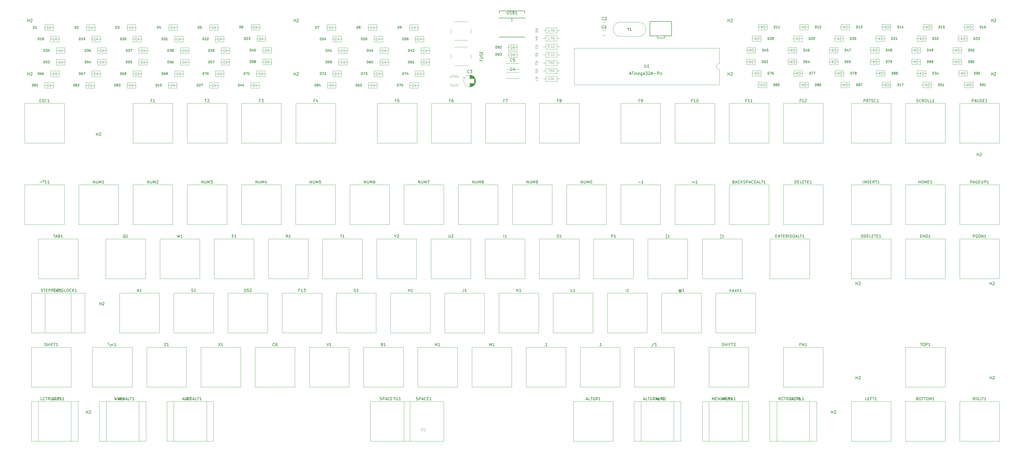
<source format=gbr>
%TF.GenerationSoftware,KiCad,Pcbnew,(5.1.8)-1*%
%TF.CreationDate,2020-12-24T11:03:38+01:00*%
%TF.ProjectId,Atenea,4174656e-6561-42e6-9b69-6361645f7063,1*%
%TF.SameCoordinates,Original*%
%TF.FileFunction,Legend,Top*%
%TF.FilePolarity,Positive*%
%FSLAX46Y46*%
G04 Gerber Fmt 4.6, Leading zero omitted, Abs format (unit mm)*
G04 Created by KiCad (PCBNEW (5.1.8)-1) date 2020-12-24 11:03:38*
%MOMM*%
%LPD*%
G01*
G04 APERTURE LIST*
%ADD10C,0.120000*%
%ADD11C,0.150000*%
%ADD12C,0.203200*%
%ADD13C,0.200000*%
%ADD14C,0.100000*%
G04 APERTURE END LIST*
D10*
%TO.C,ALTGRALT1*%
X315849000Y-257175000D02*
X329819000Y-257175000D01*
X329819000Y-257175000D02*
X329819000Y-271145000D01*
X329819000Y-271145000D02*
X315849000Y-271145000D01*
X315849000Y-271145000D02*
X315849000Y-257175000D01*
%TO.C,SCROLL1*%
X411226000Y-152400000D02*
X425196000Y-152400000D01*
X425196000Y-152400000D02*
X425196000Y-166370000D01*
X425196000Y-166370000D02*
X411226000Y-166370000D01*
X411226000Y-166370000D02*
X411226000Y-152400000D01*
D11*
%TO.C,USB1*%
X272923000Y-122428000D02*
X272923000Y-123698000D01*
X277398000Y-119918000D02*
X277403000Y-120678000D01*
X277398000Y-119918000D02*
X268448000Y-119918000D01*
X268443000Y-120678000D02*
X268448000Y-119918000D01*
X277398000Y-129088000D02*
X268448000Y-129088000D01*
X277548000Y-122428000D02*
X268298000Y-122428000D01*
D10*
%TO.C,R8*%
X289636000Y-126746000D02*
X288686000Y-126746000D01*
X283896000Y-126746000D02*
X284846000Y-126746000D01*
X288686000Y-125826000D02*
X284846000Y-125826000D01*
X288686000Y-127666000D02*
X288686000Y-125826000D01*
X284846000Y-127666000D02*
X288686000Y-127666000D01*
X284846000Y-125826000D02*
X284846000Y-127666000D01*
%TO.C,LED1*%
X251043000Y-143290000D02*
X251043000Y-143446000D01*
X251043000Y-145606000D02*
X251043000Y-145762000D01*
X253644130Y-145605837D02*
G75*
G02*
X251562039Y-145606000I-1041130J1079837D01*
G01*
X253644130Y-143446163D02*
G75*
G03*
X251562039Y-143446000I-1041130J-1079837D01*
G01*
X254275335Y-145604608D02*
G75*
G02*
X251043000Y-145761516I-1672335J1078608D01*
G01*
X254275335Y-143447392D02*
G75*
G03*
X251043000Y-143290484I-1672335J-1078608D01*
G01*
%TO.C,D93*%
X273627000Y-134725000D02*
X273431000Y-134620000D01*
X273627000Y-135805000D02*
X273812000Y-135890000D01*
X274647000Y-134255000D02*
X271677000Y-134255000D01*
X274657000Y-136255000D02*
X271667000Y-136245000D01*
X271667000Y-134255000D02*
X271667000Y-136245000D01*
X271457000Y-135265000D02*
X272577000Y-135265000D01*
X274917000Y-135265000D02*
X273637000Y-135265000D01*
X274657000Y-134255000D02*
X274657000Y-136255000D01*
X273527000Y-135265000D02*
X272577000Y-135805000D01*
X273517000Y-135255000D02*
X272607000Y-134725000D01*
X272577000Y-134725000D02*
X272577000Y-135805000D01*
X273627000Y-134725000D02*
X273627000Y-135805000D01*
%TO.C,D92*%
X273627000Y-132185000D02*
X273304000Y-132080000D01*
X273627000Y-133265000D02*
X273939000Y-133350000D01*
X274647000Y-131715000D02*
X271677000Y-131715000D01*
X274657000Y-133715000D02*
X271667000Y-133705000D01*
X271667000Y-131715000D02*
X271667000Y-133705000D01*
X271457000Y-132725000D02*
X272577000Y-132725000D01*
X274917000Y-132725000D02*
X273637000Y-132725000D01*
X274657000Y-131715000D02*
X274657000Y-133715000D01*
X273527000Y-132725000D02*
X272577000Y-133265000D01*
X273517000Y-132715000D02*
X272607000Y-132185000D01*
X272577000Y-132185000D02*
X272577000Y-133265000D01*
X273627000Y-132185000D02*
X273627000Y-133265000D01*
%TO.C,D91*%
X431981000Y-146923000D02*
X434951000Y-146923000D01*
X431971000Y-144923000D02*
X434961000Y-144933000D01*
X434961000Y-146923000D02*
X434961000Y-144933000D01*
X435171000Y-145913000D02*
X434051000Y-145913000D01*
X431711000Y-145913000D02*
X432991000Y-145913000D01*
X431971000Y-146923000D02*
X431971000Y-144923000D01*
X433101000Y-145913000D02*
X434051000Y-145373000D01*
X433111000Y-145923000D02*
X434021000Y-146453000D01*
X434051000Y-146453000D02*
X434051000Y-145373000D01*
X433001000Y-146453000D02*
X433001000Y-145373000D01*
%TO.C,D90*%
X429949000Y-142859000D02*
X432919000Y-142859000D01*
X429939000Y-140859000D02*
X432929000Y-140869000D01*
X432929000Y-142859000D02*
X432929000Y-140869000D01*
X433139000Y-141849000D02*
X432019000Y-141849000D01*
X429679000Y-141849000D02*
X430959000Y-141849000D01*
X429939000Y-142859000D02*
X429939000Y-140859000D01*
X431069000Y-141849000D02*
X432019000Y-141309000D01*
X431079000Y-141859000D02*
X431989000Y-142389000D01*
X432019000Y-142389000D02*
X432019000Y-141309000D01*
X430969000Y-142389000D02*
X430969000Y-141309000D01*
%TO.C,D89*%
X413439000Y-138795000D02*
X416409000Y-138795000D01*
X413429000Y-136795000D02*
X416419000Y-136805000D01*
X416419000Y-138795000D02*
X416419000Y-136805000D01*
X416629000Y-137785000D02*
X415509000Y-137785000D01*
X413169000Y-137785000D02*
X414449000Y-137785000D01*
X413429000Y-138795000D02*
X413429000Y-136795000D01*
X414559000Y-137785000D02*
X415509000Y-137245000D01*
X414569000Y-137795000D02*
X415479000Y-138325000D01*
X415509000Y-138325000D02*
X415509000Y-137245000D01*
X414459000Y-138325000D02*
X414459000Y-137245000D01*
%TO.C,D88*%
X400993000Y-142859000D02*
X403963000Y-142859000D01*
X400983000Y-140859000D02*
X403973000Y-140869000D01*
X403973000Y-142859000D02*
X403973000Y-140869000D01*
X404183000Y-141849000D02*
X403063000Y-141849000D01*
X400723000Y-141849000D02*
X402003000Y-141849000D01*
X400983000Y-142859000D02*
X400983000Y-140859000D01*
X402113000Y-141849000D02*
X403063000Y-141309000D01*
X402123000Y-141859000D02*
X403033000Y-142389000D01*
X403063000Y-142389000D02*
X403063000Y-141309000D01*
X402013000Y-142389000D02*
X402013000Y-141309000D01*
%TO.C,D87*%
X388547000Y-146923000D02*
X391517000Y-146923000D01*
X388537000Y-144923000D02*
X391527000Y-144933000D01*
X391527000Y-146923000D02*
X391527000Y-144933000D01*
X391737000Y-145913000D02*
X390617000Y-145913000D01*
X388277000Y-145913000D02*
X389557000Y-145913000D01*
X388537000Y-146923000D02*
X388537000Y-144923000D01*
X389667000Y-145913000D02*
X390617000Y-145373000D01*
X389677000Y-145923000D02*
X390587000Y-146453000D01*
X390617000Y-146453000D02*
X390617000Y-145373000D01*
X389567000Y-146453000D02*
X389567000Y-145373000D01*
%TO.C,D86*%
X374069000Y-146923000D02*
X377039000Y-146923000D01*
X374059000Y-144923000D02*
X377049000Y-144933000D01*
X377049000Y-146923000D02*
X377049000Y-144933000D01*
X377259000Y-145913000D02*
X376139000Y-145913000D01*
X373799000Y-145913000D02*
X375079000Y-145913000D01*
X374059000Y-146923000D02*
X374059000Y-144923000D01*
X375189000Y-145913000D02*
X376139000Y-145373000D01*
X375199000Y-145923000D02*
X376109000Y-146453000D01*
X376139000Y-146453000D02*
X376139000Y-145373000D01*
X375089000Y-146453000D02*
X375089000Y-145373000D01*
%TO.C,D85*%
X359464000Y-146923000D02*
X362434000Y-146923000D01*
X359454000Y-144923000D02*
X362444000Y-144933000D01*
X362444000Y-146923000D02*
X362444000Y-144933000D01*
X362654000Y-145913000D02*
X361534000Y-145913000D01*
X359194000Y-145913000D02*
X360474000Y-145913000D01*
X359454000Y-146923000D02*
X359454000Y-144923000D01*
X360584000Y-145913000D02*
X361534000Y-145373000D01*
X360594000Y-145923000D02*
X361504000Y-146453000D01*
X361534000Y-146453000D02*
X361534000Y-145373000D01*
X360484000Y-146453000D02*
X360484000Y-145373000D01*
%TO.C,D84*%
X211020000Y-145050000D02*
X208050000Y-145050000D01*
X211030000Y-147050000D02*
X208040000Y-147040000D01*
X208040000Y-145050000D02*
X208040000Y-147040000D01*
X207830000Y-146060000D02*
X208950000Y-146060000D01*
X211290000Y-146060000D02*
X210010000Y-146060000D01*
X211030000Y-145050000D02*
X211030000Y-147050000D01*
X209900000Y-146060000D02*
X208950000Y-146600000D01*
X209890000Y-146050000D02*
X208980000Y-145520000D01*
X208950000Y-145520000D02*
X208950000Y-146600000D01*
X210000000Y-145520000D02*
X210000000Y-146600000D01*
%TO.C,D83*%
X140662000Y-145050000D02*
X137692000Y-145050000D01*
X140672000Y-147050000D02*
X137682000Y-147040000D01*
X137682000Y-145050000D02*
X137682000Y-147040000D01*
X137472000Y-146060000D02*
X138592000Y-146060000D01*
X140932000Y-146060000D02*
X139652000Y-146060000D01*
X140672000Y-145050000D02*
X140672000Y-147050000D01*
X139542000Y-146060000D02*
X138592000Y-146600000D01*
X139532000Y-146050000D02*
X138622000Y-145520000D01*
X138592000Y-145520000D02*
X138592000Y-146600000D01*
X139642000Y-145520000D02*
X139642000Y-146600000D01*
%TO.C,D82*%
X126184000Y-145050000D02*
X123214000Y-145050000D01*
X126194000Y-147050000D02*
X123204000Y-147040000D01*
X123204000Y-145050000D02*
X123204000Y-147040000D01*
X122994000Y-146060000D02*
X124114000Y-146060000D01*
X126454000Y-146060000D02*
X125174000Y-146060000D01*
X126194000Y-145050000D02*
X126194000Y-147050000D01*
X125064000Y-146060000D02*
X124114000Y-146600000D01*
X125054000Y-146050000D02*
X124144000Y-145520000D01*
X124114000Y-145520000D02*
X124114000Y-146600000D01*
X125164000Y-145520000D02*
X125164000Y-146600000D01*
%TO.C,D81*%
X111706000Y-145050000D02*
X108736000Y-145050000D01*
X111716000Y-147050000D02*
X108726000Y-147040000D01*
X108726000Y-145050000D02*
X108726000Y-147040000D01*
X108516000Y-146060000D02*
X109636000Y-146060000D01*
X111976000Y-146060000D02*
X110696000Y-146060000D01*
X111716000Y-145050000D02*
X111716000Y-147050000D01*
X110586000Y-146060000D02*
X109636000Y-146600000D01*
X110576000Y-146050000D02*
X109666000Y-145520000D01*
X109636000Y-145520000D02*
X109636000Y-146600000D01*
X110686000Y-145520000D02*
X110686000Y-146600000D01*
%TO.C,D80*%
X427917000Y-138795000D02*
X430887000Y-138795000D01*
X427907000Y-136795000D02*
X430897000Y-136805000D01*
X430897000Y-138795000D02*
X430897000Y-136805000D01*
X431107000Y-137785000D02*
X429987000Y-137785000D01*
X427647000Y-137785000D02*
X428927000Y-137785000D01*
X427907000Y-138795000D02*
X427907000Y-136795000D01*
X429037000Y-137785000D02*
X429987000Y-137245000D01*
X429047000Y-137795000D02*
X429957000Y-138325000D01*
X429987000Y-138325000D02*
X429987000Y-137245000D01*
X428937000Y-138325000D02*
X428937000Y-137245000D01*
%TO.C,D79*%
X398961000Y-138795000D02*
X401931000Y-138795000D01*
X398951000Y-136795000D02*
X401941000Y-136805000D01*
X401941000Y-138795000D02*
X401941000Y-136805000D01*
X402151000Y-137785000D02*
X401031000Y-137785000D01*
X398691000Y-137785000D02*
X399971000Y-137785000D01*
X398951000Y-138795000D02*
X398951000Y-136795000D01*
X400081000Y-137785000D02*
X401031000Y-137245000D01*
X400091000Y-137795000D02*
X401001000Y-138325000D01*
X401031000Y-138325000D02*
X401031000Y-137245000D01*
X399981000Y-138325000D02*
X399981000Y-137245000D01*
%TO.C,D78*%
X386515000Y-142859000D02*
X389485000Y-142859000D01*
X386505000Y-140859000D02*
X389495000Y-140869000D01*
X389495000Y-142859000D02*
X389495000Y-140869000D01*
X389705000Y-141849000D02*
X388585000Y-141849000D01*
X386245000Y-141849000D02*
X387525000Y-141849000D01*
X386505000Y-142859000D02*
X386505000Y-140859000D01*
X387635000Y-141849000D02*
X388585000Y-141309000D01*
X387645000Y-141859000D02*
X388555000Y-142389000D01*
X388585000Y-142389000D02*
X388585000Y-141309000D01*
X387535000Y-142389000D02*
X387535000Y-141309000D01*
%TO.C,D77*%
X372037000Y-142859000D02*
X375007000Y-142859000D01*
X372027000Y-140859000D02*
X375017000Y-140869000D01*
X375017000Y-142859000D02*
X375017000Y-140869000D01*
X375227000Y-141849000D02*
X374107000Y-141849000D01*
X371767000Y-141849000D02*
X373047000Y-141849000D01*
X372027000Y-142859000D02*
X372027000Y-140859000D01*
X373157000Y-141849000D02*
X374107000Y-141309000D01*
X373167000Y-141859000D02*
X374077000Y-142389000D01*
X374107000Y-142389000D02*
X374107000Y-141309000D01*
X373057000Y-142389000D02*
X373057000Y-141309000D01*
%TO.C,D76*%
X357432000Y-142859000D02*
X360402000Y-142859000D01*
X357422000Y-140859000D02*
X360412000Y-140869000D01*
X360412000Y-142859000D02*
X360412000Y-140869000D01*
X360622000Y-141849000D02*
X359502000Y-141849000D01*
X357162000Y-141849000D02*
X358442000Y-141849000D01*
X357422000Y-142859000D02*
X357422000Y-140859000D01*
X358552000Y-141849000D02*
X359502000Y-141309000D01*
X358562000Y-141859000D02*
X359472000Y-142389000D01*
X359502000Y-142389000D02*
X359502000Y-141309000D01*
X358452000Y-142389000D02*
X358452000Y-141309000D01*
%TO.C,D75*%
X239976000Y-145050000D02*
X237006000Y-145050000D01*
X239986000Y-147050000D02*
X236996000Y-147040000D01*
X236996000Y-145050000D02*
X236996000Y-147040000D01*
X236786000Y-146060000D02*
X237906000Y-146060000D01*
X240246000Y-146060000D02*
X238966000Y-146060000D01*
X239986000Y-145050000D02*
X239986000Y-147050000D01*
X238856000Y-146060000D02*
X237906000Y-146600000D01*
X238846000Y-146050000D02*
X237936000Y-145520000D01*
X237906000Y-145520000D02*
X237906000Y-146600000D01*
X238956000Y-145520000D02*
X238956000Y-146600000D01*
%TO.C,D74*%
X241881000Y-140986000D02*
X238911000Y-140986000D01*
X241891000Y-142986000D02*
X238901000Y-142976000D01*
X238901000Y-140986000D02*
X238901000Y-142976000D01*
X238691000Y-141996000D02*
X239811000Y-141996000D01*
X242151000Y-141996000D02*
X240871000Y-141996000D01*
X241891000Y-140986000D02*
X241891000Y-142986000D01*
X240761000Y-141996000D02*
X239811000Y-142536000D01*
X240751000Y-141986000D02*
X239841000Y-141456000D01*
X239811000Y-141456000D02*
X239811000Y-142536000D01*
X240861000Y-141456000D02*
X240861000Y-142536000D01*
%TO.C,D73*%
X227403000Y-140986000D02*
X224433000Y-140986000D01*
X227413000Y-142986000D02*
X224423000Y-142976000D01*
X224423000Y-140986000D02*
X224423000Y-142976000D01*
X224213000Y-141996000D02*
X225333000Y-141996000D01*
X227673000Y-141996000D02*
X226393000Y-141996000D01*
X227413000Y-140986000D02*
X227413000Y-142986000D01*
X226283000Y-141996000D02*
X225333000Y-142536000D01*
X226273000Y-141986000D02*
X225363000Y-141456000D01*
X225333000Y-141456000D02*
X225333000Y-142536000D01*
X226383000Y-141456000D02*
X226383000Y-142536000D01*
%TO.C,D72*%
X212925000Y-140986000D02*
X209955000Y-140986000D01*
X212935000Y-142986000D02*
X209945000Y-142976000D01*
X209945000Y-140986000D02*
X209945000Y-142976000D01*
X209735000Y-141996000D02*
X210855000Y-141996000D01*
X213195000Y-141996000D02*
X211915000Y-141996000D01*
X212935000Y-140986000D02*
X212935000Y-142986000D01*
X211805000Y-141996000D02*
X210855000Y-142536000D01*
X211795000Y-141986000D02*
X210885000Y-141456000D01*
X210855000Y-141456000D02*
X210855000Y-142536000D01*
X211905000Y-141456000D02*
X211905000Y-142536000D01*
%TO.C,D71*%
X186128000Y-140986000D02*
X183158000Y-140986000D01*
X186138000Y-142986000D02*
X183148000Y-142976000D01*
X183148000Y-140986000D02*
X183148000Y-142976000D01*
X182938000Y-141996000D02*
X184058000Y-141996000D01*
X186398000Y-141996000D02*
X185118000Y-141996000D01*
X186138000Y-140986000D02*
X186138000Y-142986000D01*
X185008000Y-141996000D02*
X184058000Y-142536000D01*
X184998000Y-141986000D02*
X184088000Y-141456000D01*
X184058000Y-141456000D02*
X184058000Y-142536000D01*
X185108000Y-141456000D02*
X185108000Y-142536000D01*
%TO.C,D70*%
X171650000Y-140986000D02*
X168680000Y-140986000D01*
X171660000Y-142986000D02*
X168670000Y-142976000D01*
X168670000Y-140986000D02*
X168670000Y-142976000D01*
X168460000Y-141996000D02*
X169580000Y-141996000D01*
X171920000Y-141996000D02*
X170640000Y-141996000D01*
X171660000Y-140986000D02*
X171660000Y-142986000D01*
X170530000Y-141996000D02*
X169580000Y-142536000D01*
X170520000Y-141986000D02*
X169610000Y-141456000D01*
X169580000Y-141456000D02*
X169580000Y-142536000D01*
X170630000Y-141456000D02*
X170630000Y-142536000D01*
%TO.C,D69*%
X157299000Y-140986000D02*
X154329000Y-140986000D01*
X157309000Y-142986000D02*
X154319000Y-142976000D01*
X154319000Y-140986000D02*
X154319000Y-142976000D01*
X154109000Y-141996000D02*
X155229000Y-141996000D01*
X157569000Y-141996000D02*
X156289000Y-141996000D01*
X157309000Y-140986000D02*
X157309000Y-142986000D01*
X156179000Y-141996000D02*
X155229000Y-142536000D01*
X156169000Y-141986000D02*
X155259000Y-141456000D01*
X155229000Y-141456000D02*
X155229000Y-142536000D01*
X156279000Y-141456000D02*
X156279000Y-142536000D01*
%TO.C,D68*%
X142694000Y-140986000D02*
X139724000Y-140986000D01*
X142704000Y-142986000D02*
X139714000Y-142976000D01*
X139714000Y-140986000D02*
X139714000Y-142976000D01*
X139504000Y-141996000D02*
X140624000Y-141996000D01*
X142964000Y-141996000D02*
X141684000Y-141996000D01*
X142704000Y-140986000D02*
X142704000Y-142986000D01*
X141574000Y-141996000D02*
X140624000Y-142536000D01*
X141564000Y-141986000D02*
X140654000Y-141456000D01*
X140624000Y-141456000D02*
X140624000Y-142536000D01*
X141674000Y-141456000D02*
X141674000Y-142536000D01*
%TO.C,D67*%
X128216000Y-140986000D02*
X125246000Y-140986000D01*
X128226000Y-142986000D02*
X125236000Y-142976000D01*
X125236000Y-140986000D02*
X125236000Y-142976000D01*
X125026000Y-141996000D02*
X126146000Y-141996000D01*
X128486000Y-141996000D02*
X127206000Y-141996000D01*
X128226000Y-140986000D02*
X128226000Y-142986000D01*
X127096000Y-141996000D02*
X126146000Y-142536000D01*
X127086000Y-141986000D02*
X126176000Y-141456000D01*
X126146000Y-141456000D02*
X126146000Y-142536000D01*
X127196000Y-141456000D02*
X127196000Y-142536000D01*
%TO.C,D66*%
X113738000Y-140986000D02*
X110768000Y-140986000D01*
X113748000Y-142986000D02*
X110758000Y-142976000D01*
X110758000Y-140986000D02*
X110758000Y-142976000D01*
X110548000Y-141996000D02*
X111668000Y-141996000D01*
X114008000Y-141996000D02*
X112728000Y-141996000D01*
X113748000Y-140986000D02*
X113748000Y-142986000D01*
X112618000Y-141996000D02*
X111668000Y-142536000D01*
X112608000Y-141986000D02*
X111698000Y-141456000D01*
X111668000Y-141456000D02*
X111668000Y-142536000D01*
X112718000Y-141456000D02*
X112718000Y-142536000D01*
%TO.C,D65*%
X384483000Y-138795000D02*
X387453000Y-138795000D01*
X384473000Y-136795000D02*
X387463000Y-136805000D01*
X387463000Y-138795000D02*
X387463000Y-136805000D01*
X387673000Y-137785000D02*
X386553000Y-137785000D01*
X384213000Y-137785000D02*
X385493000Y-137785000D01*
X384473000Y-138795000D02*
X384473000Y-136795000D01*
X385603000Y-137785000D02*
X386553000Y-137245000D01*
X385613000Y-137795000D02*
X386523000Y-138325000D01*
X386553000Y-138325000D02*
X386553000Y-137245000D01*
X385503000Y-138325000D02*
X385503000Y-137245000D01*
%TO.C,D64*%
X370005000Y-138795000D02*
X372975000Y-138795000D01*
X369995000Y-136795000D02*
X372985000Y-136805000D01*
X372985000Y-138795000D02*
X372985000Y-136805000D01*
X373195000Y-137785000D02*
X372075000Y-137785000D01*
X369735000Y-137785000D02*
X371015000Y-137785000D01*
X369995000Y-138795000D02*
X369995000Y-136795000D01*
X371125000Y-137785000D02*
X372075000Y-137245000D01*
X371135000Y-137795000D02*
X372045000Y-138325000D01*
X372075000Y-138325000D02*
X372075000Y-137245000D01*
X371025000Y-138325000D02*
X371025000Y-137245000D01*
%TO.C,D63*%
X355400000Y-138795000D02*
X358370000Y-138795000D01*
X355390000Y-136795000D02*
X358380000Y-136805000D01*
X358380000Y-138795000D02*
X358380000Y-136805000D01*
X358590000Y-137785000D02*
X357470000Y-137785000D01*
X355130000Y-137785000D02*
X356410000Y-137785000D01*
X355390000Y-138795000D02*
X355390000Y-136795000D01*
X356520000Y-137785000D02*
X357470000Y-137245000D01*
X356530000Y-137795000D02*
X357440000Y-138325000D01*
X357470000Y-138325000D02*
X357470000Y-137245000D01*
X356420000Y-138325000D02*
X356420000Y-137245000D01*
%TO.C,D62*%
X225498000Y-145050000D02*
X222528000Y-145050000D01*
X225508000Y-147050000D02*
X222518000Y-147040000D01*
X222518000Y-145050000D02*
X222518000Y-147040000D01*
X222308000Y-146060000D02*
X223428000Y-146060000D01*
X225768000Y-146060000D02*
X224488000Y-146060000D01*
X225508000Y-145050000D02*
X225508000Y-147050000D01*
X224378000Y-146060000D02*
X223428000Y-146600000D01*
X224368000Y-146050000D02*
X223458000Y-145520000D01*
X223428000Y-145520000D02*
X223428000Y-146600000D01*
X224478000Y-145520000D02*
X224478000Y-146600000D01*
%TO.C,D61*%
X243913000Y-136922000D02*
X240943000Y-136922000D01*
X243923000Y-138922000D02*
X240933000Y-138912000D01*
X240933000Y-136922000D02*
X240933000Y-138912000D01*
X240723000Y-137932000D02*
X241843000Y-137932000D01*
X244183000Y-137932000D02*
X242903000Y-137932000D01*
X243923000Y-136922000D02*
X243923000Y-138922000D01*
X242793000Y-137932000D02*
X241843000Y-138472000D01*
X242783000Y-137922000D02*
X241873000Y-137392000D01*
X241843000Y-137392000D02*
X241843000Y-138472000D01*
X242893000Y-137392000D02*
X242893000Y-138472000D01*
%TO.C,D60*%
X229435000Y-136922000D02*
X226465000Y-136922000D01*
X229445000Y-138922000D02*
X226455000Y-138912000D01*
X226455000Y-136922000D02*
X226455000Y-138912000D01*
X226245000Y-137932000D02*
X227365000Y-137932000D01*
X229705000Y-137932000D02*
X228425000Y-137932000D01*
X229445000Y-136922000D02*
X229445000Y-138922000D01*
X228315000Y-137932000D02*
X227365000Y-138472000D01*
X228305000Y-137922000D02*
X227395000Y-137392000D01*
X227365000Y-137392000D02*
X227365000Y-138472000D01*
X228415000Y-137392000D02*
X228415000Y-138472000D01*
%TO.C,D59*%
X214957000Y-136922000D02*
X211987000Y-136922000D01*
X214967000Y-138922000D02*
X211977000Y-138912000D01*
X211977000Y-136922000D02*
X211977000Y-138912000D01*
X211767000Y-137932000D02*
X212887000Y-137932000D01*
X215227000Y-137932000D02*
X213947000Y-137932000D01*
X214967000Y-136922000D02*
X214967000Y-138922000D01*
X213837000Y-137932000D02*
X212887000Y-138472000D01*
X213827000Y-137922000D02*
X212917000Y-137392000D01*
X212887000Y-137392000D02*
X212887000Y-138472000D01*
X213937000Y-137392000D02*
X213937000Y-138472000D01*
%TO.C,D58*%
X188287000Y-136795000D02*
X185317000Y-136795000D01*
X188297000Y-138795000D02*
X185307000Y-138785000D01*
X185307000Y-136795000D02*
X185307000Y-138785000D01*
X185097000Y-137805000D02*
X186217000Y-137805000D01*
X188557000Y-137805000D02*
X187277000Y-137805000D01*
X188297000Y-136795000D02*
X188297000Y-138795000D01*
X187167000Y-137805000D02*
X186217000Y-138345000D01*
X187157000Y-137795000D02*
X186247000Y-137265000D01*
X186217000Y-137265000D02*
X186217000Y-138345000D01*
X187267000Y-137265000D02*
X187267000Y-138345000D01*
%TO.C,D57*%
X173682000Y-136922000D02*
X170712000Y-136922000D01*
X173692000Y-138922000D02*
X170702000Y-138912000D01*
X170702000Y-136922000D02*
X170702000Y-138912000D01*
X170492000Y-137932000D02*
X171612000Y-137932000D01*
X173952000Y-137932000D02*
X172672000Y-137932000D01*
X173692000Y-136922000D02*
X173692000Y-138922000D01*
X172562000Y-137932000D02*
X171612000Y-138472000D01*
X172552000Y-137922000D02*
X171642000Y-137392000D01*
X171612000Y-137392000D02*
X171612000Y-138472000D01*
X172662000Y-137392000D02*
X172662000Y-138472000D01*
%TO.C,D56*%
X159331000Y-136922000D02*
X156361000Y-136922000D01*
X159341000Y-138922000D02*
X156351000Y-138912000D01*
X156351000Y-136922000D02*
X156351000Y-138912000D01*
X156141000Y-137932000D02*
X157261000Y-137932000D01*
X159601000Y-137932000D02*
X158321000Y-137932000D01*
X159341000Y-136922000D02*
X159341000Y-138922000D01*
X158211000Y-137932000D02*
X157261000Y-138472000D01*
X158201000Y-137922000D02*
X157291000Y-137392000D01*
X157261000Y-137392000D02*
X157261000Y-138472000D01*
X158311000Y-137392000D02*
X158311000Y-138472000D01*
%TO.C,D55*%
X144726000Y-136922000D02*
X141756000Y-136922000D01*
X144736000Y-138922000D02*
X141746000Y-138912000D01*
X141746000Y-136922000D02*
X141746000Y-138912000D01*
X141536000Y-137932000D02*
X142656000Y-137932000D01*
X144996000Y-137932000D02*
X143716000Y-137932000D01*
X144736000Y-136922000D02*
X144736000Y-138922000D01*
X143606000Y-137932000D02*
X142656000Y-138472000D01*
X143596000Y-137922000D02*
X142686000Y-137392000D01*
X142656000Y-137392000D02*
X142656000Y-138472000D01*
X143706000Y-137392000D02*
X143706000Y-138472000D01*
%TO.C,D54*%
X130248000Y-136922000D02*
X127278000Y-136922000D01*
X130258000Y-138922000D02*
X127268000Y-138912000D01*
X127268000Y-136922000D02*
X127268000Y-138912000D01*
X127058000Y-137932000D02*
X128178000Y-137932000D01*
X130518000Y-137932000D02*
X129238000Y-137932000D01*
X130258000Y-136922000D02*
X130258000Y-138922000D01*
X129128000Y-137932000D02*
X128178000Y-138472000D01*
X129118000Y-137922000D02*
X128208000Y-137392000D01*
X128178000Y-137392000D02*
X128178000Y-138472000D01*
X129228000Y-137392000D02*
X129228000Y-138472000D01*
%TO.C,D53*%
X115770000Y-136922000D02*
X112800000Y-136922000D01*
X115780000Y-138922000D02*
X112790000Y-138912000D01*
X112790000Y-136922000D02*
X112790000Y-138912000D01*
X112580000Y-137932000D02*
X113700000Y-137932000D01*
X116040000Y-137932000D02*
X114760000Y-137932000D01*
X115780000Y-136922000D02*
X115780000Y-138922000D01*
X114650000Y-137932000D02*
X113700000Y-138472000D01*
X114640000Y-137922000D02*
X113730000Y-137392000D01*
X113700000Y-137392000D02*
X113700000Y-138472000D01*
X114750000Y-137392000D02*
X114750000Y-138472000D01*
%TO.C,D51*%
X417376000Y-146923000D02*
X420346000Y-146923000D01*
X417366000Y-144923000D02*
X420356000Y-144933000D01*
X420356000Y-146923000D02*
X420356000Y-144933000D01*
X420566000Y-145913000D02*
X419446000Y-145913000D01*
X417106000Y-145913000D02*
X418386000Y-145913000D01*
X417366000Y-146923000D02*
X417366000Y-144923000D01*
X418496000Y-145913000D02*
X419446000Y-145373000D01*
X418506000Y-145923000D02*
X419416000Y-146453000D01*
X419446000Y-146453000D02*
X419446000Y-145373000D01*
X418396000Y-146453000D02*
X418396000Y-145373000D01*
%TO.C,D50*%
X427917000Y-134731000D02*
X430887000Y-134731000D01*
X427907000Y-132731000D02*
X430897000Y-132741000D01*
X430897000Y-134731000D02*
X430897000Y-132741000D01*
X431107000Y-133721000D02*
X429987000Y-133721000D01*
X427647000Y-133721000D02*
X428927000Y-133721000D01*
X427907000Y-134731000D02*
X427907000Y-132731000D01*
X429037000Y-133721000D02*
X429987000Y-133181000D01*
X429047000Y-133731000D02*
X429957000Y-134261000D01*
X429987000Y-134261000D02*
X429987000Y-133181000D01*
X428937000Y-134261000D02*
X428937000Y-133181000D01*
%TO.C,D49*%
X413439000Y-134731000D02*
X416409000Y-134731000D01*
X413429000Y-132731000D02*
X416419000Y-132741000D01*
X416419000Y-134731000D02*
X416419000Y-132741000D01*
X416629000Y-133721000D02*
X415509000Y-133721000D01*
X413169000Y-133721000D02*
X414449000Y-133721000D01*
X413429000Y-134731000D02*
X413429000Y-132731000D01*
X414559000Y-133721000D02*
X415509000Y-133181000D01*
X414569000Y-133731000D02*
X415479000Y-134261000D01*
X415509000Y-134261000D02*
X415509000Y-133181000D01*
X414459000Y-134261000D02*
X414459000Y-133181000D01*
%TO.C,D48*%
X398961000Y-134731000D02*
X401931000Y-134731000D01*
X398951000Y-132731000D02*
X401941000Y-132741000D01*
X401941000Y-134731000D02*
X401941000Y-132741000D01*
X402151000Y-133721000D02*
X401031000Y-133721000D01*
X398691000Y-133721000D02*
X399971000Y-133721000D01*
X398951000Y-134731000D02*
X398951000Y-132731000D01*
X400081000Y-133721000D02*
X401031000Y-133181000D01*
X400091000Y-133731000D02*
X401001000Y-134261000D01*
X401031000Y-134261000D02*
X401031000Y-133181000D01*
X399981000Y-134261000D02*
X399981000Y-133181000D01*
%TO.C,D47*%
X384483000Y-134731000D02*
X387453000Y-134731000D01*
X384473000Y-132731000D02*
X387463000Y-132741000D01*
X387463000Y-134731000D02*
X387463000Y-132741000D01*
X387673000Y-133721000D02*
X386553000Y-133721000D01*
X384213000Y-133721000D02*
X385493000Y-133721000D01*
X384473000Y-134731000D02*
X384473000Y-132731000D01*
X385603000Y-133721000D02*
X386553000Y-133181000D01*
X385613000Y-133731000D02*
X386523000Y-134261000D01*
X386553000Y-134261000D02*
X386553000Y-133181000D01*
X385503000Y-134261000D02*
X385503000Y-133181000D01*
%TO.C,D46*%
X370005000Y-134731000D02*
X372975000Y-134731000D01*
X369995000Y-132731000D02*
X372985000Y-132741000D01*
X372985000Y-134731000D02*
X372985000Y-132741000D01*
X373195000Y-133721000D02*
X372075000Y-133721000D01*
X369735000Y-133721000D02*
X371015000Y-133721000D01*
X369995000Y-134731000D02*
X369995000Y-132731000D01*
X371125000Y-133721000D02*
X372075000Y-133181000D01*
X371135000Y-133731000D02*
X372045000Y-134261000D01*
X372075000Y-134261000D02*
X372075000Y-133181000D01*
X371025000Y-134261000D02*
X371025000Y-133181000D01*
%TO.C,D45*%
X355527000Y-134731000D02*
X358497000Y-134731000D01*
X355517000Y-132731000D02*
X358507000Y-132741000D01*
X358507000Y-134731000D02*
X358507000Y-132741000D01*
X358717000Y-133721000D02*
X357597000Y-133721000D01*
X355257000Y-133721000D02*
X356537000Y-133721000D01*
X355517000Y-134731000D02*
X355517000Y-132731000D01*
X356647000Y-133721000D02*
X357597000Y-133181000D01*
X356657000Y-133731000D02*
X357567000Y-134261000D01*
X357597000Y-134261000D02*
X357597000Y-133181000D01*
X356547000Y-134261000D02*
X356547000Y-133181000D01*
%TO.C,D44*%
X184096000Y-145050000D02*
X181126000Y-145050000D01*
X184106000Y-147050000D02*
X181116000Y-147040000D01*
X181116000Y-145050000D02*
X181116000Y-147040000D01*
X180906000Y-146060000D02*
X182026000Y-146060000D01*
X184366000Y-146060000D02*
X183086000Y-146060000D01*
X184106000Y-145050000D02*
X184106000Y-147050000D01*
X182976000Y-146060000D02*
X182026000Y-146600000D01*
X182966000Y-146050000D02*
X182056000Y-145520000D01*
X182026000Y-145520000D02*
X182026000Y-146600000D01*
X183076000Y-145520000D02*
X183076000Y-146600000D01*
%TO.C,D43*%
X243913000Y-132858000D02*
X240943000Y-132858000D01*
X243923000Y-134858000D02*
X240933000Y-134848000D01*
X240933000Y-132858000D02*
X240933000Y-134848000D01*
X240723000Y-133868000D02*
X241843000Y-133868000D01*
X244183000Y-133868000D02*
X242903000Y-133868000D01*
X243923000Y-132858000D02*
X243923000Y-134858000D01*
X242793000Y-133868000D02*
X241843000Y-134408000D01*
X242783000Y-133858000D02*
X241873000Y-133328000D01*
X241843000Y-133328000D02*
X241843000Y-134408000D01*
X242893000Y-133328000D02*
X242893000Y-134408000D01*
%TO.C,D42*%
X229435000Y-132858000D02*
X226465000Y-132858000D01*
X229445000Y-134858000D02*
X226455000Y-134848000D01*
X226455000Y-132858000D02*
X226455000Y-134848000D01*
X226245000Y-133868000D02*
X227365000Y-133868000D01*
X229705000Y-133868000D02*
X228425000Y-133868000D01*
X229445000Y-132858000D02*
X229445000Y-134858000D01*
X228315000Y-133868000D02*
X227365000Y-134408000D01*
X228305000Y-133858000D02*
X227395000Y-133328000D01*
X227365000Y-133328000D02*
X227365000Y-134408000D01*
X228415000Y-133328000D02*
X228415000Y-134408000D01*
%TO.C,D41*%
X214957000Y-132858000D02*
X211987000Y-132858000D01*
X214967000Y-134858000D02*
X211977000Y-134848000D01*
X211977000Y-132858000D02*
X211977000Y-134848000D01*
X211767000Y-133868000D02*
X212887000Y-133868000D01*
X215227000Y-133868000D02*
X213947000Y-133868000D01*
X214967000Y-132858000D02*
X214967000Y-134858000D01*
X213837000Y-133868000D02*
X212887000Y-134408000D01*
X213827000Y-133858000D02*
X212917000Y-133328000D01*
X212887000Y-133328000D02*
X212887000Y-134408000D01*
X213937000Y-133328000D02*
X213937000Y-134408000D01*
%TO.C,D40*%
X188287000Y-132731000D02*
X185317000Y-132731000D01*
X188297000Y-134731000D02*
X185307000Y-134721000D01*
X185307000Y-132731000D02*
X185307000Y-134721000D01*
X185097000Y-133741000D02*
X186217000Y-133741000D01*
X188557000Y-133741000D02*
X187277000Y-133741000D01*
X188297000Y-132731000D02*
X188297000Y-134731000D01*
X187167000Y-133741000D02*
X186217000Y-134281000D01*
X187157000Y-133731000D02*
X186247000Y-133201000D01*
X186217000Y-133201000D02*
X186217000Y-134281000D01*
X187267000Y-133201000D02*
X187267000Y-134281000D01*
%TO.C,D39*%
X173682000Y-132858000D02*
X170712000Y-132858000D01*
X173692000Y-134858000D02*
X170702000Y-134848000D01*
X170702000Y-132858000D02*
X170702000Y-134848000D01*
X170492000Y-133868000D02*
X171612000Y-133868000D01*
X173952000Y-133868000D02*
X172672000Y-133868000D01*
X173692000Y-132858000D02*
X173692000Y-134858000D01*
X172562000Y-133868000D02*
X171612000Y-134408000D01*
X172552000Y-133858000D02*
X171642000Y-133328000D01*
X171612000Y-133328000D02*
X171612000Y-134408000D01*
X172662000Y-133328000D02*
X172662000Y-134408000D01*
%TO.C,D38*%
X159331000Y-132858000D02*
X156361000Y-132858000D01*
X159341000Y-134858000D02*
X156351000Y-134848000D01*
X156351000Y-132858000D02*
X156351000Y-134848000D01*
X156141000Y-133868000D02*
X157261000Y-133868000D01*
X159601000Y-133868000D02*
X158321000Y-133868000D01*
X159341000Y-132858000D02*
X159341000Y-134858000D01*
X158211000Y-133868000D02*
X157261000Y-134408000D01*
X158201000Y-133858000D02*
X157291000Y-133328000D01*
X157261000Y-133328000D02*
X157261000Y-134408000D01*
X158311000Y-133328000D02*
X158311000Y-134408000D01*
%TO.C,D37*%
X144726000Y-132858000D02*
X141756000Y-132858000D01*
X144736000Y-134858000D02*
X141746000Y-134848000D01*
X141746000Y-132858000D02*
X141746000Y-134848000D01*
X141536000Y-133868000D02*
X142656000Y-133868000D01*
X144996000Y-133868000D02*
X143716000Y-133868000D01*
X144736000Y-132858000D02*
X144736000Y-134858000D01*
X143606000Y-133868000D02*
X142656000Y-134408000D01*
X143596000Y-133858000D02*
X142686000Y-133328000D01*
X142656000Y-133328000D02*
X142656000Y-134408000D01*
X143706000Y-133328000D02*
X143706000Y-134408000D01*
%TO.C,D36*%
X130248000Y-132858000D02*
X127278000Y-132858000D01*
X130258000Y-134858000D02*
X127268000Y-134848000D01*
X127268000Y-132858000D02*
X127268000Y-134848000D01*
X127058000Y-133868000D02*
X128178000Y-133868000D01*
X130518000Y-133868000D02*
X129238000Y-133868000D01*
X130258000Y-132858000D02*
X130258000Y-134858000D01*
X129128000Y-133868000D02*
X128178000Y-134408000D01*
X129118000Y-133858000D02*
X128208000Y-133328000D01*
X128178000Y-133328000D02*
X128178000Y-134408000D01*
X129228000Y-133328000D02*
X129228000Y-134408000D01*
%TO.C,D35*%
X115770000Y-132858000D02*
X112800000Y-132858000D01*
X115780000Y-134858000D02*
X112790000Y-134848000D01*
X112790000Y-132858000D02*
X112790000Y-134848000D01*
X112580000Y-133868000D02*
X113700000Y-133868000D01*
X116040000Y-133868000D02*
X114760000Y-133868000D01*
X115780000Y-132858000D02*
X115780000Y-134858000D01*
X114650000Y-133868000D02*
X113700000Y-134408000D01*
X114640000Y-133858000D02*
X113730000Y-133328000D01*
X113700000Y-133328000D02*
X113700000Y-134408000D01*
X114750000Y-133328000D02*
X114750000Y-134408000D01*
%TO.C,D34*%
X415344000Y-142859000D02*
X418314000Y-142859000D01*
X415334000Y-140859000D02*
X418324000Y-140869000D01*
X418324000Y-142859000D02*
X418324000Y-140869000D01*
X418534000Y-141849000D02*
X417414000Y-141849000D01*
X415074000Y-141849000D02*
X416354000Y-141849000D01*
X415334000Y-142859000D02*
X415334000Y-140859000D01*
X416464000Y-141849000D02*
X417414000Y-141309000D01*
X416474000Y-141859000D02*
X417384000Y-142389000D01*
X417414000Y-142389000D02*
X417414000Y-141309000D01*
X416364000Y-142389000D02*
X416364000Y-141309000D01*
%TO.C,D33*%
X430842000Y-130197000D02*
X430842000Y-129117000D01*
X431892000Y-130197000D02*
X431892000Y-129117000D01*
X430952000Y-129667000D02*
X431862000Y-130197000D01*
X430942000Y-129657000D02*
X431892000Y-129117000D01*
X429812000Y-130667000D02*
X429812000Y-128667000D01*
X429552000Y-129657000D02*
X430832000Y-129657000D01*
X433012000Y-129657000D02*
X431892000Y-129657000D01*
X432802000Y-130667000D02*
X432802000Y-128677000D01*
X429812000Y-128667000D02*
X432802000Y-128677000D01*
X429822000Y-130667000D02*
X432792000Y-130667000D01*
%TO.C,D32*%
X415344000Y-130667000D02*
X418314000Y-130667000D01*
X415334000Y-128667000D02*
X418324000Y-128677000D01*
X418324000Y-130667000D02*
X418324000Y-128677000D01*
X418534000Y-129657000D02*
X417414000Y-129657000D01*
X415074000Y-129657000D02*
X416354000Y-129657000D01*
X415334000Y-130667000D02*
X415334000Y-128667000D01*
X416464000Y-129657000D02*
X417414000Y-129117000D01*
X416474000Y-129667000D02*
X417384000Y-130197000D01*
X417414000Y-130197000D02*
X417414000Y-129117000D01*
X416364000Y-130197000D02*
X416364000Y-129117000D01*
%TO.C,D31*%
X400866000Y-130667000D02*
X403836000Y-130667000D01*
X400856000Y-128667000D02*
X403846000Y-128677000D01*
X403846000Y-130667000D02*
X403846000Y-128677000D01*
X404056000Y-129657000D02*
X402936000Y-129657000D01*
X400596000Y-129657000D02*
X401876000Y-129657000D01*
X400856000Y-130667000D02*
X400856000Y-128667000D01*
X401986000Y-129657000D02*
X402936000Y-129117000D01*
X401996000Y-129667000D02*
X402906000Y-130197000D01*
X402936000Y-130197000D02*
X402936000Y-129117000D01*
X401886000Y-130197000D02*
X401886000Y-129117000D01*
%TO.C,D30*%
X386388000Y-130667000D02*
X389358000Y-130667000D01*
X386378000Y-128667000D02*
X389368000Y-128677000D01*
X389368000Y-130667000D02*
X389368000Y-128677000D01*
X389578000Y-129657000D02*
X388458000Y-129657000D01*
X386118000Y-129657000D02*
X387398000Y-129657000D01*
X386378000Y-130667000D02*
X386378000Y-128667000D01*
X387508000Y-129657000D02*
X388458000Y-129117000D01*
X387518000Y-129667000D02*
X388428000Y-130197000D01*
X388458000Y-130197000D02*
X388458000Y-129117000D01*
X387408000Y-130197000D02*
X387408000Y-129117000D01*
%TO.C,D29*%
X371910000Y-130667000D02*
X374880000Y-130667000D01*
X371900000Y-128667000D02*
X374890000Y-128677000D01*
X374890000Y-130667000D02*
X374890000Y-128677000D01*
X375100000Y-129657000D02*
X373980000Y-129657000D01*
X371640000Y-129657000D02*
X372920000Y-129657000D01*
X371900000Y-130667000D02*
X371900000Y-128667000D01*
X373030000Y-129657000D02*
X373980000Y-129117000D01*
X373040000Y-129667000D02*
X373950000Y-130197000D01*
X373980000Y-130197000D02*
X373980000Y-129117000D01*
X372930000Y-130197000D02*
X372930000Y-129117000D01*
%TO.C,D28*%
X357432000Y-130667000D02*
X360402000Y-130667000D01*
X357422000Y-128667000D02*
X360412000Y-128677000D01*
X360412000Y-130667000D02*
X360412000Y-128677000D01*
X360622000Y-129657000D02*
X359502000Y-129657000D01*
X357162000Y-129657000D02*
X358442000Y-129657000D01*
X357422000Y-130667000D02*
X357422000Y-128667000D01*
X358552000Y-129657000D02*
X359502000Y-129117000D01*
X358562000Y-129667000D02*
X359472000Y-130197000D01*
X359502000Y-130197000D02*
X359502000Y-129117000D01*
X358452000Y-130197000D02*
X358452000Y-129117000D01*
%TO.C,D27*%
X169618000Y-145050000D02*
X166648000Y-145050000D01*
X169628000Y-147050000D02*
X166638000Y-147040000D01*
X166638000Y-145050000D02*
X166638000Y-147040000D01*
X166428000Y-146060000D02*
X167548000Y-146060000D01*
X169888000Y-146060000D02*
X168608000Y-146060000D01*
X169628000Y-145050000D02*
X169628000Y-147050000D01*
X168498000Y-146060000D02*
X167548000Y-146600000D01*
X168488000Y-146050000D02*
X167578000Y-145520000D01*
X167548000Y-145520000D02*
X167548000Y-146600000D01*
X168598000Y-145520000D02*
X168598000Y-146600000D01*
%TO.C,D26*%
X241881000Y-128794000D02*
X238911000Y-128794000D01*
X241891000Y-130794000D02*
X238901000Y-130784000D01*
X238901000Y-128794000D02*
X238901000Y-130784000D01*
X238691000Y-129804000D02*
X239811000Y-129804000D01*
X242151000Y-129804000D02*
X240871000Y-129804000D01*
X241891000Y-128794000D02*
X241891000Y-130794000D01*
X240761000Y-129804000D02*
X239811000Y-130344000D01*
X240751000Y-129794000D02*
X239841000Y-129264000D01*
X239811000Y-129264000D02*
X239811000Y-130344000D01*
X240861000Y-129264000D02*
X240861000Y-130344000D01*
%TO.C,D25*%
X227403000Y-128794000D02*
X224433000Y-128794000D01*
X227413000Y-130794000D02*
X224423000Y-130784000D01*
X224423000Y-128794000D02*
X224423000Y-130784000D01*
X224213000Y-129804000D02*
X225333000Y-129804000D01*
X227673000Y-129804000D02*
X226393000Y-129804000D01*
X227413000Y-128794000D02*
X227413000Y-130794000D01*
X226283000Y-129804000D02*
X225333000Y-130344000D01*
X226273000Y-129794000D02*
X225363000Y-129264000D01*
X225333000Y-129264000D02*
X225333000Y-130344000D01*
X226383000Y-129264000D02*
X226383000Y-130344000D01*
%TO.C,D24*%
X212925000Y-128794000D02*
X209955000Y-128794000D01*
X212935000Y-130794000D02*
X209945000Y-130784000D01*
X209945000Y-128794000D02*
X209945000Y-130784000D01*
X209735000Y-129804000D02*
X210855000Y-129804000D01*
X213195000Y-129804000D02*
X211915000Y-129804000D01*
X212935000Y-128794000D02*
X212935000Y-130794000D01*
X211805000Y-129804000D02*
X210855000Y-130344000D01*
X211795000Y-129794000D02*
X210885000Y-129264000D01*
X210855000Y-129264000D02*
X210855000Y-130344000D01*
X211905000Y-129264000D02*
X211905000Y-130344000D01*
%TO.C,D23*%
X186255000Y-128667000D02*
X183285000Y-128667000D01*
X186265000Y-130667000D02*
X183275000Y-130657000D01*
X183275000Y-128667000D02*
X183275000Y-130657000D01*
X183065000Y-129677000D02*
X184185000Y-129677000D01*
X186525000Y-129677000D02*
X185245000Y-129677000D01*
X186265000Y-128667000D02*
X186265000Y-130667000D01*
X185135000Y-129677000D02*
X184185000Y-130217000D01*
X185125000Y-129667000D02*
X184215000Y-129137000D01*
X184185000Y-129137000D02*
X184185000Y-130217000D01*
X185235000Y-129137000D02*
X185235000Y-130217000D01*
%TO.C,D22*%
X171650000Y-128794000D02*
X168680000Y-128794000D01*
X171660000Y-130794000D02*
X168670000Y-130784000D01*
X168670000Y-128794000D02*
X168670000Y-130784000D01*
X168460000Y-129804000D02*
X169580000Y-129804000D01*
X171920000Y-129804000D02*
X170640000Y-129804000D01*
X171660000Y-128794000D02*
X171660000Y-130794000D01*
X170530000Y-129804000D02*
X169580000Y-130344000D01*
X170520000Y-129794000D02*
X169610000Y-129264000D01*
X169580000Y-129264000D02*
X169580000Y-130344000D01*
X170630000Y-129264000D02*
X170630000Y-130344000D01*
%TO.C,D21*%
X157299000Y-128794000D02*
X154329000Y-128794000D01*
X157309000Y-130794000D02*
X154319000Y-130784000D01*
X154319000Y-128794000D02*
X154319000Y-130784000D01*
X154109000Y-129804000D02*
X155229000Y-129804000D01*
X157569000Y-129804000D02*
X156289000Y-129804000D01*
X157309000Y-128794000D02*
X157309000Y-130794000D01*
X156179000Y-129804000D02*
X155229000Y-130344000D01*
X156169000Y-129794000D02*
X155259000Y-129264000D01*
X155229000Y-129264000D02*
X155229000Y-130344000D01*
X156279000Y-129264000D02*
X156279000Y-130344000D01*
%TO.C,D20*%
X142694000Y-128794000D02*
X139724000Y-128794000D01*
X142704000Y-130794000D02*
X139714000Y-130784000D01*
X139714000Y-128794000D02*
X139714000Y-130784000D01*
X139504000Y-129804000D02*
X140624000Y-129804000D01*
X142964000Y-129804000D02*
X141684000Y-129804000D01*
X142704000Y-128794000D02*
X142704000Y-130794000D01*
X141574000Y-129804000D02*
X140624000Y-130344000D01*
X141564000Y-129794000D02*
X140654000Y-129264000D01*
X140624000Y-129264000D02*
X140624000Y-130344000D01*
X141674000Y-129264000D02*
X141674000Y-130344000D01*
%TO.C,D19*%
X128216000Y-128794000D02*
X125246000Y-128794000D01*
X128226000Y-130794000D02*
X125236000Y-130784000D01*
X125236000Y-128794000D02*
X125236000Y-130784000D01*
X125026000Y-129804000D02*
X126146000Y-129804000D01*
X128486000Y-129804000D02*
X127206000Y-129804000D01*
X128226000Y-128794000D02*
X128226000Y-130794000D01*
X127096000Y-129804000D02*
X126146000Y-130344000D01*
X127086000Y-129794000D02*
X126176000Y-129264000D01*
X126146000Y-129264000D02*
X126146000Y-130344000D01*
X127196000Y-129264000D02*
X127196000Y-130344000D01*
%TO.C,D18*%
X113738000Y-128794000D02*
X110768000Y-128794000D01*
X113748000Y-130794000D02*
X110758000Y-130784000D01*
X110758000Y-128794000D02*
X110758000Y-130784000D01*
X110548000Y-129804000D02*
X111668000Y-129804000D01*
X114008000Y-129804000D02*
X112728000Y-129804000D01*
X113748000Y-128794000D02*
X113748000Y-130794000D01*
X112618000Y-129804000D02*
X111668000Y-130344000D01*
X112608000Y-129794000D02*
X111698000Y-129264000D01*
X111668000Y-129264000D02*
X111668000Y-130344000D01*
X112718000Y-129264000D02*
X112718000Y-130344000D01*
%TO.C,D17*%
X403025000Y-146923000D02*
X405995000Y-146923000D01*
X403015000Y-144923000D02*
X406005000Y-144933000D01*
X406005000Y-146923000D02*
X406005000Y-144933000D01*
X406215000Y-145913000D02*
X405095000Y-145913000D01*
X402755000Y-145913000D02*
X404035000Y-145913000D01*
X403015000Y-146923000D02*
X403015000Y-144923000D01*
X404145000Y-145913000D02*
X405095000Y-145373000D01*
X404155000Y-145923000D02*
X405065000Y-146453000D01*
X405095000Y-146453000D02*
X405095000Y-145373000D01*
X404045000Y-146453000D02*
X404045000Y-145373000D01*
%TO.C,D16*%
X431981000Y-126603000D02*
X434951000Y-126603000D01*
X431971000Y-124603000D02*
X434961000Y-124613000D01*
X434961000Y-126603000D02*
X434961000Y-124613000D01*
X435171000Y-125593000D02*
X434051000Y-125593000D01*
X431711000Y-125593000D02*
X432991000Y-125593000D01*
X431971000Y-126603000D02*
X431971000Y-124603000D01*
X433101000Y-125593000D02*
X434051000Y-125053000D01*
X433111000Y-125603000D02*
X434021000Y-126133000D01*
X434051000Y-126133000D02*
X434051000Y-125053000D01*
X433001000Y-126133000D02*
X433001000Y-125053000D01*
%TO.C,D15*%
X417503000Y-126603000D02*
X420473000Y-126603000D01*
X417493000Y-124603000D02*
X420483000Y-124613000D01*
X420483000Y-126603000D02*
X420483000Y-124613000D01*
X420693000Y-125593000D02*
X419573000Y-125593000D01*
X417233000Y-125593000D02*
X418513000Y-125593000D01*
X417493000Y-126603000D02*
X417493000Y-124603000D01*
X418623000Y-125593000D02*
X419573000Y-125053000D01*
X418633000Y-125603000D02*
X419543000Y-126133000D01*
X419573000Y-126133000D02*
X419573000Y-125053000D01*
X418523000Y-126133000D02*
X418523000Y-125053000D01*
%TO.C,D14*%
X403025000Y-126603000D02*
X405995000Y-126603000D01*
X403015000Y-124603000D02*
X406005000Y-124613000D01*
X406005000Y-126603000D02*
X406005000Y-124613000D01*
X406215000Y-125593000D02*
X405095000Y-125593000D01*
X402755000Y-125593000D02*
X404035000Y-125593000D01*
X403015000Y-126603000D02*
X403015000Y-124603000D01*
X404145000Y-125593000D02*
X405095000Y-125053000D01*
X404155000Y-125603000D02*
X405065000Y-126133000D01*
X405095000Y-126133000D02*
X405095000Y-125053000D01*
X404045000Y-126133000D02*
X404045000Y-125053000D01*
%TO.C,D13*%
X388547000Y-126603000D02*
X391517000Y-126603000D01*
X388537000Y-124603000D02*
X391527000Y-124613000D01*
X391527000Y-126603000D02*
X391527000Y-124613000D01*
X391737000Y-125593000D02*
X390617000Y-125593000D01*
X388277000Y-125593000D02*
X389557000Y-125593000D01*
X388537000Y-126603000D02*
X388537000Y-124603000D01*
X389667000Y-125593000D02*
X390617000Y-125053000D01*
X389677000Y-125603000D02*
X390587000Y-126133000D01*
X390617000Y-126133000D02*
X390617000Y-125053000D01*
X389567000Y-126133000D02*
X389567000Y-125053000D01*
%TO.C,D12*%
X374069000Y-126603000D02*
X377039000Y-126603000D01*
X374059000Y-124603000D02*
X377049000Y-124613000D01*
X377049000Y-126603000D02*
X377049000Y-124613000D01*
X377259000Y-125593000D02*
X376139000Y-125593000D01*
X373799000Y-125593000D02*
X375079000Y-125593000D01*
X374059000Y-126603000D02*
X374059000Y-124603000D01*
X375189000Y-125593000D02*
X376139000Y-125053000D01*
X375199000Y-125603000D02*
X376109000Y-126133000D01*
X376139000Y-126133000D02*
X376139000Y-125053000D01*
X375089000Y-126133000D02*
X375089000Y-125053000D01*
%TO.C,D11*%
X359591000Y-126603000D02*
X362561000Y-126603000D01*
X359581000Y-124603000D02*
X362571000Y-124613000D01*
X362571000Y-126603000D02*
X362571000Y-124613000D01*
X362781000Y-125593000D02*
X361661000Y-125593000D01*
X359321000Y-125593000D02*
X360601000Y-125593000D01*
X359581000Y-126603000D02*
X359581000Y-124603000D01*
X360711000Y-125593000D02*
X361661000Y-125053000D01*
X360721000Y-125603000D02*
X361631000Y-126133000D01*
X361661000Y-126133000D02*
X361661000Y-125053000D01*
X360611000Y-126133000D02*
X360611000Y-125053000D01*
%TO.C,D10*%
X155140000Y-145050000D02*
X152170000Y-145050000D01*
X155150000Y-147050000D02*
X152160000Y-147040000D01*
X152160000Y-145050000D02*
X152160000Y-147040000D01*
X151950000Y-146060000D02*
X153070000Y-146060000D01*
X155410000Y-146060000D02*
X154130000Y-146060000D01*
X155150000Y-145050000D02*
X155150000Y-147050000D01*
X154020000Y-146060000D02*
X153070000Y-146600000D01*
X154010000Y-146050000D02*
X153100000Y-145520000D01*
X153070000Y-145520000D02*
X153070000Y-146600000D01*
X154120000Y-145520000D02*
X154120000Y-146600000D01*
%TO.C,D9*%
X239849000Y-124730000D02*
X236879000Y-124730000D01*
X239859000Y-126730000D02*
X236869000Y-126720000D01*
X236869000Y-124730000D02*
X236869000Y-126720000D01*
X236659000Y-125740000D02*
X237779000Y-125740000D01*
X240119000Y-125740000D02*
X238839000Y-125740000D01*
X239859000Y-124730000D02*
X239859000Y-126730000D01*
X238729000Y-125740000D02*
X237779000Y-126280000D01*
X238719000Y-125730000D02*
X237809000Y-125200000D01*
X237779000Y-125200000D02*
X237779000Y-126280000D01*
X238829000Y-125200000D02*
X238829000Y-126280000D01*
%TO.C,D8*%
X225371000Y-124730000D02*
X222401000Y-124730000D01*
X225381000Y-126730000D02*
X222391000Y-126720000D01*
X222391000Y-124730000D02*
X222391000Y-126720000D01*
X222181000Y-125740000D02*
X223301000Y-125740000D01*
X225641000Y-125740000D02*
X224361000Y-125740000D01*
X225381000Y-124730000D02*
X225381000Y-126730000D01*
X224251000Y-125740000D02*
X223301000Y-126280000D01*
X224241000Y-125730000D02*
X223331000Y-125200000D01*
X223301000Y-125200000D02*
X223301000Y-126280000D01*
X224351000Y-125200000D02*
X224351000Y-126280000D01*
%TO.C,D7*%
X210893000Y-124730000D02*
X207923000Y-124730000D01*
X210903000Y-126730000D02*
X207913000Y-126720000D01*
X207913000Y-124730000D02*
X207913000Y-126720000D01*
X207703000Y-125740000D02*
X208823000Y-125740000D01*
X211163000Y-125740000D02*
X209883000Y-125740000D01*
X210903000Y-124730000D02*
X210903000Y-126730000D01*
X209773000Y-125740000D02*
X208823000Y-126280000D01*
X209763000Y-125730000D02*
X208853000Y-125200000D01*
X208823000Y-125200000D02*
X208823000Y-126280000D01*
X209873000Y-125200000D02*
X209873000Y-126280000D01*
%TO.C,D6*%
X184223000Y-124603000D02*
X181253000Y-124603000D01*
X184233000Y-126603000D02*
X181243000Y-126593000D01*
X181243000Y-124603000D02*
X181243000Y-126593000D01*
X181033000Y-125613000D02*
X182153000Y-125613000D01*
X184493000Y-125613000D02*
X183213000Y-125613000D01*
X184233000Y-124603000D02*
X184233000Y-126603000D01*
X183103000Y-125613000D02*
X182153000Y-126153000D01*
X183093000Y-125603000D02*
X182183000Y-125073000D01*
X182153000Y-125073000D02*
X182153000Y-126153000D01*
X183203000Y-125073000D02*
X183203000Y-126153000D01*
%TO.C,D5*%
X169618000Y-124730000D02*
X166648000Y-124730000D01*
X169628000Y-126730000D02*
X166638000Y-126720000D01*
X166638000Y-124730000D02*
X166638000Y-126720000D01*
X166428000Y-125740000D02*
X167548000Y-125740000D01*
X169888000Y-125740000D02*
X168608000Y-125740000D01*
X169628000Y-124730000D02*
X169628000Y-126730000D01*
X168498000Y-125740000D02*
X167548000Y-126280000D01*
X168488000Y-125730000D02*
X167578000Y-125200000D01*
X167548000Y-125200000D02*
X167548000Y-126280000D01*
X168598000Y-125200000D02*
X168598000Y-126280000D01*
%TO.C,D4*%
X155267000Y-124730000D02*
X152297000Y-124730000D01*
X155277000Y-126730000D02*
X152287000Y-126720000D01*
X152287000Y-124730000D02*
X152287000Y-126720000D01*
X152077000Y-125740000D02*
X153197000Y-125740000D01*
X155537000Y-125740000D02*
X154257000Y-125740000D01*
X155277000Y-124730000D02*
X155277000Y-126730000D01*
X154147000Y-125740000D02*
X153197000Y-126280000D01*
X154137000Y-125730000D02*
X153227000Y-125200000D01*
X153197000Y-125200000D02*
X153197000Y-126280000D01*
X154247000Y-125200000D02*
X154247000Y-126280000D01*
%TO.C,D3*%
X140662000Y-124730000D02*
X137692000Y-124730000D01*
X140672000Y-126730000D02*
X137682000Y-126720000D01*
X137682000Y-124730000D02*
X137682000Y-126720000D01*
X137472000Y-125740000D02*
X138592000Y-125740000D01*
X140932000Y-125740000D02*
X139652000Y-125740000D01*
X140672000Y-124730000D02*
X140672000Y-126730000D01*
X139542000Y-125740000D02*
X138592000Y-126280000D01*
X139532000Y-125730000D02*
X138622000Y-125200000D01*
X138592000Y-125200000D02*
X138592000Y-126280000D01*
X139642000Y-125200000D02*
X139642000Y-126280000D01*
%TO.C,D2*%
X126311000Y-124730000D02*
X123341000Y-124730000D01*
X126321000Y-126730000D02*
X123331000Y-126720000D01*
X123331000Y-124730000D02*
X123331000Y-126720000D01*
X123121000Y-125740000D02*
X124241000Y-125740000D01*
X126581000Y-125740000D02*
X125301000Y-125740000D01*
X126321000Y-124730000D02*
X126321000Y-126730000D01*
X125191000Y-125740000D02*
X124241000Y-126280000D01*
X125181000Y-125730000D02*
X124271000Y-125200000D01*
X124241000Y-125200000D02*
X124241000Y-126280000D01*
X125291000Y-125200000D02*
X125291000Y-126280000D01*
%TO.C,D1*%
X111706000Y-124730000D02*
X108736000Y-124730000D01*
X111716000Y-126730000D02*
X108726000Y-126720000D01*
X108726000Y-124730000D02*
X108726000Y-126720000D01*
X108516000Y-125740000D02*
X109636000Y-125740000D01*
X111976000Y-125740000D02*
X110696000Y-125740000D01*
X111716000Y-124730000D02*
X111716000Y-126730000D01*
X110586000Y-125740000D02*
X109636000Y-126280000D01*
X110576000Y-125730000D02*
X109666000Y-125200000D01*
X109636000Y-125200000D02*
X109636000Y-126280000D01*
X110686000Y-125200000D02*
X110686000Y-126280000D01*
%TO.C,Y1*%
X311025000Y-128890000D02*
X317425000Y-128890000D01*
X311025000Y-123840000D02*
X317425000Y-123840000D01*
X311025000Y-128890000D02*
G75*
G02*
X311025000Y-123840000I0J2525000D01*
G01*
X317425000Y-128890000D02*
G75*
G03*
X317425000Y-123840000I0J2525000D01*
G01*
%TO.C,SW1*%
X252714000Y-130214000D02*
X257214000Y-130214000D01*
X251464000Y-126214000D02*
X251464000Y-127714000D01*
X257214000Y-123714000D02*
X252714000Y-123714000D01*
X258464000Y-127714000D02*
X258464000Y-126214000D01*
%TO.C,SW2*%
X252714000Y-139104000D02*
X257214000Y-139104000D01*
X251464000Y-135104000D02*
X251464000Y-136604000D01*
X257214000Y-132604000D02*
X252714000Y-132604000D01*
X258464000Y-136604000D02*
X258464000Y-135104000D01*
D12*
%TO.C,J2*%
X321437000Y-128651000D02*
X321437000Y-123571000D01*
X329057000Y-123571000D02*
X329057000Y-128651000D01*
X321437000Y-123571000D02*
X329057000Y-123571000D01*
X329057000Y-128651000D02*
X321437000Y-128651000D01*
D13*
X326547000Y-129461000D02*
X326547000Y-128661000D01*
X323997000Y-129461000D02*
X326547000Y-129461000D01*
X323997000Y-128661000D02*
X323997000Y-129461000D01*
D10*
%TO.C,R2*%
X289636000Y-138176000D02*
X288686000Y-138176000D01*
X283896000Y-138176000D02*
X284846000Y-138176000D01*
X288686000Y-137256000D02*
X284846000Y-137256000D01*
X288686000Y-139096000D02*
X288686000Y-137256000D01*
X284846000Y-139096000D02*
X288686000Y-139096000D01*
X284846000Y-137256000D02*
X284846000Y-139096000D01*
%TO.C,R3*%
X289636000Y-132461000D02*
X288686000Y-132461000D01*
X283896000Y-132461000D02*
X284846000Y-132461000D01*
X288686000Y-131541000D02*
X284846000Y-131541000D01*
X288686000Y-133381000D02*
X288686000Y-131541000D01*
X284846000Y-133381000D02*
X288686000Y-133381000D01*
X284846000Y-131541000D02*
X284846000Y-133381000D01*
%TO.C,R4*%
X289636000Y-129540000D02*
X288686000Y-129540000D01*
X283896000Y-129540000D02*
X284846000Y-129540000D01*
X288686000Y-128620000D02*
X284846000Y-128620000D01*
X288686000Y-130460000D02*
X288686000Y-128620000D01*
X284846000Y-130460000D02*
X288686000Y-130460000D01*
X284846000Y-128620000D02*
X284846000Y-130460000D01*
%TO.C,R5*%
X289636000Y-140970000D02*
X288686000Y-140970000D01*
X283896000Y-140970000D02*
X284846000Y-140970000D01*
X288686000Y-140050000D02*
X284846000Y-140050000D01*
X288686000Y-141890000D02*
X288686000Y-140050000D01*
X284846000Y-141890000D02*
X288686000Y-141890000D01*
X284846000Y-140050000D02*
X284846000Y-141890000D01*
%TO.C,R6*%
X289636000Y-135255000D02*
X288686000Y-135255000D01*
X283896000Y-135255000D02*
X284846000Y-135255000D01*
X288686000Y-134335000D02*
X284846000Y-134335000D01*
X288686000Y-136175000D02*
X288686000Y-134335000D01*
X284846000Y-136175000D02*
X288686000Y-136175000D01*
X284846000Y-134335000D02*
X284846000Y-136175000D01*
%TO.C,R7*%
X289636000Y-143764000D02*
X288686000Y-143764000D01*
X283896000Y-143764000D02*
X284846000Y-143764000D01*
X288686000Y-142844000D02*
X284846000Y-142844000D01*
X288686000Y-144684000D02*
X288686000Y-142844000D01*
X284846000Y-144684000D02*
X288686000Y-144684000D01*
X284846000Y-142844000D02*
X284846000Y-144684000D01*
%TO.C,C1*%
X304659000Y-126715000D02*
X305917000Y-126715000D01*
X304659000Y-128555000D02*
X305917000Y-128555000D01*
%TO.C,C3*%
X260172000Y-144526000D02*
G75*
G03*
X260172000Y-144526000I-2120000J0D01*
G01*
X258052000Y-145366000D02*
X258052000Y-146606000D01*
X258052000Y-142446000D02*
X258052000Y-143686000D01*
X258092000Y-145366000D02*
X258092000Y-146606000D01*
X258092000Y-142446000D02*
X258092000Y-143686000D01*
X258132000Y-145366000D02*
X258132000Y-146605000D01*
X258132000Y-142447000D02*
X258132000Y-143686000D01*
X258172000Y-142449000D02*
X258172000Y-143686000D01*
X258172000Y-145366000D02*
X258172000Y-146603000D01*
X258212000Y-142452000D02*
X258212000Y-143686000D01*
X258212000Y-145366000D02*
X258212000Y-146600000D01*
X258252000Y-142455000D02*
X258252000Y-143686000D01*
X258252000Y-145366000D02*
X258252000Y-146597000D01*
X258292000Y-142459000D02*
X258292000Y-143686000D01*
X258292000Y-145366000D02*
X258292000Y-146593000D01*
X258332000Y-142464000D02*
X258332000Y-143686000D01*
X258332000Y-145366000D02*
X258332000Y-146588000D01*
X258372000Y-142470000D02*
X258372000Y-143686000D01*
X258372000Y-145366000D02*
X258372000Y-146582000D01*
X258412000Y-142476000D02*
X258412000Y-143686000D01*
X258412000Y-145366000D02*
X258412000Y-146576000D01*
X258452000Y-142484000D02*
X258452000Y-143686000D01*
X258452000Y-145366000D02*
X258452000Y-146568000D01*
X258492000Y-142492000D02*
X258492000Y-143686000D01*
X258492000Y-145366000D02*
X258492000Y-146560000D01*
X258532000Y-142501000D02*
X258532000Y-143686000D01*
X258532000Y-145366000D02*
X258532000Y-146551000D01*
X258572000Y-142510000D02*
X258572000Y-143686000D01*
X258572000Y-145366000D02*
X258572000Y-146542000D01*
X258612000Y-142521000D02*
X258612000Y-143686000D01*
X258612000Y-145366000D02*
X258612000Y-146531000D01*
X258652000Y-142532000D02*
X258652000Y-143686000D01*
X258652000Y-145366000D02*
X258652000Y-146520000D01*
X258692000Y-142544000D02*
X258692000Y-143686000D01*
X258692000Y-145366000D02*
X258692000Y-146508000D01*
X258732000Y-142558000D02*
X258732000Y-143686000D01*
X258732000Y-145366000D02*
X258732000Y-146494000D01*
X258773000Y-142572000D02*
X258773000Y-143686000D01*
X258773000Y-145366000D02*
X258773000Y-146480000D01*
X258813000Y-142586000D02*
X258813000Y-143686000D01*
X258813000Y-145366000D02*
X258813000Y-146466000D01*
X258853000Y-142602000D02*
X258853000Y-143686000D01*
X258853000Y-145366000D02*
X258853000Y-146450000D01*
X258893000Y-142619000D02*
X258893000Y-143686000D01*
X258893000Y-145366000D02*
X258893000Y-146433000D01*
X258933000Y-142637000D02*
X258933000Y-143686000D01*
X258933000Y-145366000D02*
X258933000Y-146415000D01*
X258973000Y-142656000D02*
X258973000Y-143686000D01*
X258973000Y-145366000D02*
X258973000Y-146396000D01*
X259013000Y-142675000D02*
X259013000Y-143686000D01*
X259013000Y-145366000D02*
X259013000Y-146377000D01*
X259053000Y-142696000D02*
X259053000Y-143686000D01*
X259053000Y-145366000D02*
X259053000Y-146356000D01*
X259093000Y-142718000D02*
X259093000Y-143686000D01*
X259093000Y-145366000D02*
X259093000Y-146334000D01*
X259133000Y-142741000D02*
X259133000Y-143686000D01*
X259133000Y-145366000D02*
X259133000Y-146311000D01*
X259173000Y-142766000D02*
X259173000Y-143686000D01*
X259173000Y-145366000D02*
X259173000Y-146286000D01*
X259213000Y-142791000D02*
X259213000Y-143686000D01*
X259213000Y-145366000D02*
X259213000Y-146261000D01*
X259253000Y-142818000D02*
X259253000Y-143686000D01*
X259253000Y-145366000D02*
X259253000Y-146234000D01*
X259293000Y-142846000D02*
X259293000Y-143686000D01*
X259293000Y-145366000D02*
X259293000Y-146206000D01*
X259333000Y-142876000D02*
X259333000Y-143686000D01*
X259333000Y-145366000D02*
X259333000Y-146176000D01*
X259373000Y-142907000D02*
X259373000Y-143686000D01*
X259373000Y-145366000D02*
X259373000Y-146145000D01*
X259413000Y-142939000D02*
X259413000Y-143686000D01*
X259413000Y-145366000D02*
X259413000Y-146113000D01*
X259453000Y-142974000D02*
X259453000Y-143686000D01*
X259453000Y-145366000D02*
X259453000Y-146078000D01*
X259493000Y-143010000D02*
X259493000Y-143686000D01*
X259493000Y-145366000D02*
X259493000Y-146042000D01*
X259533000Y-143048000D02*
X259533000Y-143686000D01*
X259533000Y-145366000D02*
X259533000Y-146004000D01*
X259573000Y-143088000D02*
X259573000Y-143686000D01*
X259573000Y-145366000D02*
X259573000Y-145964000D01*
X259613000Y-143130000D02*
X259613000Y-143686000D01*
X259613000Y-145366000D02*
X259613000Y-145922000D01*
X259653000Y-143175000D02*
X259653000Y-145877000D01*
X259693000Y-143222000D02*
X259693000Y-145830000D01*
X259733000Y-143272000D02*
X259733000Y-145780000D01*
X259773000Y-143326000D02*
X259773000Y-145726000D01*
X259813000Y-143384000D02*
X259813000Y-145668000D01*
X259853000Y-143446000D02*
X259853000Y-145606000D01*
X259893000Y-143513000D02*
X259893000Y-145539000D01*
X259933000Y-143586000D02*
X259933000Y-145466000D01*
X259973000Y-143667000D02*
X259973000Y-145385000D01*
X260013000Y-143758000D02*
X260013000Y-145294000D01*
X260053000Y-143862000D02*
X260053000Y-145190000D01*
X260093000Y-143989000D02*
X260093000Y-145063000D01*
X260133000Y-144156000D02*
X260133000Y-144896000D01*
X255782199Y-143331000D02*
X256182199Y-143331000D01*
X255982199Y-143131000D02*
X255982199Y-143531000D01*
%TO.C,C5*%
X270867000Y-138376000D02*
X275407000Y-138376000D01*
X270867000Y-140516000D02*
X275407000Y-140516000D01*
X270867000Y-138376000D02*
X270867000Y-138391000D01*
X270867000Y-140501000D02*
X270867000Y-140516000D01*
X275407000Y-138376000D02*
X275407000Y-138391000D01*
X275407000Y-140501000D02*
X275407000Y-140516000D01*
%TO.C,C4*%
X270867000Y-141551000D02*
X275407000Y-141551000D01*
X270867000Y-143691000D02*
X275407000Y-143691000D01*
X270867000Y-141551000D02*
X270867000Y-141566000D01*
X270867000Y-143676000D02*
X270867000Y-143691000D01*
X275407000Y-141551000D02*
X275407000Y-141566000D01*
X275407000Y-143676000D02*
X275407000Y-143691000D01*
%TO.C,C2*%
X304786000Y-123794000D02*
X306044000Y-123794000D01*
X304786000Y-125634000D02*
X306044000Y-125634000D01*
%TO.C,hash1*%
X344551000Y-219075000D02*
X358521000Y-219075000D01*
X358521000Y-219075000D02*
X358521000Y-233045000D01*
X358521000Y-233045000D02*
X344551000Y-233045000D01*
X344551000Y-233045000D02*
X344551000Y-219075000D01*
%TO.C,\u00AC\u00BA11*%
X101600000Y-180975000D02*
X115570000Y-180975000D01*
X115570000Y-180975000D02*
X115570000Y-194945000D01*
X115570000Y-194945000D02*
X101600000Y-194945000D01*
X101600000Y-194945000D02*
X101600000Y-180975000D01*
%TO.C,Z1*%
X144526000Y-238125000D02*
X158496000Y-238125000D01*
X158496000Y-238125000D02*
X158496000Y-252095000D01*
X158496000Y-252095000D02*
X144526000Y-252095000D01*
X144526000Y-252095000D02*
X144526000Y-238125000D01*
%TO.C,Y2*%
X225425000Y-200025000D02*
X239395000Y-200025000D01*
X239395000Y-200025000D02*
X239395000Y-213995000D01*
X239395000Y-213995000D02*
X225425000Y-213995000D01*
X225425000Y-213995000D02*
X225425000Y-200025000D01*
%TO.C,X1*%
X163576000Y-238125000D02*
X177546000Y-238125000D01*
X177546000Y-238125000D02*
X177546000Y-252095000D01*
X177546000Y-252095000D02*
X163576000Y-252095000D01*
X163576000Y-252095000D02*
X163576000Y-238125000D01*
%TO.C,WINALT1*%
X130302000Y-257175000D02*
X144272000Y-257175000D01*
X144272000Y-257175000D02*
X144272000Y-271145000D01*
X144272000Y-271145000D02*
X130302000Y-271145000D01*
X130302000Y-271145000D02*
X130302000Y-257175000D01*
%TO.C,WIN2*%
X318262000Y-257175000D02*
X332232000Y-257175000D01*
X332232000Y-257175000D02*
X332232000Y-271145000D01*
X332232000Y-271145000D02*
X318262000Y-271145000D01*
X318262000Y-271145000D02*
X318262000Y-257175000D01*
%TO.C,WIN1*%
X127889000Y-257175000D02*
X141859000Y-257175000D01*
X141859000Y-257175000D02*
X141859000Y-271145000D01*
X141859000Y-271145000D02*
X127889000Y-271145000D01*
X127889000Y-271145000D02*
X127889000Y-257175000D01*
%TO.C,W1*%
X149225000Y-200025000D02*
X163195000Y-200025000D01*
X163195000Y-200025000D02*
X163195000Y-213995000D01*
X163195000Y-213995000D02*
X149225000Y-213995000D01*
X149225000Y-213995000D02*
X149225000Y-200025000D01*
%TO.C,V1*%
X201676000Y-238125000D02*
X215646000Y-238125000D01*
X215646000Y-238125000D02*
X215646000Y-252095000D01*
X215646000Y-252095000D02*
X201676000Y-252095000D01*
X201676000Y-252095000D02*
X201676000Y-238125000D01*
%TO.C,U2*%
X244475000Y-200025000D02*
X258445000Y-200025000D01*
X258445000Y-200025000D02*
X258445000Y-213995000D01*
X258445000Y-213995000D02*
X244475000Y-213995000D01*
X244475000Y-213995000D02*
X244475000Y-200025000D01*
%TO.C,U1*%
X345754000Y-145906000D02*
X345754000Y-140446000D01*
X294834000Y-145906000D02*
X345754000Y-145906000D01*
X294834000Y-132986000D02*
X294834000Y-145906000D01*
X345754000Y-132986000D02*
X294834000Y-132986000D01*
X345754000Y-138446000D02*
X345754000Y-132986000D01*
X345754000Y-140446000D02*
G75*
G02*
X345754000Y-138446000I0J1000000D01*
G01*
%TO.C,TOP1*%
X411226000Y-238125000D02*
X425196000Y-238125000D01*
X425196000Y-238125000D02*
X425196000Y-252095000D01*
X425196000Y-252095000D02*
X411226000Y-252095000D01*
X411226000Y-252095000D02*
X411226000Y-238125000D01*
%TO.C,TAB1*%
X106426000Y-200025000D02*
X120396000Y-200025000D01*
X120396000Y-200025000D02*
X120396000Y-213995000D01*
X120396000Y-213995000D02*
X106426000Y-213995000D01*
X106426000Y-213995000D02*
X106426000Y-200025000D01*
%TO.C,T1*%
X206375000Y-200025000D02*
X220345000Y-200025000D01*
X220345000Y-200025000D02*
X220345000Y-213995000D01*
X220345000Y-213995000D02*
X206375000Y-213995000D01*
X206375000Y-213995000D02*
X206375000Y-200025000D01*
%TO.C,STEPPED1*%
X104013000Y-219075000D02*
X117983000Y-219075000D01*
X117983000Y-219075000D02*
X117983000Y-233045000D01*
X117983000Y-233045000D02*
X104013000Y-233045000D01*
X104013000Y-233045000D02*
X104013000Y-219075000D01*
%TO.C,SPACE7U1*%
X223139000Y-257175000D02*
X237109000Y-257175000D01*
X237109000Y-257175000D02*
X237109000Y-271145000D01*
X237109000Y-271145000D02*
X223139000Y-271145000D01*
X223139000Y-271145000D02*
X223139000Y-257175000D01*
%TO.C,SPACE1*%
X234950000Y-257175000D02*
X248920000Y-257175000D01*
X248920000Y-257175000D02*
X248920000Y-271145000D01*
X248920000Y-271145000D02*
X234950000Y-271145000D01*
X234950000Y-271145000D02*
X234950000Y-257175000D01*
%TO.C,SHIFT2*%
X342138000Y-238125000D02*
X356108000Y-238125000D01*
X356108000Y-238125000D02*
X356108000Y-252095000D01*
X356108000Y-252095000D02*
X342138000Y-252095000D01*
X342138000Y-252095000D02*
X342138000Y-238125000D01*
%TO.C,SHIFT1*%
X104013000Y-238125000D02*
X117983000Y-238125000D01*
X117983000Y-238125000D02*
X117983000Y-252095000D01*
X117983000Y-252095000D02*
X104013000Y-252095000D01*
X104013000Y-252095000D02*
X104013000Y-238125000D01*
%TO.C,S1*%
X154051000Y-219075000D02*
X168021000Y-219075000D01*
X168021000Y-219075000D02*
X168021000Y-233045000D01*
X168021000Y-233045000D02*
X154051000Y-233045000D01*
X154051000Y-233045000D02*
X154051000Y-219075000D01*
%TO.C,RIGJT1*%
X430276000Y-257175000D02*
X444246000Y-257175000D01*
X444246000Y-257175000D02*
X444246000Y-271145000D01*
X444246000Y-271145000D02*
X430276000Y-271145000D01*
X430276000Y-271145000D02*
X430276000Y-257175000D01*
%TO.C,RCTRLALT1*%
X363474000Y-257175000D02*
X377444000Y-257175000D01*
X377444000Y-257175000D02*
X377444000Y-271145000D01*
X377444000Y-271145000D02*
X363474000Y-271145000D01*
X363474000Y-271145000D02*
X363474000Y-257175000D01*
%TO.C,RCTRL1*%
X366014000Y-257175000D02*
X379984000Y-257175000D01*
X379984000Y-257175000D02*
X379984000Y-271145000D01*
X379984000Y-271145000D02*
X366014000Y-271145000D01*
X366014000Y-271145000D02*
X366014000Y-257175000D01*
%TO.C,R1*%
X187325000Y-200025000D02*
X201295000Y-200025000D01*
X201295000Y-200025000D02*
X201295000Y-213995000D01*
X201295000Y-213995000D02*
X187325000Y-213995000D01*
X187325000Y-213995000D02*
X187325000Y-200025000D01*
%TO.C,Q1*%
X130175000Y-200025000D02*
X144145000Y-200025000D01*
X144145000Y-200025000D02*
X144145000Y-213995000D01*
X144145000Y-213995000D02*
X130175000Y-213995000D01*
X130175000Y-213995000D02*
X130175000Y-200025000D01*
%TO.C,PRTSC1*%
X392176000Y-152400000D02*
X406146000Y-152400000D01*
X406146000Y-152400000D02*
X406146000Y-166370000D01*
X406146000Y-166370000D02*
X392176000Y-166370000D01*
X392176000Y-166370000D02*
X392176000Y-152400000D01*
%TO.C,PGDN1*%
X430276000Y-200025000D02*
X444246000Y-200025000D01*
X444246000Y-200025000D02*
X444246000Y-213995000D01*
X444246000Y-213995000D02*
X430276000Y-213995000D01*
X430276000Y-213995000D02*
X430276000Y-200025000D01*
%TO.C,PAUSE1*%
X430276000Y-152400000D02*
X444246000Y-152400000D01*
X444246000Y-152400000D02*
X444246000Y-166370000D01*
X444246000Y-166370000D02*
X430276000Y-166370000D01*
X430276000Y-166370000D02*
X430276000Y-152400000D01*
%TO.C,PAGEUP1*%
X430276000Y-180975000D02*
X444246000Y-180975000D01*
X444246000Y-180975000D02*
X444246000Y-194945000D01*
X444246000Y-194945000D02*
X430276000Y-194945000D01*
X430276000Y-194945000D02*
X430276000Y-180975000D01*
%TO.C,P1*%
X301625000Y-200025000D02*
X315595000Y-200025000D01*
X315595000Y-200025000D02*
X315595000Y-213995000D01*
X315595000Y-213995000D02*
X301625000Y-213995000D01*
X301625000Y-213995000D02*
X301625000Y-200025000D01*
%TO.C,O1*%
X282575000Y-200025000D02*
X296545000Y-200025000D01*
X296545000Y-200025000D02*
X296545000Y-213995000D01*
X296545000Y-213995000D02*
X282575000Y-213995000D01*
X282575000Y-213995000D02*
X282575000Y-200025000D01*
%TO.C,NUM9*%
X273050000Y-180975000D02*
X287020000Y-180975000D01*
X287020000Y-180975000D02*
X287020000Y-194945000D01*
X287020000Y-194945000D02*
X273050000Y-194945000D01*
X273050000Y-194945000D02*
X273050000Y-180975000D01*
%TO.C,NUM8*%
X254000000Y-180975000D02*
X267970000Y-180975000D01*
X267970000Y-180975000D02*
X267970000Y-194945000D01*
X267970000Y-194945000D02*
X254000000Y-194945000D01*
X254000000Y-194945000D02*
X254000000Y-180975000D01*
%TO.C,NUM7*%
X234950000Y-180975000D02*
X248920000Y-180975000D01*
X248920000Y-180975000D02*
X248920000Y-194945000D01*
X248920000Y-194945000D02*
X234950000Y-194945000D01*
X234950000Y-194945000D02*
X234950000Y-180975000D01*
%TO.C,NUM6*%
X215900000Y-180975000D02*
X229870000Y-180975000D01*
X229870000Y-180975000D02*
X229870000Y-194945000D01*
X229870000Y-194945000D02*
X215900000Y-194945000D01*
X215900000Y-194945000D02*
X215900000Y-180975000D01*
%TO.C,NUM5*%
X196850000Y-180975000D02*
X210820000Y-180975000D01*
X210820000Y-180975000D02*
X210820000Y-194945000D01*
X210820000Y-194945000D02*
X196850000Y-194945000D01*
X196850000Y-194945000D02*
X196850000Y-180975000D01*
%TO.C,NUM4*%
X177800000Y-180975000D02*
X191770000Y-180975000D01*
X191770000Y-180975000D02*
X191770000Y-194945000D01*
X191770000Y-194945000D02*
X177800000Y-194945000D01*
X177800000Y-194945000D02*
X177800000Y-180975000D01*
%TO.C,NUM3*%
X158750000Y-180975000D02*
X172720000Y-180975000D01*
X172720000Y-180975000D02*
X172720000Y-194945000D01*
X172720000Y-194945000D02*
X158750000Y-194945000D01*
X158750000Y-194945000D02*
X158750000Y-180975000D01*
%TO.C,NUM2*%
X139700000Y-180975000D02*
X153670000Y-180975000D01*
X153670000Y-180975000D02*
X153670000Y-194945000D01*
X153670000Y-194945000D02*
X139700000Y-194945000D01*
X139700000Y-194945000D02*
X139700000Y-180975000D01*
%TO.C,NUM1*%
X120650000Y-180975000D02*
X134620000Y-180975000D01*
X134620000Y-180975000D02*
X134620000Y-194945000D01*
X134620000Y-194945000D02*
X120650000Y-194945000D01*
X120650000Y-194945000D02*
X120650000Y-180975000D01*
%TO.C,NUM0*%
X292100000Y-180975000D02*
X306070000Y-180975000D01*
X306070000Y-180975000D02*
X306070000Y-194945000D01*
X306070000Y-194945000D02*
X292100000Y-194945000D01*
X292100000Y-194945000D02*
X292100000Y-180975000D01*
%TO.C,N1*%
X239776000Y-238125000D02*
X253746000Y-238125000D01*
X253746000Y-238125000D02*
X253746000Y-252095000D01*
X253746000Y-252095000D02*
X239776000Y-252095000D01*
X239776000Y-252095000D02*
X239776000Y-238125000D01*
%TO.C,MENUALT1*%
X339852000Y-257175000D02*
X353822000Y-257175000D01*
X353822000Y-257175000D02*
X353822000Y-271145000D01*
X353822000Y-271145000D02*
X339852000Y-271145000D01*
X339852000Y-271145000D02*
X339852000Y-257175000D01*
%TO.C,MENU1*%
X342138000Y-257175000D02*
X356108000Y-257175000D01*
X356108000Y-257175000D02*
X356108000Y-271145000D01*
X356108000Y-271145000D02*
X342138000Y-271145000D01*
X342138000Y-271145000D02*
X342138000Y-257175000D01*
%TO.C,M1*%
X258826000Y-238125000D02*
X272796000Y-238125000D01*
X272796000Y-238125000D02*
X272796000Y-252095000D01*
X272796000Y-252095000D02*
X258826000Y-252095000D01*
X258826000Y-252095000D02*
X258826000Y-238125000D01*
%TO.C,LEFT1*%
X392176000Y-257175000D02*
X406146000Y-257175000D01*
X406146000Y-257175000D02*
X406146000Y-271145000D01*
X406146000Y-271145000D02*
X392176000Y-271145000D01*
X392176000Y-271145000D02*
X392176000Y-257175000D01*
%TO.C,LCTRLALT1*%
X104013000Y-257175000D02*
X117983000Y-257175000D01*
X117983000Y-257175000D02*
X117983000Y-271145000D01*
X117983000Y-271145000D02*
X104013000Y-271145000D01*
X104013000Y-271145000D02*
X104013000Y-257175000D01*
%TO.C,L1*%
X287401000Y-219075000D02*
X301371000Y-219075000D01*
X301371000Y-219075000D02*
X301371000Y-233045000D01*
X301371000Y-233045000D02*
X287401000Y-233045000D01*
X287401000Y-233045000D02*
X287401000Y-219075000D01*
%TO.C,K1*%
X268351000Y-219075000D02*
X282321000Y-219075000D01*
X282321000Y-219075000D02*
X282321000Y-233045000D01*
X282321000Y-233045000D02*
X268351000Y-233045000D01*
X268351000Y-233045000D02*
X268351000Y-219075000D01*
%TO.C,J1*%
X249301000Y-219075000D02*
X263271000Y-219075000D01*
X263271000Y-219075000D02*
X263271000Y-233045000D01*
X263271000Y-233045000D02*
X249301000Y-233045000D01*
X249301000Y-233045000D02*
X249301000Y-219075000D01*
%TO.C,INSERT1*%
X392176000Y-180975000D02*
X406146000Y-180975000D01*
X406146000Y-180975000D02*
X406146000Y-194945000D01*
X406146000Y-194945000D02*
X392176000Y-194945000D01*
X392176000Y-194945000D02*
X392176000Y-180975000D01*
%TO.C,I1*%
X263525000Y-200025000D02*
X277495000Y-200025000D01*
X277495000Y-200025000D02*
X277495000Y-213995000D01*
X277495000Y-213995000D02*
X263525000Y-213995000D01*
X263525000Y-213995000D02*
X263525000Y-200025000D01*
%TO.C,HOME1*%
X411226000Y-180975000D02*
X425196000Y-180975000D01*
X425196000Y-180975000D02*
X425196000Y-194945000D01*
X425196000Y-194945000D02*
X411226000Y-194945000D01*
X411226000Y-194945000D02*
X411226000Y-180975000D01*
%TO.C,H1*%
X230251000Y-219075000D02*
X244221000Y-219075000D01*
X244221000Y-219075000D02*
X244221000Y-233045000D01*
X244221000Y-233045000D02*
X230251000Y-233045000D01*
X230251000Y-233045000D02*
X230251000Y-219075000D01*
%TO.C,G1*%
X211201000Y-219075000D02*
X225171000Y-219075000D01*
X225171000Y-219075000D02*
X225171000Y-233045000D01*
X225171000Y-233045000D02*
X211201000Y-233045000D01*
X211201000Y-233045000D02*
X211201000Y-219075000D01*
%TO.C,FN1*%
X368300000Y-238125000D02*
X382270000Y-238125000D01*
X382270000Y-238125000D02*
X382270000Y-252095000D01*
X382270000Y-252095000D02*
X368300000Y-252095000D01*
X368300000Y-252095000D02*
X368300000Y-238125000D01*
%TO.C,F13*%
X192151000Y-219075000D02*
X206121000Y-219075000D01*
X206121000Y-219075000D02*
X206121000Y-233045000D01*
X206121000Y-233045000D02*
X192151000Y-233045000D01*
X192151000Y-233045000D02*
X192151000Y-219075000D01*
%TO.C,F12*%
X368300000Y-152400000D02*
X382270000Y-152400000D01*
X382270000Y-152400000D02*
X382270000Y-166370000D01*
X382270000Y-166370000D02*
X368300000Y-166370000D01*
X368300000Y-166370000D02*
X368300000Y-152400000D01*
%TO.C,F11*%
X349250000Y-152400000D02*
X363220000Y-152400000D01*
X363220000Y-152400000D02*
X363220000Y-166370000D01*
X363220000Y-166370000D02*
X349250000Y-166370000D01*
X349250000Y-166370000D02*
X349250000Y-152400000D01*
%TO.C,F10*%
X330200000Y-152400000D02*
X344170000Y-152400000D01*
X344170000Y-152400000D02*
X344170000Y-166370000D01*
X344170000Y-166370000D02*
X330200000Y-166370000D01*
X330200000Y-166370000D02*
X330200000Y-152400000D01*
%TO.C,F9*%
X311150000Y-152400000D02*
X325120000Y-152400000D01*
X325120000Y-152400000D02*
X325120000Y-166370000D01*
X325120000Y-166370000D02*
X311150000Y-166370000D01*
X311150000Y-166370000D02*
X311150000Y-152400000D01*
%TO.C,F8*%
X282575000Y-152400000D02*
X296545000Y-152400000D01*
X296545000Y-152400000D02*
X296545000Y-166370000D01*
X296545000Y-166370000D02*
X282575000Y-166370000D01*
X282575000Y-166370000D02*
X282575000Y-152400000D01*
%TO.C,F7*%
X263652000Y-152400000D02*
X277622000Y-152400000D01*
X277622000Y-152400000D02*
X277622000Y-166370000D01*
X277622000Y-166370000D02*
X263652000Y-166370000D01*
X263652000Y-166370000D02*
X263652000Y-152400000D01*
%TO.C,F6*%
X244602000Y-152400000D02*
X258572000Y-152400000D01*
X258572000Y-152400000D02*
X258572000Y-166370000D01*
X258572000Y-166370000D02*
X244602000Y-166370000D01*
X244602000Y-166370000D02*
X244602000Y-152400000D01*
%TO.C,F5*%
X225552000Y-152400000D02*
X239522000Y-152400000D01*
X239522000Y-152400000D02*
X239522000Y-166370000D01*
X239522000Y-166370000D02*
X225552000Y-166370000D01*
X225552000Y-166370000D02*
X225552000Y-152400000D01*
%TO.C,F4*%
X196977000Y-152400000D02*
X210947000Y-152400000D01*
X210947000Y-152400000D02*
X210947000Y-166370000D01*
X210947000Y-166370000D02*
X196977000Y-166370000D01*
X196977000Y-166370000D02*
X196977000Y-152400000D01*
%TO.C,F3*%
X177800000Y-152400000D02*
X191770000Y-152400000D01*
X191770000Y-152400000D02*
X191770000Y-166370000D01*
X191770000Y-166370000D02*
X177800000Y-166370000D01*
X177800000Y-166370000D02*
X177800000Y-152400000D01*
%TO.C,F2*%
X158750000Y-152400000D02*
X172720000Y-152400000D01*
X172720000Y-152400000D02*
X172720000Y-166370000D01*
X172720000Y-166370000D02*
X158750000Y-166370000D01*
X158750000Y-166370000D02*
X158750000Y-152400000D01*
%TO.C,F1*%
X139700000Y-152400000D02*
X153670000Y-152400000D01*
X153670000Y-152400000D02*
X153670000Y-166370000D01*
X153670000Y-166370000D02*
X139700000Y-166370000D01*
X139700000Y-166370000D02*
X139700000Y-152400000D01*
%TO.C,ESC1*%
X101600000Y-152400000D02*
X115570000Y-152400000D01*
X115570000Y-152400000D02*
X115570000Y-166370000D01*
X115570000Y-166370000D02*
X101600000Y-166370000D01*
X101600000Y-166370000D02*
X101600000Y-152400000D01*
%TO.C,ENTERISOALT1*%
X363601000Y-200025000D02*
X377571000Y-200025000D01*
X377571000Y-200025000D02*
X377571000Y-213995000D01*
X377571000Y-213995000D02*
X363601000Y-213995000D01*
X363601000Y-213995000D02*
X363601000Y-200025000D01*
%TO.C,END1*%
X411226000Y-200025000D02*
X425196000Y-200025000D01*
X425196000Y-200025000D02*
X425196000Y-213995000D01*
X425196000Y-213995000D02*
X411226000Y-213995000D01*
X411226000Y-213995000D02*
X411226000Y-200025000D01*
%TO.C,E1*%
X168275000Y-200025000D02*
X182245000Y-200025000D01*
X182245000Y-200025000D02*
X182245000Y-213995000D01*
X182245000Y-213995000D02*
X168275000Y-213995000D01*
X168275000Y-213995000D02*
X168275000Y-200025000D01*
%TO.C,DELETE1*%
X368300000Y-180975000D02*
X382270000Y-180975000D01*
X382270000Y-180975000D02*
X382270000Y-194945000D01*
X382270000Y-194945000D02*
X368300000Y-194945000D01*
X368300000Y-194945000D02*
X368300000Y-180975000D01*
%TO.C,DDELETE1*%
X392176000Y-200025000D02*
X406146000Y-200025000D01*
X406146000Y-200025000D02*
X406146000Y-213995000D01*
X406146000Y-213995000D02*
X392176000Y-213995000D01*
X392176000Y-213995000D02*
X392176000Y-200025000D01*
%TO.C,D52*%
X173101000Y-219075000D02*
X187071000Y-219075000D01*
X187071000Y-219075000D02*
X187071000Y-233045000D01*
X187071000Y-233045000D02*
X173101000Y-233045000D01*
X173101000Y-233045000D02*
X173101000Y-219075000D01*
%TO.C,CTRL1*%
X106426000Y-257175000D02*
X120396000Y-257175000D01*
X120396000Y-257175000D02*
X120396000Y-271145000D01*
X120396000Y-271145000D02*
X106426000Y-271145000D01*
X106426000Y-271145000D02*
X106426000Y-257175000D01*
%TO.C,CAPSLOCK1*%
X108839000Y-219075000D02*
X122809000Y-219075000D01*
X122809000Y-219075000D02*
X122809000Y-233045000D01*
X122809000Y-233045000D02*
X108839000Y-233045000D01*
X108839000Y-233045000D02*
X108839000Y-219075000D01*
%TO.C,C6*%
X182626000Y-238125000D02*
X196596000Y-238125000D01*
X196596000Y-238125000D02*
X196596000Y-252095000D01*
X196596000Y-252095000D02*
X182626000Y-252095000D01*
X182626000Y-252095000D02*
X182626000Y-238125000D01*
%TO.C,BOTTOM1*%
X411226000Y-257175000D02*
X425196000Y-257175000D01*
X425196000Y-257175000D02*
X425196000Y-271145000D01*
X425196000Y-271145000D02*
X411226000Y-271145000D01*
X411226000Y-271145000D02*
X411226000Y-257175000D01*
%TO.C,BACKSPACEALT1*%
X349250000Y-180975000D02*
X363220000Y-180975000D01*
X363220000Y-180975000D02*
X363220000Y-194945000D01*
X363220000Y-194945000D02*
X349250000Y-194945000D01*
X349250000Y-194945000D02*
X349250000Y-180975000D01*
%TO.C,B1*%
X220726000Y-238125000D02*
X234696000Y-238125000D01*
X234696000Y-238125000D02*
X234696000Y-252095000D01*
X234696000Y-252095000D02*
X220726000Y-252095000D01*
X220726000Y-252095000D02*
X220726000Y-238125000D01*
%TO.C,ALTGR1*%
X294513000Y-257175000D02*
X308483000Y-257175000D01*
X308483000Y-257175000D02*
X308483000Y-271145000D01*
X308483000Y-271145000D02*
X294513000Y-271145000D01*
X294513000Y-271145000D02*
X294513000Y-257175000D01*
%TO.C,ALTALT1*%
X154051000Y-257175000D02*
X168021000Y-257175000D01*
X168021000Y-257175000D02*
X168021000Y-271145000D01*
X168021000Y-271145000D02*
X154051000Y-271145000D01*
X154051000Y-271145000D02*
X154051000Y-257175000D01*
%TO.C,ALT1*%
X151638000Y-257175000D02*
X165608000Y-257175000D01*
X165608000Y-257175000D02*
X165608000Y-271145000D01*
X165608000Y-271145000D02*
X151638000Y-271145000D01*
X151638000Y-271145000D02*
X151638000Y-257175000D01*
%TO.C,A1*%
X135001000Y-219075000D02*
X148971000Y-219075000D01*
X148971000Y-219075000D02*
X148971000Y-233045000D01*
X148971000Y-233045000D02*
X135001000Y-233045000D01*
X135001000Y-233045000D02*
X135001000Y-219075000D01*
%TO.C,]1*%
X339852000Y-200025000D02*
X353822000Y-200025000D01*
X353822000Y-200025000D02*
X353822000Y-213995000D01*
X353822000Y-213995000D02*
X339852000Y-213995000D01*
X339852000Y-213995000D02*
X339852000Y-200025000D01*
%TO.C,\u005C<1*%
X125476000Y-238125000D02*
X139446000Y-238125000D01*
X139446000Y-238125000D02*
X139446000Y-252095000D01*
X139446000Y-252095000D02*
X125476000Y-252095000D01*
X125476000Y-252095000D02*
X125476000Y-238125000D01*
%TO.C,[1*%
X320675000Y-200025000D02*
X334645000Y-200025000D01*
X334645000Y-200025000D02*
X334645000Y-213995000D01*
X334645000Y-213995000D02*
X320675000Y-213995000D01*
X320675000Y-213995000D02*
X320675000Y-200025000D01*
%TO.C,@1*%
X325501000Y-219075000D02*
X339471000Y-219075000D01*
X339471000Y-219075000D02*
X339471000Y-233045000D01*
X339471000Y-233045000D02*
X325501000Y-233045000D01*
X325501000Y-233045000D02*
X325501000Y-219075000D01*
%TO.C,=1*%
X330200000Y-180975000D02*
X344170000Y-180975000D01*
X344170000Y-180975000D02*
X344170000Y-194945000D01*
X344170000Y-194945000D02*
X330200000Y-194945000D01*
X330200000Y-194945000D02*
X330200000Y-180975000D01*
%TO.C,:1*%
X306451000Y-219075000D02*
X320421000Y-219075000D01*
X320421000Y-219075000D02*
X320421000Y-233045000D01*
X320421000Y-233045000D02*
X306451000Y-233045000D01*
X306451000Y-233045000D02*
X306451000Y-219075000D01*
%TO.C,/1*%
X315976000Y-238125000D02*
X329946000Y-238125000D01*
X329946000Y-238125000D02*
X329946000Y-252095000D01*
X329946000Y-252095000D02*
X315976000Y-252095000D01*
X315976000Y-252095000D02*
X315976000Y-238125000D01*
%TO.C,-1*%
X311150000Y-180975000D02*
X325120000Y-180975000D01*
X325120000Y-180975000D02*
X325120000Y-194945000D01*
X325120000Y-194945000D02*
X311150000Y-194945000D01*
X311150000Y-194945000D02*
X311150000Y-180975000D01*
%TO.C,.1*%
X296926000Y-238125000D02*
X310896000Y-238125000D01*
X310896000Y-238125000D02*
X310896000Y-252095000D01*
X310896000Y-252095000D02*
X296926000Y-252095000D01*
X296926000Y-252095000D02*
X296926000Y-238125000D01*
%TO.C,\u002C1*%
X277876000Y-238125000D02*
X291846000Y-238125000D01*
X291846000Y-238125000D02*
X291846000Y-252095000D01*
X291846000Y-252095000D02*
X277876000Y-252095000D01*
X277876000Y-252095000D02*
X277876000Y-238125000D01*
%TO.C,ALTGRALT1*%
D11*
X319119714Y-256452666D02*
X319595904Y-256452666D01*
X319024476Y-256738380D02*
X319357809Y-255738380D01*
X319691142Y-256738380D01*
X320500666Y-256738380D02*
X320024476Y-256738380D01*
X320024476Y-255738380D01*
X320691142Y-255738380D02*
X321262571Y-255738380D01*
X320976857Y-256738380D02*
X320976857Y-255738380D01*
X322119714Y-255786000D02*
X322024476Y-255738380D01*
X321881619Y-255738380D01*
X321738761Y-255786000D01*
X321643523Y-255881238D01*
X321595904Y-255976476D01*
X321548285Y-256166952D01*
X321548285Y-256309809D01*
X321595904Y-256500285D01*
X321643523Y-256595523D01*
X321738761Y-256690761D01*
X321881619Y-256738380D01*
X321976857Y-256738380D01*
X322119714Y-256690761D01*
X322167333Y-256643142D01*
X322167333Y-256309809D01*
X321976857Y-256309809D01*
X323167333Y-256738380D02*
X322834000Y-256262190D01*
X322595904Y-256738380D02*
X322595904Y-255738380D01*
X322976857Y-255738380D01*
X323072095Y-255786000D01*
X323119714Y-255833619D01*
X323167333Y-255928857D01*
X323167333Y-256071714D01*
X323119714Y-256166952D01*
X323072095Y-256214571D01*
X322976857Y-256262190D01*
X322595904Y-256262190D01*
X323548285Y-256452666D02*
X324024476Y-256452666D01*
X323453047Y-256738380D02*
X323786380Y-255738380D01*
X324119714Y-256738380D01*
X324929238Y-256738380D02*
X324453047Y-256738380D01*
X324453047Y-255738380D01*
X325119714Y-255738380D02*
X325691142Y-255738380D01*
X325405428Y-256738380D02*
X325405428Y-255738380D01*
X326548285Y-256738380D02*
X325976857Y-256738380D01*
X326262571Y-256738380D02*
X326262571Y-255738380D01*
X326167333Y-255881238D01*
X326072095Y-255976476D01*
X325976857Y-256024095D01*
%TO.C,SCROLL1*%
X415115761Y-151915761D02*
X415258619Y-151963380D01*
X415496714Y-151963380D01*
X415591952Y-151915761D01*
X415639571Y-151868142D01*
X415687190Y-151772904D01*
X415687190Y-151677666D01*
X415639571Y-151582428D01*
X415591952Y-151534809D01*
X415496714Y-151487190D01*
X415306238Y-151439571D01*
X415211000Y-151391952D01*
X415163380Y-151344333D01*
X415115761Y-151249095D01*
X415115761Y-151153857D01*
X415163380Y-151058619D01*
X415211000Y-151011000D01*
X415306238Y-150963380D01*
X415544333Y-150963380D01*
X415687190Y-151011000D01*
X416687190Y-151868142D02*
X416639571Y-151915761D01*
X416496714Y-151963380D01*
X416401476Y-151963380D01*
X416258619Y-151915761D01*
X416163380Y-151820523D01*
X416115761Y-151725285D01*
X416068142Y-151534809D01*
X416068142Y-151391952D01*
X416115761Y-151201476D01*
X416163380Y-151106238D01*
X416258619Y-151011000D01*
X416401476Y-150963380D01*
X416496714Y-150963380D01*
X416639571Y-151011000D01*
X416687190Y-151058619D01*
X417687190Y-151963380D02*
X417353857Y-151487190D01*
X417115761Y-151963380D02*
X417115761Y-150963380D01*
X417496714Y-150963380D01*
X417591952Y-151011000D01*
X417639571Y-151058619D01*
X417687190Y-151153857D01*
X417687190Y-151296714D01*
X417639571Y-151391952D01*
X417591952Y-151439571D01*
X417496714Y-151487190D01*
X417115761Y-151487190D01*
X418306238Y-150963380D02*
X418496714Y-150963380D01*
X418591952Y-151011000D01*
X418687190Y-151106238D01*
X418734809Y-151296714D01*
X418734809Y-151630047D01*
X418687190Y-151820523D01*
X418591952Y-151915761D01*
X418496714Y-151963380D01*
X418306238Y-151963380D01*
X418211000Y-151915761D01*
X418115761Y-151820523D01*
X418068142Y-151630047D01*
X418068142Y-151296714D01*
X418115761Y-151106238D01*
X418211000Y-151011000D01*
X418306238Y-150963380D01*
X419639571Y-151963380D02*
X419163380Y-151963380D01*
X419163380Y-150963380D01*
X420449095Y-151963380D02*
X419972904Y-151963380D01*
X419972904Y-150963380D01*
X421306238Y-151963380D02*
X420734809Y-151963380D01*
X421020523Y-151963380D02*
X421020523Y-150963380D01*
X420925285Y-151106238D01*
X420830047Y-151201476D01*
X420734809Y-151249095D01*
%TO.C,USB1*%
X271184904Y-120030380D02*
X271184904Y-120839904D01*
X271232523Y-120935142D01*
X271280142Y-120982761D01*
X271375380Y-121030380D01*
X271565857Y-121030380D01*
X271661095Y-120982761D01*
X271708714Y-120935142D01*
X271756333Y-120839904D01*
X271756333Y-120030380D01*
X272184904Y-120982761D02*
X272327761Y-121030380D01*
X272565857Y-121030380D01*
X272661095Y-120982761D01*
X272708714Y-120935142D01*
X272756333Y-120839904D01*
X272756333Y-120744666D01*
X272708714Y-120649428D01*
X272661095Y-120601809D01*
X272565857Y-120554190D01*
X272375380Y-120506571D01*
X272280142Y-120458952D01*
X272232523Y-120411333D01*
X272184904Y-120316095D01*
X272184904Y-120220857D01*
X272232523Y-120125619D01*
X272280142Y-120078000D01*
X272375380Y-120030380D01*
X272613476Y-120030380D01*
X272756333Y-120078000D01*
X273518238Y-120506571D02*
X273661095Y-120554190D01*
X273708714Y-120601809D01*
X273756333Y-120697047D01*
X273756333Y-120839904D01*
X273708714Y-120935142D01*
X273661095Y-120982761D01*
X273565857Y-121030380D01*
X273184904Y-121030380D01*
X273184904Y-120030380D01*
X273518238Y-120030380D01*
X273613476Y-120078000D01*
X273661095Y-120125619D01*
X273708714Y-120220857D01*
X273708714Y-120316095D01*
X273661095Y-120411333D01*
X273613476Y-120458952D01*
X273518238Y-120506571D01*
X273184904Y-120506571D01*
X274708714Y-121030380D02*
X274137285Y-121030380D01*
X274423000Y-121030380D02*
X274423000Y-120030380D01*
X274327761Y-120173238D01*
X274232523Y-120268476D01*
X274137285Y-120316095D01*
%TO.C,ST62*%
D14*
X240815392Y-266669474D02*
X241482058Y-266669474D01*
X241053487Y-267669474D01*
X241863011Y-266669474D02*
X241863011Y-267478998D01*
X241910630Y-267574236D01*
X241958249Y-267621855D01*
X242053487Y-267669474D01*
X242243963Y-267669474D01*
X242339201Y-267621855D01*
X242386820Y-267574236D01*
X242434439Y-267478998D01*
X242434439Y-266669474D01*
%TO.C,H2*%
D11*
X128008574Y-223327153D02*
X128008574Y-222327153D01*
X128008574Y-222803344D02*
X128580002Y-222803344D01*
X128580002Y-223327153D02*
X128580002Y-222327153D01*
X129008574Y-222422392D02*
X129056193Y-222374773D01*
X129151431Y-222327153D01*
X129389526Y-222327153D01*
X129484764Y-222374773D01*
X129532383Y-222422392D01*
X129580002Y-222517630D01*
X129580002Y-222612868D01*
X129532383Y-222755725D01*
X128960955Y-223327153D01*
X129580002Y-223327153D01*
X123309574Y-261427153D02*
X123309574Y-260427153D01*
X123309574Y-260903344D02*
X123881002Y-260903344D01*
X123881002Y-261427153D02*
X123881002Y-260427153D01*
X124309574Y-260522392D02*
X124357193Y-260474773D01*
X124452431Y-260427153D01*
X124690526Y-260427153D01*
X124785764Y-260474773D01*
X124833383Y-260522392D01*
X124881002Y-260617630D01*
X124881002Y-260712868D01*
X124833383Y-260855725D01*
X124261955Y-261427153D01*
X124881002Y-261427153D01*
X393819574Y-216215153D02*
X393819574Y-215215153D01*
X393819574Y-215691344D02*
X394391002Y-215691344D01*
X394391002Y-216215153D02*
X394391002Y-215215153D01*
X394819574Y-215310392D02*
X394867193Y-215262773D01*
X394962431Y-215215153D01*
X395200526Y-215215153D01*
X395295764Y-215262773D01*
X395343383Y-215310392D01*
X395391002Y-215405630D01*
X395391002Y-215500868D01*
X395343383Y-215643725D01*
X394771955Y-216215153D01*
X395391002Y-216215153D01*
X385183574Y-261427153D02*
X385183574Y-260427153D01*
X385183574Y-260903344D02*
X385755002Y-260903344D01*
X385755002Y-261427153D02*
X385755002Y-260427153D01*
X386183574Y-260522392D02*
X386231193Y-260474773D01*
X386326431Y-260427153D01*
X386564526Y-260427153D01*
X386659764Y-260474773D01*
X386707383Y-260522392D01*
X386755002Y-260617630D01*
X386755002Y-260712868D01*
X386707383Y-260855725D01*
X386135955Y-261427153D01*
X386755002Y-261427153D01*
X393819574Y-249362153D02*
X393819574Y-248362153D01*
X393819574Y-248838344D02*
X394391002Y-248838344D01*
X394391002Y-249362153D02*
X394391002Y-248362153D01*
X394819574Y-248457392D02*
X394867193Y-248409773D01*
X394962431Y-248362153D01*
X395200526Y-248362153D01*
X395295764Y-248409773D01*
X395343383Y-248457392D01*
X395391002Y-248552630D01*
X395391002Y-248647868D01*
X395343383Y-248790725D01*
X394771955Y-249362153D01*
X395391002Y-249362153D01*
X440936574Y-249362153D02*
X440936574Y-248362153D01*
X440936574Y-248838344D02*
X441508002Y-248838344D01*
X441508002Y-249362153D02*
X441508002Y-248362153D01*
X441936574Y-248457392D02*
X441984193Y-248409773D01*
X442079431Y-248362153D01*
X442317526Y-248362153D01*
X442412764Y-248409773D01*
X442460383Y-248457392D01*
X442508002Y-248552630D01*
X442508002Y-248647868D01*
X442460383Y-248790725D01*
X441888955Y-249362153D01*
X442508002Y-249362153D01*
X440936574Y-216215153D02*
X440936574Y-215215153D01*
X440936574Y-215691344D02*
X441508002Y-215691344D01*
X441508002Y-216215153D02*
X441508002Y-215215153D01*
X441936574Y-215310392D02*
X441984193Y-215262773D01*
X442079431Y-215215153D01*
X442317526Y-215215153D01*
X442412764Y-215262773D01*
X442460383Y-215310392D01*
X442508002Y-215405630D01*
X442508002Y-215500868D01*
X442460383Y-215643725D01*
X441888955Y-216215153D01*
X442508002Y-216215153D01*
X436364574Y-170876153D02*
X436364574Y-169876153D01*
X436364574Y-170352344D02*
X436936002Y-170352344D01*
X436936002Y-170876153D02*
X436936002Y-169876153D01*
X437364574Y-169971392D02*
X437412193Y-169923773D01*
X437507431Y-169876153D01*
X437745526Y-169876153D01*
X437840764Y-169923773D01*
X437888383Y-169971392D01*
X437936002Y-170066630D01*
X437936002Y-170161868D01*
X437888383Y-170304725D01*
X437316955Y-170876153D01*
X437936002Y-170876153D01*
X126873095Y-163749380D02*
X126873095Y-162749380D01*
X126873095Y-163225571D02*
X127444523Y-163225571D01*
X127444523Y-163749380D02*
X127444523Y-162749380D01*
X127873095Y-162844619D02*
X127920714Y-162797000D01*
X128015952Y-162749380D01*
X128254047Y-162749380D01*
X128349285Y-162797000D01*
X128396904Y-162844619D01*
X128444523Y-162939857D01*
X128444523Y-163035095D01*
X128396904Y-163177952D01*
X127825476Y-163749380D01*
X128444523Y-163749380D01*
X441452095Y-142540380D02*
X441452095Y-141540380D01*
X441452095Y-142016571D02*
X442023523Y-142016571D01*
X442023523Y-142540380D02*
X442023523Y-141540380D01*
X442452095Y-141635619D02*
X442499714Y-141588000D01*
X442594952Y-141540380D01*
X442833047Y-141540380D01*
X442928285Y-141588000D01*
X442975904Y-141635619D01*
X443023523Y-141730857D01*
X443023523Y-141826095D01*
X442975904Y-141968952D01*
X442404476Y-142540380D01*
X443023523Y-142540380D01*
X441452095Y-123744380D02*
X441452095Y-122744380D01*
X441452095Y-123220571D02*
X442023523Y-123220571D01*
X442023523Y-123744380D02*
X442023523Y-122744380D01*
X442452095Y-122839619D02*
X442499714Y-122792000D01*
X442594952Y-122744380D01*
X442833047Y-122744380D01*
X442928285Y-122792000D01*
X442975904Y-122839619D01*
X443023523Y-122934857D01*
X443023523Y-123030095D01*
X442975904Y-123172952D01*
X442404476Y-123744380D01*
X443023523Y-123744380D01*
X348869095Y-142540380D02*
X348869095Y-141540380D01*
X348869095Y-142016571D02*
X349440523Y-142016571D01*
X349440523Y-142540380D02*
X349440523Y-141540380D01*
X349869095Y-141635619D02*
X349916714Y-141588000D01*
X350011952Y-141540380D01*
X350250047Y-141540380D01*
X350345285Y-141588000D01*
X350392904Y-141635619D01*
X350440523Y-141730857D01*
X350440523Y-141826095D01*
X350392904Y-141968952D01*
X349821476Y-142540380D01*
X350440523Y-142540380D01*
X348869095Y-123744380D02*
X348869095Y-122744380D01*
X348869095Y-123220571D02*
X349440523Y-123220571D01*
X349440523Y-123744380D02*
X349440523Y-122744380D01*
X349869095Y-122839619D02*
X349916714Y-122792000D01*
X350011952Y-122744380D01*
X350250047Y-122744380D01*
X350345285Y-122792000D01*
X350392904Y-122839619D01*
X350440523Y-122934857D01*
X350440523Y-123030095D01*
X350392904Y-123172952D01*
X349821476Y-123744380D01*
X350440523Y-123744380D01*
X196342095Y-142540380D02*
X196342095Y-141540380D01*
X196342095Y-142016571D02*
X196913523Y-142016571D01*
X196913523Y-142540380D02*
X196913523Y-141540380D01*
X197342095Y-141635619D02*
X197389714Y-141588000D01*
X197484952Y-141540380D01*
X197723047Y-141540380D01*
X197818285Y-141588000D01*
X197865904Y-141635619D01*
X197913523Y-141730857D01*
X197913523Y-141826095D01*
X197865904Y-141968952D01*
X197294476Y-142540380D01*
X197913523Y-142540380D01*
X196342095Y-123744380D02*
X196342095Y-122744380D01*
X196342095Y-123220571D02*
X196913523Y-123220571D01*
X196913523Y-123744380D02*
X196913523Y-122744380D01*
X197342095Y-122839619D02*
X197389714Y-122792000D01*
X197484952Y-122744380D01*
X197723047Y-122744380D01*
X197818285Y-122792000D01*
X197865904Y-122839619D01*
X197913523Y-122934857D01*
X197913523Y-123030095D01*
X197865904Y-123172952D01*
X197294476Y-123744380D01*
X197913523Y-123744380D01*
X102743095Y-142540380D02*
X102743095Y-141540380D01*
X102743095Y-142016571D02*
X103314523Y-142016571D01*
X103314523Y-142540380D02*
X103314523Y-141540380D01*
X103743095Y-141635619D02*
X103790714Y-141588000D01*
X103885952Y-141540380D01*
X104124047Y-141540380D01*
X104219285Y-141588000D01*
X104266904Y-141635619D01*
X104314523Y-141730857D01*
X104314523Y-141826095D01*
X104266904Y-141968952D01*
X103695476Y-142540380D01*
X104314523Y-142540380D01*
X102743095Y-123744380D02*
X102743095Y-122744380D01*
X102743095Y-123220571D02*
X103314523Y-123220571D01*
X103314523Y-123744380D02*
X103314523Y-122744380D01*
X103743095Y-122839619D02*
X103790714Y-122792000D01*
X103885952Y-122744380D01*
X104124047Y-122744380D01*
X104219285Y-122792000D01*
X104266904Y-122839619D01*
X104314523Y-122934857D01*
X104314523Y-123030095D01*
X104266904Y-123172952D01*
X103695476Y-123744380D01*
X104314523Y-123744380D01*
%TO.C,R8*%
D14*
X281130066Y-126613777D02*
X281511018Y-126347111D01*
X281130066Y-126156634D02*
X281930066Y-126156634D01*
X281930066Y-126461396D01*
X281891971Y-126537587D01*
X281853875Y-126575682D01*
X281777685Y-126613777D01*
X281663399Y-126613777D01*
X281587209Y-126575682D01*
X281549113Y-126537587D01*
X281511018Y-126461396D01*
X281511018Y-126156634D01*
X281587209Y-127070920D02*
X281625304Y-126994730D01*
X281663399Y-126956634D01*
X281739590Y-126918539D01*
X281777685Y-126918539D01*
X281853875Y-126956634D01*
X281891971Y-126994730D01*
X281930066Y-127070920D01*
X281930066Y-127223301D01*
X281891971Y-127299491D01*
X281853875Y-127337587D01*
X281777685Y-127375682D01*
X281739590Y-127375682D01*
X281663399Y-127337587D01*
X281625304Y-127299491D01*
X281587209Y-127223301D01*
X281587209Y-127070920D01*
X281549113Y-126994730D01*
X281511018Y-126956634D01*
X281434828Y-126918539D01*
X281282447Y-126918539D01*
X281206256Y-126956634D01*
X281168161Y-126994730D01*
X281130066Y-127070920D01*
X281130066Y-127223301D01*
X281168161Y-127299491D01*
X281206256Y-127337587D01*
X281282447Y-127375682D01*
X281434828Y-127375682D01*
X281511018Y-127337587D01*
X281549113Y-127299491D01*
X281587209Y-127223301D01*
X286022111Y-127059240D02*
X285564968Y-127059240D01*
X285793539Y-127059240D02*
X285793539Y-126259240D01*
X285717349Y-126373526D01*
X285641158Y-126449716D01*
X285564968Y-126487812D01*
X286364968Y-126983050D02*
X286403063Y-127021145D01*
X286364968Y-127059240D01*
X286326873Y-127021145D01*
X286364968Y-126983050D01*
X286364968Y-127059240D01*
X287126873Y-126259240D02*
X286745920Y-126259240D01*
X286707825Y-126640193D01*
X286745920Y-126602097D01*
X286822111Y-126564002D01*
X287012587Y-126564002D01*
X287088778Y-126602097D01*
X287126873Y-126640193D01*
X287164968Y-126716383D01*
X287164968Y-126906859D01*
X287126873Y-126983050D01*
X287088778Y-127021145D01*
X287012587Y-127059240D01*
X286822111Y-127059240D01*
X286745920Y-127021145D01*
X286707825Y-126983050D01*
X287507825Y-127059240D02*
X287507825Y-126259240D01*
X287584016Y-126754478D02*
X287812587Y-127059240D01*
X287812587Y-126525907D02*
X287507825Y-126830669D01*
%TO.C,D93*%
D11*
X267245571Y-135616904D02*
X267245571Y-134816904D01*
X267436047Y-134816904D01*
X267550333Y-134855000D01*
X267626523Y-134931190D01*
X267664619Y-135007380D01*
X267702714Y-135159761D01*
X267702714Y-135274047D01*
X267664619Y-135426428D01*
X267626523Y-135502619D01*
X267550333Y-135578809D01*
X267436047Y-135616904D01*
X267245571Y-135616904D01*
X268083666Y-135616904D02*
X268236047Y-135616904D01*
X268312238Y-135578809D01*
X268350333Y-135540714D01*
X268426523Y-135426428D01*
X268464619Y-135274047D01*
X268464619Y-134969285D01*
X268426523Y-134893095D01*
X268388428Y-134855000D01*
X268312238Y-134816904D01*
X268159857Y-134816904D01*
X268083666Y-134855000D01*
X268045571Y-134893095D01*
X268007476Y-134969285D01*
X268007476Y-135159761D01*
X268045571Y-135235952D01*
X268083666Y-135274047D01*
X268159857Y-135312142D01*
X268312238Y-135312142D01*
X268388428Y-135274047D01*
X268426523Y-135235952D01*
X268464619Y-135159761D01*
X268731285Y-134816904D02*
X269226523Y-134816904D01*
X268959857Y-135121666D01*
X269074142Y-135121666D01*
X269150333Y-135159761D01*
X269188428Y-135197857D01*
X269226523Y-135274047D01*
X269226523Y-135464523D01*
X269188428Y-135540714D01*
X269150333Y-135578809D01*
X269074142Y-135616904D01*
X268845571Y-135616904D01*
X268769380Y-135578809D01*
X268731285Y-135540714D01*
%TO.C,D92*%
X267245571Y-133076904D02*
X267245571Y-132276904D01*
X267436047Y-132276904D01*
X267550333Y-132315000D01*
X267626523Y-132391190D01*
X267664619Y-132467380D01*
X267702714Y-132619761D01*
X267702714Y-132734047D01*
X267664619Y-132886428D01*
X267626523Y-132962619D01*
X267550333Y-133038809D01*
X267436047Y-133076904D01*
X267245571Y-133076904D01*
X268083666Y-133076904D02*
X268236047Y-133076904D01*
X268312238Y-133038809D01*
X268350333Y-133000714D01*
X268426523Y-132886428D01*
X268464619Y-132734047D01*
X268464619Y-132429285D01*
X268426523Y-132353095D01*
X268388428Y-132315000D01*
X268312238Y-132276904D01*
X268159857Y-132276904D01*
X268083666Y-132315000D01*
X268045571Y-132353095D01*
X268007476Y-132429285D01*
X268007476Y-132619761D01*
X268045571Y-132695952D01*
X268083666Y-132734047D01*
X268159857Y-132772142D01*
X268312238Y-132772142D01*
X268388428Y-132734047D01*
X268426523Y-132695952D01*
X268464619Y-132619761D01*
X268769380Y-132353095D02*
X268807476Y-132315000D01*
X268883666Y-132276904D01*
X269074142Y-132276904D01*
X269150333Y-132315000D01*
X269188428Y-132353095D01*
X269226523Y-132429285D01*
X269226523Y-132505476D01*
X269188428Y-132619761D01*
X268731285Y-133076904D01*
X269226523Y-133076904D01*
%TO.C,D91*%
X437439571Y-146284904D02*
X437439571Y-145484904D01*
X437630047Y-145484904D01*
X437744333Y-145523000D01*
X437820523Y-145599190D01*
X437858619Y-145675380D01*
X437896714Y-145827761D01*
X437896714Y-145942047D01*
X437858619Y-146094428D01*
X437820523Y-146170619D01*
X437744333Y-146246809D01*
X437630047Y-146284904D01*
X437439571Y-146284904D01*
X438277666Y-146284904D02*
X438430047Y-146284904D01*
X438506238Y-146246809D01*
X438544333Y-146208714D01*
X438620523Y-146094428D01*
X438658619Y-145942047D01*
X438658619Y-145637285D01*
X438620523Y-145561095D01*
X438582428Y-145523000D01*
X438506238Y-145484904D01*
X438353857Y-145484904D01*
X438277666Y-145523000D01*
X438239571Y-145561095D01*
X438201476Y-145637285D01*
X438201476Y-145827761D01*
X438239571Y-145903952D01*
X438277666Y-145942047D01*
X438353857Y-145980142D01*
X438506238Y-145980142D01*
X438582428Y-145942047D01*
X438620523Y-145903952D01*
X438658619Y-145827761D01*
X439420523Y-146284904D02*
X438963380Y-146284904D01*
X439191952Y-146284904D02*
X439191952Y-145484904D01*
X439115761Y-145599190D01*
X439039571Y-145675380D01*
X438963380Y-145713476D01*
%TO.C,D90*%
X435407571Y-142220904D02*
X435407571Y-141420904D01*
X435598047Y-141420904D01*
X435712333Y-141459000D01*
X435788523Y-141535190D01*
X435826619Y-141611380D01*
X435864714Y-141763761D01*
X435864714Y-141878047D01*
X435826619Y-142030428D01*
X435788523Y-142106619D01*
X435712333Y-142182809D01*
X435598047Y-142220904D01*
X435407571Y-142220904D01*
X436245666Y-142220904D02*
X436398047Y-142220904D01*
X436474238Y-142182809D01*
X436512333Y-142144714D01*
X436588523Y-142030428D01*
X436626619Y-141878047D01*
X436626619Y-141573285D01*
X436588523Y-141497095D01*
X436550428Y-141459000D01*
X436474238Y-141420904D01*
X436321857Y-141420904D01*
X436245666Y-141459000D01*
X436207571Y-141497095D01*
X436169476Y-141573285D01*
X436169476Y-141763761D01*
X436207571Y-141839952D01*
X436245666Y-141878047D01*
X436321857Y-141916142D01*
X436474238Y-141916142D01*
X436550428Y-141878047D01*
X436588523Y-141839952D01*
X436626619Y-141763761D01*
X437121857Y-141420904D02*
X437198047Y-141420904D01*
X437274238Y-141459000D01*
X437312333Y-141497095D01*
X437350428Y-141573285D01*
X437388523Y-141725666D01*
X437388523Y-141916142D01*
X437350428Y-142068523D01*
X437312333Y-142144714D01*
X437274238Y-142182809D01*
X437198047Y-142220904D01*
X437121857Y-142220904D01*
X437045666Y-142182809D01*
X437007571Y-142144714D01*
X436969476Y-142068523D01*
X436931380Y-141916142D01*
X436931380Y-141725666D01*
X436969476Y-141573285D01*
X437007571Y-141497095D01*
X437045666Y-141459000D01*
X437121857Y-141420904D01*
%TO.C,D89*%
X418897571Y-138156904D02*
X418897571Y-137356904D01*
X419088047Y-137356904D01*
X419202333Y-137395000D01*
X419278523Y-137471190D01*
X419316619Y-137547380D01*
X419354714Y-137699761D01*
X419354714Y-137814047D01*
X419316619Y-137966428D01*
X419278523Y-138042619D01*
X419202333Y-138118809D01*
X419088047Y-138156904D01*
X418897571Y-138156904D01*
X419811857Y-137699761D02*
X419735666Y-137661666D01*
X419697571Y-137623571D01*
X419659476Y-137547380D01*
X419659476Y-137509285D01*
X419697571Y-137433095D01*
X419735666Y-137395000D01*
X419811857Y-137356904D01*
X419964238Y-137356904D01*
X420040428Y-137395000D01*
X420078523Y-137433095D01*
X420116619Y-137509285D01*
X420116619Y-137547380D01*
X420078523Y-137623571D01*
X420040428Y-137661666D01*
X419964238Y-137699761D01*
X419811857Y-137699761D01*
X419735666Y-137737857D01*
X419697571Y-137775952D01*
X419659476Y-137852142D01*
X419659476Y-138004523D01*
X419697571Y-138080714D01*
X419735666Y-138118809D01*
X419811857Y-138156904D01*
X419964238Y-138156904D01*
X420040428Y-138118809D01*
X420078523Y-138080714D01*
X420116619Y-138004523D01*
X420116619Y-137852142D01*
X420078523Y-137775952D01*
X420040428Y-137737857D01*
X419964238Y-137699761D01*
X420497571Y-138156904D02*
X420649952Y-138156904D01*
X420726142Y-138118809D01*
X420764238Y-138080714D01*
X420840428Y-137966428D01*
X420878523Y-137814047D01*
X420878523Y-137509285D01*
X420840428Y-137433095D01*
X420802333Y-137395000D01*
X420726142Y-137356904D01*
X420573761Y-137356904D01*
X420497571Y-137395000D01*
X420459476Y-137433095D01*
X420421380Y-137509285D01*
X420421380Y-137699761D01*
X420459476Y-137775952D01*
X420497571Y-137814047D01*
X420573761Y-137852142D01*
X420726142Y-137852142D01*
X420802333Y-137814047D01*
X420840428Y-137775952D01*
X420878523Y-137699761D01*
%TO.C,D88*%
X406451571Y-142220904D02*
X406451571Y-141420904D01*
X406642047Y-141420904D01*
X406756333Y-141459000D01*
X406832523Y-141535190D01*
X406870619Y-141611380D01*
X406908714Y-141763761D01*
X406908714Y-141878047D01*
X406870619Y-142030428D01*
X406832523Y-142106619D01*
X406756333Y-142182809D01*
X406642047Y-142220904D01*
X406451571Y-142220904D01*
X407365857Y-141763761D02*
X407289666Y-141725666D01*
X407251571Y-141687571D01*
X407213476Y-141611380D01*
X407213476Y-141573285D01*
X407251571Y-141497095D01*
X407289666Y-141459000D01*
X407365857Y-141420904D01*
X407518238Y-141420904D01*
X407594428Y-141459000D01*
X407632523Y-141497095D01*
X407670619Y-141573285D01*
X407670619Y-141611380D01*
X407632523Y-141687571D01*
X407594428Y-141725666D01*
X407518238Y-141763761D01*
X407365857Y-141763761D01*
X407289666Y-141801857D01*
X407251571Y-141839952D01*
X407213476Y-141916142D01*
X407213476Y-142068523D01*
X407251571Y-142144714D01*
X407289666Y-142182809D01*
X407365857Y-142220904D01*
X407518238Y-142220904D01*
X407594428Y-142182809D01*
X407632523Y-142144714D01*
X407670619Y-142068523D01*
X407670619Y-141916142D01*
X407632523Y-141839952D01*
X407594428Y-141801857D01*
X407518238Y-141763761D01*
X408127761Y-141763761D02*
X408051571Y-141725666D01*
X408013476Y-141687571D01*
X407975380Y-141611380D01*
X407975380Y-141573285D01*
X408013476Y-141497095D01*
X408051571Y-141459000D01*
X408127761Y-141420904D01*
X408280142Y-141420904D01*
X408356333Y-141459000D01*
X408394428Y-141497095D01*
X408432523Y-141573285D01*
X408432523Y-141611380D01*
X408394428Y-141687571D01*
X408356333Y-141725666D01*
X408280142Y-141763761D01*
X408127761Y-141763761D01*
X408051571Y-141801857D01*
X408013476Y-141839952D01*
X407975380Y-141916142D01*
X407975380Y-142068523D01*
X408013476Y-142144714D01*
X408051571Y-142182809D01*
X408127761Y-142220904D01*
X408280142Y-142220904D01*
X408356333Y-142182809D01*
X408394428Y-142144714D01*
X408432523Y-142068523D01*
X408432523Y-141916142D01*
X408394428Y-141839952D01*
X408356333Y-141801857D01*
X408280142Y-141763761D01*
%TO.C,D87*%
X394005571Y-146284904D02*
X394005571Y-145484904D01*
X394196047Y-145484904D01*
X394310333Y-145523000D01*
X394386523Y-145599190D01*
X394424619Y-145675380D01*
X394462714Y-145827761D01*
X394462714Y-145942047D01*
X394424619Y-146094428D01*
X394386523Y-146170619D01*
X394310333Y-146246809D01*
X394196047Y-146284904D01*
X394005571Y-146284904D01*
X394919857Y-145827761D02*
X394843666Y-145789666D01*
X394805571Y-145751571D01*
X394767476Y-145675380D01*
X394767476Y-145637285D01*
X394805571Y-145561095D01*
X394843666Y-145523000D01*
X394919857Y-145484904D01*
X395072238Y-145484904D01*
X395148428Y-145523000D01*
X395186523Y-145561095D01*
X395224619Y-145637285D01*
X395224619Y-145675380D01*
X395186523Y-145751571D01*
X395148428Y-145789666D01*
X395072238Y-145827761D01*
X394919857Y-145827761D01*
X394843666Y-145865857D01*
X394805571Y-145903952D01*
X394767476Y-145980142D01*
X394767476Y-146132523D01*
X394805571Y-146208714D01*
X394843666Y-146246809D01*
X394919857Y-146284904D01*
X395072238Y-146284904D01*
X395148428Y-146246809D01*
X395186523Y-146208714D01*
X395224619Y-146132523D01*
X395224619Y-145980142D01*
X395186523Y-145903952D01*
X395148428Y-145865857D01*
X395072238Y-145827761D01*
X395491285Y-145484904D02*
X396024619Y-145484904D01*
X395681761Y-146284904D01*
%TO.C,D86*%
X379527571Y-146284904D02*
X379527571Y-145484904D01*
X379718047Y-145484904D01*
X379832333Y-145523000D01*
X379908523Y-145599190D01*
X379946619Y-145675380D01*
X379984714Y-145827761D01*
X379984714Y-145942047D01*
X379946619Y-146094428D01*
X379908523Y-146170619D01*
X379832333Y-146246809D01*
X379718047Y-146284904D01*
X379527571Y-146284904D01*
X380441857Y-145827761D02*
X380365666Y-145789666D01*
X380327571Y-145751571D01*
X380289476Y-145675380D01*
X380289476Y-145637285D01*
X380327571Y-145561095D01*
X380365666Y-145523000D01*
X380441857Y-145484904D01*
X380594238Y-145484904D01*
X380670428Y-145523000D01*
X380708523Y-145561095D01*
X380746619Y-145637285D01*
X380746619Y-145675380D01*
X380708523Y-145751571D01*
X380670428Y-145789666D01*
X380594238Y-145827761D01*
X380441857Y-145827761D01*
X380365666Y-145865857D01*
X380327571Y-145903952D01*
X380289476Y-145980142D01*
X380289476Y-146132523D01*
X380327571Y-146208714D01*
X380365666Y-146246809D01*
X380441857Y-146284904D01*
X380594238Y-146284904D01*
X380670428Y-146246809D01*
X380708523Y-146208714D01*
X380746619Y-146132523D01*
X380746619Y-145980142D01*
X380708523Y-145903952D01*
X380670428Y-145865857D01*
X380594238Y-145827761D01*
X381432333Y-145484904D02*
X381279952Y-145484904D01*
X381203761Y-145523000D01*
X381165666Y-145561095D01*
X381089476Y-145675380D01*
X381051380Y-145827761D01*
X381051380Y-146132523D01*
X381089476Y-146208714D01*
X381127571Y-146246809D01*
X381203761Y-146284904D01*
X381356142Y-146284904D01*
X381432333Y-146246809D01*
X381470428Y-146208714D01*
X381508523Y-146132523D01*
X381508523Y-145942047D01*
X381470428Y-145865857D01*
X381432333Y-145827761D01*
X381356142Y-145789666D01*
X381203761Y-145789666D01*
X381127571Y-145827761D01*
X381089476Y-145865857D01*
X381051380Y-145942047D01*
%TO.C,D85*%
X364922571Y-146284904D02*
X364922571Y-145484904D01*
X365113047Y-145484904D01*
X365227333Y-145523000D01*
X365303523Y-145599190D01*
X365341619Y-145675380D01*
X365379714Y-145827761D01*
X365379714Y-145942047D01*
X365341619Y-146094428D01*
X365303523Y-146170619D01*
X365227333Y-146246809D01*
X365113047Y-146284904D01*
X364922571Y-146284904D01*
X365836857Y-145827761D02*
X365760666Y-145789666D01*
X365722571Y-145751571D01*
X365684476Y-145675380D01*
X365684476Y-145637285D01*
X365722571Y-145561095D01*
X365760666Y-145523000D01*
X365836857Y-145484904D01*
X365989238Y-145484904D01*
X366065428Y-145523000D01*
X366103523Y-145561095D01*
X366141619Y-145637285D01*
X366141619Y-145675380D01*
X366103523Y-145751571D01*
X366065428Y-145789666D01*
X365989238Y-145827761D01*
X365836857Y-145827761D01*
X365760666Y-145865857D01*
X365722571Y-145903952D01*
X365684476Y-145980142D01*
X365684476Y-146132523D01*
X365722571Y-146208714D01*
X365760666Y-146246809D01*
X365836857Y-146284904D01*
X365989238Y-146284904D01*
X366065428Y-146246809D01*
X366103523Y-146208714D01*
X366141619Y-146132523D01*
X366141619Y-145980142D01*
X366103523Y-145903952D01*
X366065428Y-145865857D01*
X365989238Y-145827761D01*
X366865428Y-145484904D02*
X366484476Y-145484904D01*
X366446380Y-145865857D01*
X366484476Y-145827761D01*
X366560666Y-145789666D01*
X366751142Y-145789666D01*
X366827333Y-145827761D01*
X366865428Y-145865857D01*
X366903523Y-145942047D01*
X366903523Y-146132523D01*
X366865428Y-146208714D01*
X366827333Y-146246809D01*
X366751142Y-146284904D01*
X366560666Y-146284904D01*
X366484476Y-146246809D01*
X366446380Y-146208714D01*
%TO.C,D84*%
X203618571Y-146411904D02*
X203618571Y-145611904D01*
X203809047Y-145611904D01*
X203923333Y-145650000D01*
X203999523Y-145726190D01*
X204037619Y-145802380D01*
X204075714Y-145954761D01*
X204075714Y-146069047D01*
X204037619Y-146221428D01*
X203999523Y-146297619D01*
X203923333Y-146373809D01*
X203809047Y-146411904D01*
X203618571Y-146411904D01*
X204532857Y-145954761D02*
X204456666Y-145916666D01*
X204418571Y-145878571D01*
X204380476Y-145802380D01*
X204380476Y-145764285D01*
X204418571Y-145688095D01*
X204456666Y-145650000D01*
X204532857Y-145611904D01*
X204685238Y-145611904D01*
X204761428Y-145650000D01*
X204799523Y-145688095D01*
X204837619Y-145764285D01*
X204837619Y-145802380D01*
X204799523Y-145878571D01*
X204761428Y-145916666D01*
X204685238Y-145954761D01*
X204532857Y-145954761D01*
X204456666Y-145992857D01*
X204418571Y-146030952D01*
X204380476Y-146107142D01*
X204380476Y-146259523D01*
X204418571Y-146335714D01*
X204456666Y-146373809D01*
X204532857Y-146411904D01*
X204685238Y-146411904D01*
X204761428Y-146373809D01*
X204799523Y-146335714D01*
X204837619Y-146259523D01*
X204837619Y-146107142D01*
X204799523Y-146030952D01*
X204761428Y-145992857D01*
X204685238Y-145954761D01*
X205523333Y-145878571D02*
X205523333Y-146411904D01*
X205332857Y-145573809D02*
X205142380Y-146145238D01*
X205637619Y-146145238D01*
%TO.C,D83*%
X133260571Y-146411904D02*
X133260571Y-145611904D01*
X133451047Y-145611904D01*
X133565333Y-145650000D01*
X133641523Y-145726190D01*
X133679619Y-145802380D01*
X133717714Y-145954761D01*
X133717714Y-146069047D01*
X133679619Y-146221428D01*
X133641523Y-146297619D01*
X133565333Y-146373809D01*
X133451047Y-146411904D01*
X133260571Y-146411904D01*
X134174857Y-145954761D02*
X134098666Y-145916666D01*
X134060571Y-145878571D01*
X134022476Y-145802380D01*
X134022476Y-145764285D01*
X134060571Y-145688095D01*
X134098666Y-145650000D01*
X134174857Y-145611904D01*
X134327238Y-145611904D01*
X134403428Y-145650000D01*
X134441523Y-145688095D01*
X134479619Y-145764285D01*
X134479619Y-145802380D01*
X134441523Y-145878571D01*
X134403428Y-145916666D01*
X134327238Y-145954761D01*
X134174857Y-145954761D01*
X134098666Y-145992857D01*
X134060571Y-146030952D01*
X134022476Y-146107142D01*
X134022476Y-146259523D01*
X134060571Y-146335714D01*
X134098666Y-146373809D01*
X134174857Y-146411904D01*
X134327238Y-146411904D01*
X134403428Y-146373809D01*
X134441523Y-146335714D01*
X134479619Y-146259523D01*
X134479619Y-146107142D01*
X134441523Y-146030952D01*
X134403428Y-145992857D01*
X134327238Y-145954761D01*
X134746285Y-145611904D02*
X135241523Y-145611904D01*
X134974857Y-145916666D01*
X135089142Y-145916666D01*
X135165333Y-145954761D01*
X135203428Y-145992857D01*
X135241523Y-146069047D01*
X135241523Y-146259523D01*
X135203428Y-146335714D01*
X135165333Y-146373809D01*
X135089142Y-146411904D01*
X134860571Y-146411904D01*
X134784380Y-146373809D01*
X134746285Y-146335714D01*
%TO.C,D82*%
X118782571Y-146411904D02*
X118782571Y-145611904D01*
X118973047Y-145611904D01*
X119087333Y-145650000D01*
X119163523Y-145726190D01*
X119201619Y-145802380D01*
X119239714Y-145954761D01*
X119239714Y-146069047D01*
X119201619Y-146221428D01*
X119163523Y-146297619D01*
X119087333Y-146373809D01*
X118973047Y-146411904D01*
X118782571Y-146411904D01*
X119696857Y-145954761D02*
X119620666Y-145916666D01*
X119582571Y-145878571D01*
X119544476Y-145802380D01*
X119544476Y-145764285D01*
X119582571Y-145688095D01*
X119620666Y-145650000D01*
X119696857Y-145611904D01*
X119849238Y-145611904D01*
X119925428Y-145650000D01*
X119963523Y-145688095D01*
X120001619Y-145764285D01*
X120001619Y-145802380D01*
X119963523Y-145878571D01*
X119925428Y-145916666D01*
X119849238Y-145954761D01*
X119696857Y-145954761D01*
X119620666Y-145992857D01*
X119582571Y-146030952D01*
X119544476Y-146107142D01*
X119544476Y-146259523D01*
X119582571Y-146335714D01*
X119620666Y-146373809D01*
X119696857Y-146411904D01*
X119849238Y-146411904D01*
X119925428Y-146373809D01*
X119963523Y-146335714D01*
X120001619Y-146259523D01*
X120001619Y-146107142D01*
X119963523Y-146030952D01*
X119925428Y-145992857D01*
X119849238Y-145954761D01*
X120306380Y-145688095D02*
X120344476Y-145650000D01*
X120420666Y-145611904D01*
X120611142Y-145611904D01*
X120687333Y-145650000D01*
X120725428Y-145688095D01*
X120763523Y-145764285D01*
X120763523Y-145840476D01*
X120725428Y-145954761D01*
X120268285Y-146411904D01*
X120763523Y-146411904D01*
%TO.C,D81*%
X104304571Y-146411904D02*
X104304571Y-145611904D01*
X104495047Y-145611904D01*
X104609333Y-145650000D01*
X104685523Y-145726190D01*
X104723619Y-145802380D01*
X104761714Y-145954761D01*
X104761714Y-146069047D01*
X104723619Y-146221428D01*
X104685523Y-146297619D01*
X104609333Y-146373809D01*
X104495047Y-146411904D01*
X104304571Y-146411904D01*
X105218857Y-145954761D02*
X105142666Y-145916666D01*
X105104571Y-145878571D01*
X105066476Y-145802380D01*
X105066476Y-145764285D01*
X105104571Y-145688095D01*
X105142666Y-145650000D01*
X105218857Y-145611904D01*
X105371238Y-145611904D01*
X105447428Y-145650000D01*
X105485523Y-145688095D01*
X105523619Y-145764285D01*
X105523619Y-145802380D01*
X105485523Y-145878571D01*
X105447428Y-145916666D01*
X105371238Y-145954761D01*
X105218857Y-145954761D01*
X105142666Y-145992857D01*
X105104571Y-146030952D01*
X105066476Y-146107142D01*
X105066476Y-146259523D01*
X105104571Y-146335714D01*
X105142666Y-146373809D01*
X105218857Y-146411904D01*
X105371238Y-146411904D01*
X105447428Y-146373809D01*
X105485523Y-146335714D01*
X105523619Y-146259523D01*
X105523619Y-146107142D01*
X105485523Y-146030952D01*
X105447428Y-145992857D01*
X105371238Y-145954761D01*
X106285523Y-146411904D02*
X105828380Y-146411904D01*
X106056952Y-146411904D02*
X106056952Y-145611904D01*
X105980761Y-145726190D01*
X105904571Y-145802380D01*
X105828380Y-145840476D01*
%TO.C,D80*%
X433375571Y-138156904D02*
X433375571Y-137356904D01*
X433566047Y-137356904D01*
X433680333Y-137395000D01*
X433756523Y-137471190D01*
X433794619Y-137547380D01*
X433832714Y-137699761D01*
X433832714Y-137814047D01*
X433794619Y-137966428D01*
X433756523Y-138042619D01*
X433680333Y-138118809D01*
X433566047Y-138156904D01*
X433375571Y-138156904D01*
X434289857Y-137699761D02*
X434213666Y-137661666D01*
X434175571Y-137623571D01*
X434137476Y-137547380D01*
X434137476Y-137509285D01*
X434175571Y-137433095D01*
X434213666Y-137395000D01*
X434289857Y-137356904D01*
X434442238Y-137356904D01*
X434518428Y-137395000D01*
X434556523Y-137433095D01*
X434594619Y-137509285D01*
X434594619Y-137547380D01*
X434556523Y-137623571D01*
X434518428Y-137661666D01*
X434442238Y-137699761D01*
X434289857Y-137699761D01*
X434213666Y-137737857D01*
X434175571Y-137775952D01*
X434137476Y-137852142D01*
X434137476Y-138004523D01*
X434175571Y-138080714D01*
X434213666Y-138118809D01*
X434289857Y-138156904D01*
X434442238Y-138156904D01*
X434518428Y-138118809D01*
X434556523Y-138080714D01*
X434594619Y-138004523D01*
X434594619Y-137852142D01*
X434556523Y-137775952D01*
X434518428Y-137737857D01*
X434442238Y-137699761D01*
X435089857Y-137356904D02*
X435166047Y-137356904D01*
X435242238Y-137395000D01*
X435280333Y-137433095D01*
X435318428Y-137509285D01*
X435356523Y-137661666D01*
X435356523Y-137852142D01*
X435318428Y-138004523D01*
X435280333Y-138080714D01*
X435242238Y-138118809D01*
X435166047Y-138156904D01*
X435089857Y-138156904D01*
X435013666Y-138118809D01*
X434975571Y-138080714D01*
X434937476Y-138004523D01*
X434899380Y-137852142D01*
X434899380Y-137661666D01*
X434937476Y-137509285D01*
X434975571Y-137433095D01*
X435013666Y-137395000D01*
X435089857Y-137356904D01*
%TO.C,D79*%
X404419571Y-138156904D02*
X404419571Y-137356904D01*
X404610047Y-137356904D01*
X404724333Y-137395000D01*
X404800523Y-137471190D01*
X404838619Y-137547380D01*
X404876714Y-137699761D01*
X404876714Y-137814047D01*
X404838619Y-137966428D01*
X404800523Y-138042619D01*
X404724333Y-138118809D01*
X404610047Y-138156904D01*
X404419571Y-138156904D01*
X405143380Y-137356904D02*
X405676714Y-137356904D01*
X405333857Y-138156904D01*
X406019571Y-138156904D02*
X406171952Y-138156904D01*
X406248142Y-138118809D01*
X406286238Y-138080714D01*
X406362428Y-137966428D01*
X406400523Y-137814047D01*
X406400523Y-137509285D01*
X406362428Y-137433095D01*
X406324333Y-137395000D01*
X406248142Y-137356904D01*
X406095761Y-137356904D01*
X406019571Y-137395000D01*
X405981476Y-137433095D01*
X405943380Y-137509285D01*
X405943380Y-137699761D01*
X405981476Y-137775952D01*
X406019571Y-137814047D01*
X406095761Y-137852142D01*
X406248142Y-137852142D01*
X406324333Y-137814047D01*
X406362428Y-137775952D01*
X406400523Y-137699761D01*
%TO.C,D78*%
X391973571Y-142220904D02*
X391973571Y-141420904D01*
X392164047Y-141420904D01*
X392278333Y-141459000D01*
X392354523Y-141535190D01*
X392392619Y-141611380D01*
X392430714Y-141763761D01*
X392430714Y-141878047D01*
X392392619Y-142030428D01*
X392354523Y-142106619D01*
X392278333Y-142182809D01*
X392164047Y-142220904D01*
X391973571Y-142220904D01*
X392697380Y-141420904D02*
X393230714Y-141420904D01*
X392887857Y-142220904D01*
X393649761Y-141763761D02*
X393573571Y-141725666D01*
X393535476Y-141687571D01*
X393497380Y-141611380D01*
X393497380Y-141573285D01*
X393535476Y-141497095D01*
X393573571Y-141459000D01*
X393649761Y-141420904D01*
X393802142Y-141420904D01*
X393878333Y-141459000D01*
X393916428Y-141497095D01*
X393954523Y-141573285D01*
X393954523Y-141611380D01*
X393916428Y-141687571D01*
X393878333Y-141725666D01*
X393802142Y-141763761D01*
X393649761Y-141763761D01*
X393573571Y-141801857D01*
X393535476Y-141839952D01*
X393497380Y-141916142D01*
X393497380Y-142068523D01*
X393535476Y-142144714D01*
X393573571Y-142182809D01*
X393649761Y-142220904D01*
X393802142Y-142220904D01*
X393878333Y-142182809D01*
X393916428Y-142144714D01*
X393954523Y-142068523D01*
X393954523Y-141916142D01*
X393916428Y-141839952D01*
X393878333Y-141801857D01*
X393802142Y-141763761D01*
%TO.C,D77*%
X377495571Y-142220904D02*
X377495571Y-141420904D01*
X377686047Y-141420904D01*
X377800333Y-141459000D01*
X377876523Y-141535190D01*
X377914619Y-141611380D01*
X377952714Y-141763761D01*
X377952714Y-141878047D01*
X377914619Y-142030428D01*
X377876523Y-142106619D01*
X377800333Y-142182809D01*
X377686047Y-142220904D01*
X377495571Y-142220904D01*
X378219380Y-141420904D02*
X378752714Y-141420904D01*
X378409857Y-142220904D01*
X378981285Y-141420904D02*
X379514619Y-141420904D01*
X379171761Y-142220904D01*
%TO.C,D76*%
X362890571Y-142220904D02*
X362890571Y-141420904D01*
X363081047Y-141420904D01*
X363195333Y-141459000D01*
X363271523Y-141535190D01*
X363309619Y-141611380D01*
X363347714Y-141763761D01*
X363347714Y-141878047D01*
X363309619Y-142030428D01*
X363271523Y-142106619D01*
X363195333Y-142182809D01*
X363081047Y-142220904D01*
X362890571Y-142220904D01*
X363614380Y-141420904D02*
X364147714Y-141420904D01*
X363804857Y-142220904D01*
X364795333Y-141420904D02*
X364642952Y-141420904D01*
X364566761Y-141459000D01*
X364528666Y-141497095D01*
X364452476Y-141611380D01*
X364414380Y-141763761D01*
X364414380Y-142068523D01*
X364452476Y-142144714D01*
X364490571Y-142182809D01*
X364566761Y-142220904D01*
X364719142Y-142220904D01*
X364795333Y-142182809D01*
X364833428Y-142144714D01*
X364871523Y-142068523D01*
X364871523Y-141878047D01*
X364833428Y-141801857D01*
X364795333Y-141763761D01*
X364719142Y-141725666D01*
X364566761Y-141725666D01*
X364490571Y-141763761D01*
X364452476Y-141801857D01*
X364414380Y-141878047D01*
%TO.C,D75*%
X232574571Y-146411904D02*
X232574571Y-145611904D01*
X232765047Y-145611904D01*
X232879333Y-145650000D01*
X232955523Y-145726190D01*
X232993619Y-145802380D01*
X233031714Y-145954761D01*
X233031714Y-146069047D01*
X232993619Y-146221428D01*
X232955523Y-146297619D01*
X232879333Y-146373809D01*
X232765047Y-146411904D01*
X232574571Y-146411904D01*
X233298380Y-145611904D02*
X233831714Y-145611904D01*
X233488857Y-146411904D01*
X234517428Y-145611904D02*
X234136476Y-145611904D01*
X234098380Y-145992857D01*
X234136476Y-145954761D01*
X234212666Y-145916666D01*
X234403142Y-145916666D01*
X234479333Y-145954761D01*
X234517428Y-145992857D01*
X234555523Y-146069047D01*
X234555523Y-146259523D01*
X234517428Y-146335714D01*
X234479333Y-146373809D01*
X234403142Y-146411904D01*
X234212666Y-146411904D01*
X234136476Y-146373809D01*
X234098380Y-146335714D01*
%TO.C,D74*%
X234479571Y-142347904D02*
X234479571Y-141547904D01*
X234670047Y-141547904D01*
X234784333Y-141586000D01*
X234860523Y-141662190D01*
X234898619Y-141738380D01*
X234936714Y-141890761D01*
X234936714Y-142005047D01*
X234898619Y-142157428D01*
X234860523Y-142233619D01*
X234784333Y-142309809D01*
X234670047Y-142347904D01*
X234479571Y-142347904D01*
X235203380Y-141547904D02*
X235736714Y-141547904D01*
X235393857Y-142347904D01*
X236384333Y-141814571D02*
X236384333Y-142347904D01*
X236193857Y-141509809D02*
X236003380Y-142081238D01*
X236498619Y-142081238D01*
%TO.C,D73*%
X220001571Y-142347904D02*
X220001571Y-141547904D01*
X220192047Y-141547904D01*
X220306333Y-141586000D01*
X220382523Y-141662190D01*
X220420619Y-141738380D01*
X220458714Y-141890761D01*
X220458714Y-142005047D01*
X220420619Y-142157428D01*
X220382523Y-142233619D01*
X220306333Y-142309809D01*
X220192047Y-142347904D01*
X220001571Y-142347904D01*
X220725380Y-141547904D02*
X221258714Y-141547904D01*
X220915857Y-142347904D01*
X221487285Y-141547904D02*
X221982523Y-141547904D01*
X221715857Y-141852666D01*
X221830142Y-141852666D01*
X221906333Y-141890761D01*
X221944428Y-141928857D01*
X221982523Y-142005047D01*
X221982523Y-142195523D01*
X221944428Y-142271714D01*
X221906333Y-142309809D01*
X221830142Y-142347904D01*
X221601571Y-142347904D01*
X221525380Y-142309809D01*
X221487285Y-142271714D01*
%TO.C,D72*%
X205523571Y-142347904D02*
X205523571Y-141547904D01*
X205714047Y-141547904D01*
X205828333Y-141586000D01*
X205904523Y-141662190D01*
X205942619Y-141738380D01*
X205980714Y-141890761D01*
X205980714Y-142005047D01*
X205942619Y-142157428D01*
X205904523Y-142233619D01*
X205828333Y-142309809D01*
X205714047Y-142347904D01*
X205523571Y-142347904D01*
X206247380Y-141547904D02*
X206780714Y-141547904D01*
X206437857Y-142347904D01*
X207047380Y-141624095D02*
X207085476Y-141586000D01*
X207161666Y-141547904D01*
X207352142Y-141547904D01*
X207428333Y-141586000D01*
X207466428Y-141624095D01*
X207504523Y-141700285D01*
X207504523Y-141776476D01*
X207466428Y-141890761D01*
X207009285Y-142347904D01*
X207504523Y-142347904D01*
%TO.C,D71*%
X178726571Y-142347904D02*
X178726571Y-141547904D01*
X178917047Y-141547904D01*
X179031333Y-141586000D01*
X179107523Y-141662190D01*
X179145619Y-141738380D01*
X179183714Y-141890761D01*
X179183714Y-142005047D01*
X179145619Y-142157428D01*
X179107523Y-142233619D01*
X179031333Y-142309809D01*
X178917047Y-142347904D01*
X178726571Y-142347904D01*
X179450380Y-141547904D02*
X179983714Y-141547904D01*
X179640857Y-142347904D01*
X180707523Y-142347904D02*
X180250380Y-142347904D01*
X180478952Y-142347904D02*
X180478952Y-141547904D01*
X180402761Y-141662190D01*
X180326571Y-141738380D01*
X180250380Y-141776476D01*
%TO.C,D70*%
X164248571Y-142347904D02*
X164248571Y-141547904D01*
X164439047Y-141547904D01*
X164553333Y-141586000D01*
X164629523Y-141662190D01*
X164667619Y-141738380D01*
X164705714Y-141890761D01*
X164705714Y-142005047D01*
X164667619Y-142157428D01*
X164629523Y-142233619D01*
X164553333Y-142309809D01*
X164439047Y-142347904D01*
X164248571Y-142347904D01*
X164972380Y-141547904D02*
X165505714Y-141547904D01*
X165162857Y-142347904D01*
X165962857Y-141547904D02*
X166039047Y-141547904D01*
X166115238Y-141586000D01*
X166153333Y-141624095D01*
X166191428Y-141700285D01*
X166229523Y-141852666D01*
X166229523Y-142043142D01*
X166191428Y-142195523D01*
X166153333Y-142271714D01*
X166115238Y-142309809D01*
X166039047Y-142347904D01*
X165962857Y-142347904D01*
X165886666Y-142309809D01*
X165848571Y-142271714D01*
X165810476Y-142195523D01*
X165772380Y-142043142D01*
X165772380Y-141852666D01*
X165810476Y-141700285D01*
X165848571Y-141624095D01*
X165886666Y-141586000D01*
X165962857Y-141547904D01*
%TO.C,D69*%
X149897571Y-142347904D02*
X149897571Y-141547904D01*
X150088047Y-141547904D01*
X150202333Y-141586000D01*
X150278523Y-141662190D01*
X150316619Y-141738380D01*
X150354714Y-141890761D01*
X150354714Y-142005047D01*
X150316619Y-142157428D01*
X150278523Y-142233619D01*
X150202333Y-142309809D01*
X150088047Y-142347904D01*
X149897571Y-142347904D01*
X151040428Y-141547904D02*
X150888047Y-141547904D01*
X150811857Y-141586000D01*
X150773761Y-141624095D01*
X150697571Y-141738380D01*
X150659476Y-141890761D01*
X150659476Y-142195523D01*
X150697571Y-142271714D01*
X150735666Y-142309809D01*
X150811857Y-142347904D01*
X150964238Y-142347904D01*
X151040428Y-142309809D01*
X151078523Y-142271714D01*
X151116619Y-142195523D01*
X151116619Y-142005047D01*
X151078523Y-141928857D01*
X151040428Y-141890761D01*
X150964238Y-141852666D01*
X150811857Y-141852666D01*
X150735666Y-141890761D01*
X150697571Y-141928857D01*
X150659476Y-142005047D01*
X151497571Y-142347904D02*
X151649952Y-142347904D01*
X151726142Y-142309809D01*
X151764238Y-142271714D01*
X151840428Y-142157428D01*
X151878523Y-142005047D01*
X151878523Y-141700285D01*
X151840428Y-141624095D01*
X151802333Y-141586000D01*
X151726142Y-141547904D01*
X151573761Y-141547904D01*
X151497571Y-141586000D01*
X151459476Y-141624095D01*
X151421380Y-141700285D01*
X151421380Y-141890761D01*
X151459476Y-141966952D01*
X151497571Y-142005047D01*
X151573761Y-142043142D01*
X151726142Y-142043142D01*
X151802333Y-142005047D01*
X151840428Y-141966952D01*
X151878523Y-141890761D01*
%TO.C,D68*%
X135292571Y-142347904D02*
X135292571Y-141547904D01*
X135483047Y-141547904D01*
X135597333Y-141586000D01*
X135673523Y-141662190D01*
X135711619Y-141738380D01*
X135749714Y-141890761D01*
X135749714Y-142005047D01*
X135711619Y-142157428D01*
X135673523Y-142233619D01*
X135597333Y-142309809D01*
X135483047Y-142347904D01*
X135292571Y-142347904D01*
X136435428Y-141547904D02*
X136283047Y-141547904D01*
X136206857Y-141586000D01*
X136168761Y-141624095D01*
X136092571Y-141738380D01*
X136054476Y-141890761D01*
X136054476Y-142195523D01*
X136092571Y-142271714D01*
X136130666Y-142309809D01*
X136206857Y-142347904D01*
X136359238Y-142347904D01*
X136435428Y-142309809D01*
X136473523Y-142271714D01*
X136511619Y-142195523D01*
X136511619Y-142005047D01*
X136473523Y-141928857D01*
X136435428Y-141890761D01*
X136359238Y-141852666D01*
X136206857Y-141852666D01*
X136130666Y-141890761D01*
X136092571Y-141928857D01*
X136054476Y-142005047D01*
X136968761Y-141890761D02*
X136892571Y-141852666D01*
X136854476Y-141814571D01*
X136816380Y-141738380D01*
X136816380Y-141700285D01*
X136854476Y-141624095D01*
X136892571Y-141586000D01*
X136968761Y-141547904D01*
X137121142Y-141547904D01*
X137197333Y-141586000D01*
X137235428Y-141624095D01*
X137273523Y-141700285D01*
X137273523Y-141738380D01*
X137235428Y-141814571D01*
X137197333Y-141852666D01*
X137121142Y-141890761D01*
X136968761Y-141890761D01*
X136892571Y-141928857D01*
X136854476Y-141966952D01*
X136816380Y-142043142D01*
X136816380Y-142195523D01*
X136854476Y-142271714D01*
X136892571Y-142309809D01*
X136968761Y-142347904D01*
X137121142Y-142347904D01*
X137197333Y-142309809D01*
X137235428Y-142271714D01*
X137273523Y-142195523D01*
X137273523Y-142043142D01*
X137235428Y-141966952D01*
X137197333Y-141928857D01*
X137121142Y-141890761D01*
%TO.C,D67*%
X120814571Y-142347904D02*
X120814571Y-141547904D01*
X121005047Y-141547904D01*
X121119333Y-141586000D01*
X121195523Y-141662190D01*
X121233619Y-141738380D01*
X121271714Y-141890761D01*
X121271714Y-142005047D01*
X121233619Y-142157428D01*
X121195523Y-142233619D01*
X121119333Y-142309809D01*
X121005047Y-142347904D01*
X120814571Y-142347904D01*
X121957428Y-141547904D02*
X121805047Y-141547904D01*
X121728857Y-141586000D01*
X121690761Y-141624095D01*
X121614571Y-141738380D01*
X121576476Y-141890761D01*
X121576476Y-142195523D01*
X121614571Y-142271714D01*
X121652666Y-142309809D01*
X121728857Y-142347904D01*
X121881238Y-142347904D01*
X121957428Y-142309809D01*
X121995523Y-142271714D01*
X122033619Y-142195523D01*
X122033619Y-142005047D01*
X121995523Y-141928857D01*
X121957428Y-141890761D01*
X121881238Y-141852666D01*
X121728857Y-141852666D01*
X121652666Y-141890761D01*
X121614571Y-141928857D01*
X121576476Y-142005047D01*
X122300285Y-141547904D02*
X122833619Y-141547904D01*
X122490761Y-142347904D01*
%TO.C,D66*%
X106336571Y-142347904D02*
X106336571Y-141547904D01*
X106527047Y-141547904D01*
X106641333Y-141586000D01*
X106717523Y-141662190D01*
X106755619Y-141738380D01*
X106793714Y-141890761D01*
X106793714Y-142005047D01*
X106755619Y-142157428D01*
X106717523Y-142233619D01*
X106641333Y-142309809D01*
X106527047Y-142347904D01*
X106336571Y-142347904D01*
X107479428Y-141547904D02*
X107327047Y-141547904D01*
X107250857Y-141586000D01*
X107212761Y-141624095D01*
X107136571Y-141738380D01*
X107098476Y-141890761D01*
X107098476Y-142195523D01*
X107136571Y-142271714D01*
X107174666Y-142309809D01*
X107250857Y-142347904D01*
X107403238Y-142347904D01*
X107479428Y-142309809D01*
X107517523Y-142271714D01*
X107555619Y-142195523D01*
X107555619Y-142005047D01*
X107517523Y-141928857D01*
X107479428Y-141890761D01*
X107403238Y-141852666D01*
X107250857Y-141852666D01*
X107174666Y-141890761D01*
X107136571Y-141928857D01*
X107098476Y-142005047D01*
X108241333Y-141547904D02*
X108088952Y-141547904D01*
X108012761Y-141586000D01*
X107974666Y-141624095D01*
X107898476Y-141738380D01*
X107860380Y-141890761D01*
X107860380Y-142195523D01*
X107898476Y-142271714D01*
X107936571Y-142309809D01*
X108012761Y-142347904D01*
X108165142Y-142347904D01*
X108241333Y-142309809D01*
X108279428Y-142271714D01*
X108317523Y-142195523D01*
X108317523Y-142005047D01*
X108279428Y-141928857D01*
X108241333Y-141890761D01*
X108165142Y-141852666D01*
X108012761Y-141852666D01*
X107936571Y-141890761D01*
X107898476Y-141928857D01*
X107860380Y-142005047D01*
%TO.C,D65*%
X389941571Y-138156904D02*
X389941571Y-137356904D01*
X390132047Y-137356904D01*
X390246333Y-137395000D01*
X390322523Y-137471190D01*
X390360619Y-137547380D01*
X390398714Y-137699761D01*
X390398714Y-137814047D01*
X390360619Y-137966428D01*
X390322523Y-138042619D01*
X390246333Y-138118809D01*
X390132047Y-138156904D01*
X389941571Y-138156904D01*
X391084428Y-137356904D02*
X390932047Y-137356904D01*
X390855857Y-137395000D01*
X390817761Y-137433095D01*
X390741571Y-137547380D01*
X390703476Y-137699761D01*
X390703476Y-138004523D01*
X390741571Y-138080714D01*
X390779666Y-138118809D01*
X390855857Y-138156904D01*
X391008238Y-138156904D01*
X391084428Y-138118809D01*
X391122523Y-138080714D01*
X391160619Y-138004523D01*
X391160619Y-137814047D01*
X391122523Y-137737857D01*
X391084428Y-137699761D01*
X391008238Y-137661666D01*
X390855857Y-137661666D01*
X390779666Y-137699761D01*
X390741571Y-137737857D01*
X390703476Y-137814047D01*
X391884428Y-137356904D02*
X391503476Y-137356904D01*
X391465380Y-137737857D01*
X391503476Y-137699761D01*
X391579666Y-137661666D01*
X391770142Y-137661666D01*
X391846333Y-137699761D01*
X391884428Y-137737857D01*
X391922523Y-137814047D01*
X391922523Y-138004523D01*
X391884428Y-138080714D01*
X391846333Y-138118809D01*
X391770142Y-138156904D01*
X391579666Y-138156904D01*
X391503476Y-138118809D01*
X391465380Y-138080714D01*
%TO.C,D64*%
X375463571Y-138156904D02*
X375463571Y-137356904D01*
X375654047Y-137356904D01*
X375768333Y-137395000D01*
X375844523Y-137471190D01*
X375882619Y-137547380D01*
X375920714Y-137699761D01*
X375920714Y-137814047D01*
X375882619Y-137966428D01*
X375844523Y-138042619D01*
X375768333Y-138118809D01*
X375654047Y-138156904D01*
X375463571Y-138156904D01*
X376606428Y-137356904D02*
X376454047Y-137356904D01*
X376377857Y-137395000D01*
X376339761Y-137433095D01*
X376263571Y-137547380D01*
X376225476Y-137699761D01*
X376225476Y-138004523D01*
X376263571Y-138080714D01*
X376301666Y-138118809D01*
X376377857Y-138156904D01*
X376530238Y-138156904D01*
X376606428Y-138118809D01*
X376644523Y-138080714D01*
X376682619Y-138004523D01*
X376682619Y-137814047D01*
X376644523Y-137737857D01*
X376606428Y-137699761D01*
X376530238Y-137661666D01*
X376377857Y-137661666D01*
X376301666Y-137699761D01*
X376263571Y-137737857D01*
X376225476Y-137814047D01*
X377368333Y-137623571D02*
X377368333Y-138156904D01*
X377177857Y-137318809D02*
X376987380Y-137890238D01*
X377482619Y-137890238D01*
%TO.C,D63*%
X360858571Y-138156904D02*
X360858571Y-137356904D01*
X361049047Y-137356904D01*
X361163333Y-137395000D01*
X361239523Y-137471190D01*
X361277619Y-137547380D01*
X361315714Y-137699761D01*
X361315714Y-137814047D01*
X361277619Y-137966428D01*
X361239523Y-138042619D01*
X361163333Y-138118809D01*
X361049047Y-138156904D01*
X360858571Y-138156904D01*
X362001428Y-137356904D02*
X361849047Y-137356904D01*
X361772857Y-137395000D01*
X361734761Y-137433095D01*
X361658571Y-137547380D01*
X361620476Y-137699761D01*
X361620476Y-138004523D01*
X361658571Y-138080714D01*
X361696666Y-138118809D01*
X361772857Y-138156904D01*
X361925238Y-138156904D01*
X362001428Y-138118809D01*
X362039523Y-138080714D01*
X362077619Y-138004523D01*
X362077619Y-137814047D01*
X362039523Y-137737857D01*
X362001428Y-137699761D01*
X361925238Y-137661666D01*
X361772857Y-137661666D01*
X361696666Y-137699761D01*
X361658571Y-137737857D01*
X361620476Y-137814047D01*
X362344285Y-137356904D02*
X362839523Y-137356904D01*
X362572857Y-137661666D01*
X362687142Y-137661666D01*
X362763333Y-137699761D01*
X362801428Y-137737857D01*
X362839523Y-137814047D01*
X362839523Y-138004523D01*
X362801428Y-138080714D01*
X362763333Y-138118809D01*
X362687142Y-138156904D01*
X362458571Y-138156904D01*
X362382380Y-138118809D01*
X362344285Y-138080714D01*
%TO.C,D62*%
X218096571Y-146411904D02*
X218096571Y-145611904D01*
X218287047Y-145611904D01*
X218401333Y-145650000D01*
X218477523Y-145726190D01*
X218515619Y-145802380D01*
X218553714Y-145954761D01*
X218553714Y-146069047D01*
X218515619Y-146221428D01*
X218477523Y-146297619D01*
X218401333Y-146373809D01*
X218287047Y-146411904D01*
X218096571Y-146411904D01*
X219239428Y-145611904D02*
X219087047Y-145611904D01*
X219010857Y-145650000D01*
X218972761Y-145688095D01*
X218896571Y-145802380D01*
X218858476Y-145954761D01*
X218858476Y-146259523D01*
X218896571Y-146335714D01*
X218934666Y-146373809D01*
X219010857Y-146411904D01*
X219163238Y-146411904D01*
X219239428Y-146373809D01*
X219277523Y-146335714D01*
X219315619Y-146259523D01*
X219315619Y-146069047D01*
X219277523Y-145992857D01*
X219239428Y-145954761D01*
X219163238Y-145916666D01*
X219010857Y-145916666D01*
X218934666Y-145954761D01*
X218896571Y-145992857D01*
X218858476Y-146069047D01*
X219620380Y-145688095D02*
X219658476Y-145650000D01*
X219734666Y-145611904D01*
X219925142Y-145611904D01*
X220001333Y-145650000D01*
X220039428Y-145688095D01*
X220077523Y-145764285D01*
X220077523Y-145840476D01*
X220039428Y-145954761D01*
X219582285Y-146411904D01*
X220077523Y-146411904D01*
%TO.C,D61*%
X236511571Y-138283904D02*
X236511571Y-137483904D01*
X236702047Y-137483904D01*
X236816333Y-137522000D01*
X236892523Y-137598190D01*
X236930619Y-137674380D01*
X236968714Y-137826761D01*
X236968714Y-137941047D01*
X236930619Y-138093428D01*
X236892523Y-138169619D01*
X236816333Y-138245809D01*
X236702047Y-138283904D01*
X236511571Y-138283904D01*
X237654428Y-137483904D02*
X237502047Y-137483904D01*
X237425857Y-137522000D01*
X237387761Y-137560095D01*
X237311571Y-137674380D01*
X237273476Y-137826761D01*
X237273476Y-138131523D01*
X237311571Y-138207714D01*
X237349666Y-138245809D01*
X237425857Y-138283904D01*
X237578238Y-138283904D01*
X237654428Y-138245809D01*
X237692523Y-138207714D01*
X237730619Y-138131523D01*
X237730619Y-137941047D01*
X237692523Y-137864857D01*
X237654428Y-137826761D01*
X237578238Y-137788666D01*
X237425857Y-137788666D01*
X237349666Y-137826761D01*
X237311571Y-137864857D01*
X237273476Y-137941047D01*
X238492523Y-138283904D02*
X238035380Y-138283904D01*
X238263952Y-138283904D02*
X238263952Y-137483904D01*
X238187761Y-137598190D01*
X238111571Y-137674380D01*
X238035380Y-137712476D01*
%TO.C,D60*%
X222033571Y-138283904D02*
X222033571Y-137483904D01*
X222224047Y-137483904D01*
X222338333Y-137522000D01*
X222414523Y-137598190D01*
X222452619Y-137674380D01*
X222490714Y-137826761D01*
X222490714Y-137941047D01*
X222452619Y-138093428D01*
X222414523Y-138169619D01*
X222338333Y-138245809D01*
X222224047Y-138283904D01*
X222033571Y-138283904D01*
X223176428Y-137483904D02*
X223024047Y-137483904D01*
X222947857Y-137522000D01*
X222909761Y-137560095D01*
X222833571Y-137674380D01*
X222795476Y-137826761D01*
X222795476Y-138131523D01*
X222833571Y-138207714D01*
X222871666Y-138245809D01*
X222947857Y-138283904D01*
X223100238Y-138283904D01*
X223176428Y-138245809D01*
X223214523Y-138207714D01*
X223252619Y-138131523D01*
X223252619Y-137941047D01*
X223214523Y-137864857D01*
X223176428Y-137826761D01*
X223100238Y-137788666D01*
X222947857Y-137788666D01*
X222871666Y-137826761D01*
X222833571Y-137864857D01*
X222795476Y-137941047D01*
X223747857Y-137483904D02*
X223824047Y-137483904D01*
X223900238Y-137522000D01*
X223938333Y-137560095D01*
X223976428Y-137636285D01*
X224014523Y-137788666D01*
X224014523Y-137979142D01*
X223976428Y-138131523D01*
X223938333Y-138207714D01*
X223900238Y-138245809D01*
X223824047Y-138283904D01*
X223747857Y-138283904D01*
X223671666Y-138245809D01*
X223633571Y-138207714D01*
X223595476Y-138131523D01*
X223557380Y-137979142D01*
X223557380Y-137788666D01*
X223595476Y-137636285D01*
X223633571Y-137560095D01*
X223671666Y-137522000D01*
X223747857Y-137483904D01*
%TO.C,D59*%
X207555571Y-138283904D02*
X207555571Y-137483904D01*
X207746047Y-137483904D01*
X207860333Y-137522000D01*
X207936523Y-137598190D01*
X207974619Y-137674380D01*
X208012714Y-137826761D01*
X208012714Y-137941047D01*
X207974619Y-138093428D01*
X207936523Y-138169619D01*
X207860333Y-138245809D01*
X207746047Y-138283904D01*
X207555571Y-138283904D01*
X208736523Y-137483904D02*
X208355571Y-137483904D01*
X208317476Y-137864857D01*
X208355571Y-137826761D01*
X208431761Y-137788666D01*
X208622238Y-137788666D01*
X208698428Y-137826761D01*
X208736523Y-137864857D01*
X208774619Y-137941047D01*
X208774619Y-138131523D01*
X208736523Y-138207714D01*
X208698428Y-138245809D01*
X208622238Y-138283904D01*
X208431761Y-138283904D01*
X208355571Y-138245809D01*
X208317476Y-138207714D01*
X209155571Y-138283904D02*
X209307952Y-138283904D01*
X209384142Y-138245809D01*
X209422238Y-138207714D01*
X209498428Y-138093428D01*
X209536523Y-137941047D01*
X209536523Y-137636285D01*
X209498428Y-137560095D01*
X209460333Y-137522000D01*
X209384142Y-137483904D01*
X209231761Y-137483904D01*
X209155571Y-137522000D01*
X209117476Y-137560095D01*
X209079380Y-137636285D01*
X209079380Y-137826761D01*
X209117476Y-137902952D01*
X209155571Y-137941047D01*
X209231761Y-137979142D01*
X209384142Y-137979142D01*
X209460333Y-137941047D01*
X209498428Y-137902952D01*
X209536523Y-137826761D01*
%TO.C,D58*%
X180885571Y-138156904D02*
X180885571Y-137356904D01*
X181076047Y-137356904D01*
X181190333Y-137395000D01*
X181266523Y-137471190D01*
X181304619Y-137547380D01*
X181342714Y-137699761D01*
X181342714Y-137814047D01*
X181304619Y-137966428D01*
X181266523Y-138042619D01*
X181190333Y-138118809D01*
X181076047Y-138156904D01*
X180885571Y-138156904D01*
X182066523Y-137356904D02*
X181685571Y-137356904D01*
X181647476Y-137737857D01*
X181685571Y-137699761D01*
X181761761Y-137661666D01*
X181952238Y-137661666D01*
X182028428Y-137699761D01*
X182066523Y-137737857D01*
X182104619Y-137814047D01*
X182104619Y-138004523D01*
X182066523Y-138080714D01*
X182028428Y-138118809D01*
X181952238Y-138156904D01*
X181761761Y-138156904D01*
X181685571Y-138118809D01*
X181647476Y-138080714D01*
X182561761Y-137699761D02*
X182485571Y-137661666D01*
X182447476Y-137623571D01*
X182409380Y-137547380D01*
X182409380Y-137509285D01*
X182447476Y-137433095D01*
X182485571Y-137395000D01*
X182561761Y-137356904D01*
X182714142Y-137356904D01*
X182790333Y-137395000D01*
X182828428Y-137433095D01*
X182866523Y-137509285D01*
X182866523Y-137547380D01*
X182828428Y-137623571D01*
X182790333Y-137661666D01*
X182714142Y-137699761D01*
X182561761Y-137699761D01*
X182485571Y-137737857D01*
X182447476Y-137775952D01*
X182409380Y-137852142D01*
X182409380Y-138004523D01*
X182447476Y-138080714D01*
X182485571Y-138118809D01*
X182561761Y-138156904D01*
X182714142Y-138156904D01*
X182790333Y-138118809D01*
X182828428Y-138080714D01*
X182866523Y-138004523D01*
X182866523Y-137852142D01*
X182828428Y-137775952D01*
X182790333Y-137737857D01*
X182714142Y-137699761D01*
%TO.C,D57*%
X166280571Y-138283904D02*
X166280571Y-137483904D01*
X166471047Y-137483904D01*
X166585333Y-137522000D01*
X166661523Y-137598190D01*
X166699619Y-137674380D01*
X166737714Y-137826761D01*
X166737714Y-137941047D01*
X166699619Y-138093428D01*
X166661523Y-138169619D01*
X166585333Y-138245809D01*
X166471047Y-138283904D01*
X166280571Y-138283904D01*
X167461523Y-137483904D02*
X167080571Y-137483904D01*
X167042476Y-137864857D01*
X167080571Y-137826761D01*
X167156761Y-137788666D01*
X167347238Y-137788666D01*
X167423428Y-137826761D01*
X167461523Y-137864857D01*
X167499619Y-137941047D01*
X167499619Y-138131523D01*
X167461523Y-138207714D01*
X167423428Y-138245809D01*
X167347238Y-138283904D01*
X167156761Y-138283904D01*
X167080571Y-138245809D01*
X167042476Y-138207714D01*
X167766285Y-137483904D02*
X168299619Y-137483904D01*
X167956761Y-138283904D01*
%TO.C,D56*%
X151929571Y-138283904D02*
X151929571Y-137483904D01*
X152120047Y-137483904D01*
X152234333Y-137522000D01*
X152310523Y-137598190D01*
X152348619Y-137674380D01*
X152386714Y-137826761D01*
X152386714Y-137941047D01*
X152348619Y-138093428D01*
X152310523Y-138169619D01*
X152234333Y-138245809D01*
X152120047Y-138283904D01*
X151929571Y-138283904D01*
X153110523Y-137483904D02*
X152729571Y-137483904D01*
X152691476Y-137864857D01*
X152729571Y-137826761D01*
X152805761Y-137788666D01*
X152996238Y-137788666D01*
X153072428Y-137826761D01*
X153110523Y-137864857D01*
X153148619Y-137941047D01*
X153148619Y-138131523D01*
X153110523Y-138207714D01*
X153072428Y-138245809D01*
X152996238Y-138283904D01*
X152805761Y-138283904D01*
X152729571Y-138245809D01*
X152691476Y-138207714D01*
X153834333Y-137483904D02*
X153681952Y-137483904D01*
X153605761Y-137522000D01*
X153567666Y-137560095D01*
X153491476Y-137674380D01*
X153453380Y-137826761D01*
X153453380Y-138131523D01*
X153491476Y-138207714D01*
X153529571Y-138245809D01*
X153605761Y-138283904D01*
X153758142Y-138283904D01*
X153834333Y-138245809D01*
X153872428Y-138207714D01*
X153910523Y-138131523D01*
X153910523Y-137941047D01*
X153872428Y-137864857D01*
X153834333Y-137826761D01*
X153758142Y-137788666D01*
X153605761Y-137788666D01*
X153529571Y-137826761D01*
X153491476Y-137864857D01*
X153453380Y-137941047D01*
%TO.C,D55*%
X137324571Y-138283904D02*
X137324571Y-137483904D01*
X137515047Y-137483904D01*
X137629333Y-137522000D01*
X137705523Y-137598190D01*
X137743619Y-137674380D01*
X137781714Y-137826761D01*
X137781714Y-137941047D01*
X137743619Y-138093428D01*
X137705523Y-138169619D01*
X137629333Y-138245809D01*
X137515047Y-138283904D01*
X137324571Y-138283904D01*
X138505523Y-137483904D02*
X138124571Y-137483904D01*
X138086476Y-137864857D01*
X138124571Y-137826761D01*
X138200761Y-137788666D01*
X138391238Y-137788666D01*
X138467428Y-137826761D01*
X138505523Y-137864857D01*
X138543619Y-137941047D01*
X138543619Y-138131523D01*
X138505523Y-138207714D01*
X138467428Y-138245809D01*
X138391238Y-138283904D01*
X138200761Y-138283904D01*
X138124571Y-138245809D01*
X138086476Y-138207714D01*
X139267428Y-137483904D02*
X138886476Y-137483904D01*
X138848380Y-137864857D01*
X138886476Y-137826761D01*
X138962666Y-137788666D01*
X139153142Y-137788666D01*
X139229333Y-137826761D01*
X139267428Y-137864857D01*
X139305523Y-137941047D01*
X139305523Y-138131523D01*
X139267428Y-138207714D01*
X139229333Y-138245809D01*
X139153142Y-138283904D01*
X138962666Y-138283904D01*
X138886476Y-138245809D01*
X138848380Y-138207714D01*
%TO.C,D54*%
X122846571Y-138283904D02*
X122846571Y-137483904D01*
X123037047Y-137483904D01*
X123151333Y-137522000D01*
X123227523Y-137598190D01*
X123265619Y-137674380D01*
X123303714Y-137826761D01*
X123303714Y-137941047D01*
X123265619Y-138093428D01*
X123227523Y-138169619D01*
X123151333Y-138245809D01*
X123037047Y-138283904D01*
X122846571Y-138283904D01*
X124027523Y-137483904D02*
X123646571Y-137483904D01*
X123608476Y-137864857D01*
X123646571Y-137826761D01*
X123722761Y-137788666D01*
X123913238Y-137788666D01*
X123989428Y-137826761D01*
X124027523Y-137864857D01*
X124065619Y-137941047D01*
X124065619Y-138131523D01*
X124027523Y-138207714D01*
X123989428Y-138245809D01*
X123913238Y-138283904D01*
X123722761Y-138283904D01*
X123646571Y-138245809D01*
X123608476Y-138207714D01*
X124751333Y-137750571D02*
X124751333Y-138283904D01*
X124560857Y-137445809D02*
X124370380Y-138017238D01*
X124865619Y-138017238D01*
%TO.C,D53*%
X108368571Y-138283904D02*
X108368571Y-137483904D01*
X108559047Y-137483904D01*
X108673333Y-137522000D01*
X108749523Y-137598190D01*
X108787619Y-137674380D01*
X108825714Y-137826761D01*
X108825714Y-137941047D01*
X108787619Y-138093428D01*
X108749523Y-138169619D01*
X108673333Y-138245809D01*
X108559047Y-138283904D01*
X108368571Y-138283904D01*
X109549523Y-137483904D02*
X109168571Y-137483904D01*
X109130476Y-137864857D01*
X109168571Y-137826761D01*
X109244761Y-137788666D01*
X109435238Y-137788666D01*
X109511428Y-137826761D01*
X109549523Y-137864857D01*
X109587619Y-137941047D01*
X109587619Y-138131523D01*
X109549523Y-138207714D01*
X109511428Y-138245809D01*
X109435238Y-138283904D01*
X109244761Y-138283904D01*
X109168571Y-138245809D01*
X109130476Y-138207714D01*
X109854285Y-137483904D02*
X110349523Y-137483904D01*
X110082857Y-137788666D01*
X110197142Y-137788666D01*
X110273333Y-137826761D01*
X110311428Y-137864857D01*
X110349523Y-137941047D01*
X110349523Y-138131523D01*
X110311428Y-138207714D01*
X110273333Y-138245809D01*
X110197142Y-138283904D01*
X109968571Y-138283904D01*
X109892380Y-138245809D01*
X109854285Y-138207714D01*
%TO.C,D51*%
X422834571Y-146284904D02*
X422834571Y-145484904D01*
X423025047Y-145484904D01*
X423139333Y-145523000D01*
X423215523Y-145599190D01*
X423253619Y-145675380D01*
X423291714Y-145827761D01*
X423291714Y-145942047D01*
X423253619Y-146094428D01*
X423215523Y-146170619D01*
X423139333Y-146246809D01*
X423025047Y-146284904D01*
X422834571Y-146284904D01*
X424015523Y-145484904D02*
X423634571Y-145484904D01*
X423596476Y-145865857D01*
X423634571Y-145827761D01*
X423710761Y-145789666D01*
X423901238Y-145789666D01*
X423977428Y-145827761D01*
X424015523Y-145865857D01*
X424053619Y-145942047D01*
X424053619Y-146132523D01*
X424015523Y-146208714D01*
X423977428Y-146246809D01*
X423901238Y-146284904D01*
X423710761Y-146284904D01*
X423634571Y-146246809D01*
X423596476Y-146208714D01*
X424815523Y-146284904D02*
X424358380Y-146284904D01*
X424586952Y-146284904D02*
X424586952Y-145484904D01*
X424510761Y-145599190D01*
X424434571Y-145675380D01*
X424358380Y-145713476D01*
%TO.C,D50*%
X433375571Y-134092904D02*
X433375571Y-133292904D01*
X433566047Y-133292904D01*
X433680333Y-133331000D01*
X433756523Y-133407190D01*
X433794619Y-133483380D01*
X433832714Y-133635761D01*
X433832714Y-133750047D01*
X433794619Y-133902428D01*
X433756523Y-133978619D01*
X433680333Y-134054809D01*
X433566047Y-134092904D01*
X433375571Y-134092904D01*
X434556523Y-133292904D02*
X434175571Y-133292904D01*
X434137476Y-133673857D01*
X434175571Y-133635761D01*
X434251761Y-133597666D01*
X434442238Y-133597666D01*
X434518428Y-133635761D01*
X434556523Y-133673857D01*
X434594619Y-133750047D01*
X434594619Y-133940523D01*
X434556523Y-134016714D01*
X434518428Y-134054809D01*
X434442238Y-134092904D01*
X434251761Y-134092904D01*
X434175571Y-134054809D01*
X434137476Y-134016714D01*
X435089857Y-133292904D02*
X435166047Y-133292904D01*
X435242238Y-133331000D01*
X435280333Y-133369095D01*
X435318428Y-133445285D01*
X435356523Y-133597666D01*
X435356523Y-133788142D01*
X435318428Y-133940523D01*
X435280333Y-134016714D01*
X435242238Y-134054809D01*
X435166047Y-134092904D01*
X435089857Y-134092904D01*
X435013666Y-134054809D01*
X434975571Y-134016714D01*
X434937476Y-133940523D01*
X434899380Y-133788142D01*
X434899380Y-133597666D01*
X434937476Y-133445285D01*
X434975571Y-133369095D01*
X435013666Y-133331000D01*
X435089857Y-133292904D01*
%TO.C,D49*%
X418897571Y-134092904D02*
X418897571Y-133292904D01*
X419088047Y-133292904D01*
X419202333Y-133331000D01*
X419278523Y-133407190D01*
X419316619Y-133483380D01*
X419354714Y-133635761D01*
X419354714Y-133750047D01*
X419316619Y-133902428D01*
X419278523Y-133978619D01*
X419202333Y-134054809D01*
X419088047Y-134092904D01*
X418897571Y-134092904D01*
X420040428Y-133559571D02*
X420040428Y-134092904D01*
X419849952Y-133254809D02*
X419659476Y-133826238D01*
X420154714Y-133826238D01*
X420497571Y-134092904D02*
X420649952Y-134092904D01*
X420726142Y-134054809D01*
X420764238Y-134016714D01*
X420840428Y-133902428D01*
X420878523Y-133750047D01*
X420878523Y-133445285D01*
X420840428Y-133369095D01*
X420802333Y-133331000D01*
X420726142Y-133292904D01*
X420573761Y-133292904D01*
X420497571Y-133331000D01*
X420459476Y-133369095D01*
X420421380Y-133445285D01*
X420421380Y-133635761D01*
X420459476Y-133711952D01*
X420497571Y-133750047D01*
X420573761Y-133788142D01*
X420726142Y-133788142D01*
X420802333Y-133750047D01*
X420840428Y-133711952D01*
X420878523Y-133635761D01*
%TO.C,D48*%
X404419571Y-134092904D02*
X404419571Y-133292904D01*
X404610047Y-133292904D01*
X404724333Y-133331000D01*
X404800523Y-133407190D01*
X404838619Y-133483380D01*
X404876714Y-133635761D01*
X404876714Y-133750047D01*
X404838619Y-133902428D01*
X404800523Y-133978619D01*
X404724333Y-134054809D01*
X404610047Y-134092904D01*
X404419571Y-134092904D01*
X405562428Y-133559571D02*
X405562428Y-134092904D01*
X405371952Y-133254809D02*
X405181476Y-133826238D01*
X405676714Y-133826238D01*
X406095761Y-133635761D02*
X406019571Y-133597666D01*
X405981476Y-133559571D01*
X405943380Y-133483380D01*
X405943380Y-133445285D01*
X405981476Y-133369095D01*
X406019571Y-133331000D01*
X406095761Y-133292904D01*
X406248142Y-133292904D01*
X406324333Y-133331000D01*
X406362428Y-133369095D01*
X406400523Y-133445285D01*
X406400523Y-133483380D01*
X406362428Y-133559571D01*
X406324333Y-133597666D01*
X406248142Y-133635761D01*
X406095761Y-133635761D01*
X406019571Y-133673857D01*
X405981476Y-133711952D01*
X405943380Y-133788142D01*
X405943380Y-133940523D01*
X405981476Y-134016714D01*
X406019571Y-134054809D01*
X406095761Y-134092904D01*
X406248142Y-134092904D01*
X406324333Y-134054809D01*
X406362428Y-134016714D01*
X406400523Y-133940523D01*
X406400523Y-133788142D01*
X406362428Y-133711952D01*
X406324333Y-133673857D01*
X406248142Y-133635761D01*
%TO.C,D47*%
X389941571Y-134092904D02*
X389941571Y-133292904D01*
X390132047Y-133292904D01*
X390246333Y-133331000D01*
X390322523Y-133407190D01*
X390360619Y-133483380D01*
X390398714Y-133635761D01*
X390398714Y-133750047D01*
X390360619Y-133902428D01*
X390322523Y-133978619D01*
X390246333Y-134054809D01*
X390132047Y-134092904D01*
X389941571Y-134092904D01*
X391084428Y-133559571D02*
X391084428Y-134092904D01*
X390893952Y-133254809D02*
X390703476Y-133826238D01*
X391198714Y-133826238D01*
X391427285Y-133292904D02*
X391960619Y-133292904D01*
X391617761Y-134092904D01*
%TO.C,D46*%
X375463571Y-134092904D02*
X375463571Y-133292904D01*
X375654047Y-133292904D01*
X375768333Y-133331000D01*
X375844523Y-133407190D01*
X375882619Y-133483380D01*
X375920714Y-133635761D01*
X375920714Y-133750047D01*
X375882619Y-133902428D01*
X375844523Y-133978619D01*
X375768333Y-134054809D01*
X375654047Y-134092904D01*
X375463571Y-134092904D01*
X376606428Y-133559571D02*
X376606428Y-134092904D01*
X376415952Y-133254809D02*
X376225476Y-133826238D01*
X376720714Y-133826238D01*
X377368333Y-133292904D02*
X377215952Y-133292904D01*
X377139761Y-133331000D01*
X377101666Y-133369095D01*
X377025476Y-133483380D01*
X376987380Y-133635761D01*
X376987380Y-133940523D01*
X377025476Y-134016714D01*
X377063571Y-134054809D01*
X377139761Y-134092904D01*
X377292142Y-134092904D01*
X377368333Y-134054809D01*
X377406428Y-134016714D01*
X377444523Y-133940523D01*
X377444523Y-133750047D01*
X377406428Y-133673857D01*
X377368333Y-133635761D01*
X377292142Y-133597666D01*
X377139761Y-133597666D01*
X377063571Y-133635761D01*
X377025476Y-133673857D01*
X376987380Y-133750047D01*
%TO.C,D45*%
X360985571Y-134092904D02*
X360985571Y-133292904D01*
X361176047Y-133292904D01*
X361290333Y-133331000D01*
X361366523Y-133407190D01*
X361404619Y-133483380D01*
X361442714Y-133635761D01*
X361442714Y-133750047D01*
X361404619Y-133902428D01*
X361366523Y-133978619D01*
X361290333Y-134054809D01*
X361176047Y-134092904D01*
X360985571Y-134092904D01*
X362128428Y-133559571D02*
X362128428Y-134092904D01*
X361937952Y-133254809D02*
X361747476Y-133826238D01*
X362242714Y-133826238D01*
X362928428Y-133292904D02*
X362547476Y-133292904D01*
X362509380Y-133673857D01*
X362547476Y-133635761D01*
X362623666Y-133597666D01*
X362814142Y-133597666D01*
X362890333Y-133635761D01*
X362928428Y-133673857D01*
X362966523Y-133750047D01*
X362966523Y-133940523D01*
X362928428Y-134016714D01*
X362890333Y-134054809D01*
X362814142Y-134092904D01*
X362623666Y-134092904D01*
X362547476Y-134054809D01*
X362509380Y-134016714D01*
%TO.C,D44*%
X176694571Y-146411904D02*
X176694571Y-145611904D01*
X176885047Y-145611904D01*
X176999333Y-145650000D01*
X177075523Y-145726190D01*
X177113619Y-145802380D01*
X177151714Y-145954761D01*
X177151714Y-146069047D01*
X177113619Y-146221428D01*
X177075523Y-146297619D01*
X176999333Y-146373809D01*
X176885047Y-146411904D01*
X176694571Y-146411904D01*
X177837428Y-145878571D02*
X177837428Y-146411904D01*
X177646952Y-145573809D02*
X177456476Y-146145238D01*
X177951714Y-146145238D01*
X178599333Y-145878571D02*
X178599333Y-146411904D01*
X178408857Y-145573809D02*
X178218380Y-146145238D01*
X178713619Y-146145238D01*
%TO.C,D43*%
X236511571Y-134219904D02*
X236511571Y-133419904D01*
X236702047Y-133419904D01*
X236816333Y-133458000D01*
X236892523Y-133534190D01*
X236930619Y-133610380D01*
X236968714Y-133762761D01*
X236968714Y-133877047D01*
X236930619Y-134029428D01*
X236892523Y-134105619D01*
X236816333Y-134181809D01*
X236702047Y-134219904D01*
X236511571Y-134219904D01*
X237654428Y-133686571D02*
X237654428Y-134219904D01*
X237463952Y-133381809D02*
X237273476Y-133953238D01*
X237768714Y-133953238D01*
X237997285Y-133419904D02*
X238492523Y-133419904D01*
X238225857Y-133724666D01*
X238340142Y-133724666D01*
X238416333Y-133762761D01*
X238454428Y-133800857D01*
X238492523Y-133877047D01*
X238492523Y-134067523D01*
X238454428Y-134143714D01*
X238416333Y-134181809D01*
X238340142Y-134219904D01*
X238111571Y-134219904D01*
X238035380Y-134181809D01*
X237997285Y-134143714D01*
%TO.C,D42*%
X222033571Y-134219904D02*
X222033571Y-133419904D01*
X222224047Y-133419904D01*
X222338333Y-133458000D01*
X222414523Y-133534190D01*
X222452619Y-133610380D01*
X222490714Y-133762761D01*
X222490714Y-133877047D01*
X222452619Y-134029428D01*
X222414523Y-134105619D01*
X222338333Y-134181809D01*
X222224047Y-134219904D01*
X222033571Y-134219904D01*
X223176428Y-133686571D02*
X223176428Y-134219904D01*
X222985952Y-133381809D02*
X222795476Y-133953238D01*
X223290714Y-133953238D01*
X223557380Y-133496095D02*
X223595476Y-133458000D01*
X223671666Y-133419904D01*
X223862142Y-133419904D01*
X223938333Y-133458000D01*
X223976428Y-133496095D01*
X224014523Y-133572285D01*
X224014523Y-133648476D01*
X223976428Y-133762761D01*
X223519285Y-134219904D01*
X224014523Y-134219904D01*
%TO.C,D41*%
X207555571Y-134219904D02*
X207555571Y-133419904D01*
X207746047Y-133419904D01*
X207860333Y-133458000D01*
X207936523Y-133534190D01*
X207974619Y-133610380D01*
X208012714Y-133762761D01*
X208012714Y-133877047D01*
X207974619Y-134029428D01*
X207936523Y-134105619D01*
X207860333Y-134181809D01*
X207746047Y-134219904D01*
X207555571Y-134219904D01*
X208698428Y-133686571D02*
X208698428Y-134219904D01*
X208507952Y-133381809D02*
X208317476Y-133953238D01*
X208812714Y-133953238D01*
X209536523Y-134219904D02*
X209079380Y-134219904D01*
X209307952Y-134219904D02*
X209307952Y-133419904D01*
X209231761Y-133534190D01*
X209155571Y-133610380D01*
X209079380Y-133648476D01*
%TO.C,D40*%
X180885571Y-134092904D02*
X180885571Y-133292904D01*
X181076047Y-133292904D01*
X181190333Y-133331000D01*
X181266523Y-133407190D01*
X181304619Y-133483380D01*
X181342714Y-133635761D01*
X181342714Y-133750047D01*
X181304619Y-133902428D01*
X181266523Y-133978619D01*
X181190333Y-134054809D01*
X181076047Y-134092904D01*
X180885571Y-134092904D01*
X182028428Y-133559571D02*
X182028428Y-134092904D01*
X181837952Y-133254809D02*
X181647476Y-133826238D01*
X182142714Y-133826238D01*
X182599857Y-133292904D02*
X182676047Y-133292904D01*
X182752238Y-133331000D01*
X182790333Y-133369095D01*
X182828428Y-133445285D01*
X182866523Y-133597666D01*
X182866523Y-133788142D01*
X182828428Y-133940523D01*
X182790333Y-134016714D01*
X182752238Y-134054809D01*
X182676047Y-134092904D01*
X182599857Y-134092904D01*
X182523666Y-134054809D01*
X182485571Y-134016714D01*
X182447476Y-133940523D01*
X182409380Y-133788142D01*
X182409380Y-133597666D01*
X182447476Y-133445285D01*
X182485571Y-133369095D01*
X182523666Y-133331000D01*
X182599857Y-133292904D01*
%TO.C,D39*%
X166280571Y-134219904D02*
X166280571Y-133419904D01*
X166471047Y-133419904D01*
X166585333Y-133458000D01*
X166661523Y-133534190D01*
X166699619Y-133610380D01*
X166737714Y-133762761D01*
X166737714Y-133877047D01*
X166699619Y-134029428D01*
X166661523Y-134105619D01*
X166585333Y-134181809D01*
X166471047Y-134219904D01*
X166280571Y-134219904D01*
X167004380Y-133419904D02*
X167499619Y-133419904D01*
X167232952Y-133724666D01*
X167347238Y-133724666D01*
X167423428Y-133762761D01*
X167461523Y-133800857D01*
X167499619Y-133877047D01*
X167499619Y-134067523D01*
X167461523Y-134143714D01*
X167423428Y-134181809D01*
X167347238Y-134219904D01*
X167118666Y-134219904D01*
X167042476Y-134181809D01*
X167004380Y-134143714D01*
X167880571Y-134219904D02*
X168032952Y-134219904D01*
X168109142Y-134181809D01*
X168147238Y-134143714D01*
X168223428Y-134029428D01*
X168261523Y-133877047D01*
X168261523Y-133572285D01*
X168223428Y-133496095D01*
X168185333Y-133458000D01*
X168109142Y-133419904D01*
X167956761Y-133419904D01*
X167880571Y-133458000D01*
X167842476Y-133496095D01*
X167804380Y-133572285D01*
X167804380Y-133762761D01*
X167842476Y-133838952D01*
X167880571Y-133877047D01*
X167956761Y-133915142D01*
X168109142Y-133915142D01*
X168185333Y-133877047D01*
X168223428Y-133838952D01*
X168261523Y-133762761D01*
%TO.C,D38*%
X151929571Y-134219904D02*
X151929571Y-133419904D01*
X152120047Y-133419904D01*
X152234333Y-133458000D01*
X152310523Y-133534190D01*
X152348619Y-133610380D01*
X152386714Y-133762761D01*
X152386714Y-133877047D01*
X152348619Y-134029428D01*
X152310523Y-134105619D01*
X152234333Y-134181809D01*
X152120047Y-134219904D01*
X151929571Y-134219904D01*
X152653380Y-133419904D02*
X153148619Y-133419904D01*
X152881952Y-133724666D01*
X152996238Y-133724666D01*
X153072428Y-133762761D01*
X153110523Y-133800857D01*
X153148619Y-133877047D01*
X153148619Y-134067523D01*
X153110523Y-134143714D01*
X153072428Y-134181809D01*
X152996238Y-134219904D01*
X152767666Y-134219904D01*
X152691476Y-134181809D01*
X152653380Y-134143714D01*
X153605761Y-133762761D02*
X153529571Y-133724666D01*
X153491476Y-133686571D01*
X153453380Y-133610380D01*
X153453380Y-133572285D01*
X153491476Y-133496095D01*
X153529571Y-133458000D01*
X153605761Y-133419904D01*
X153758142Y-133419904D01*
X153834333Y-133458000D01*
X153872428Y-133496095D01*
X153910523Y-133572285D01*
X153910523Y-133610380D01*
X153872428Y-133686571D01*
X153834333Y-133724666D01*
X153758142Y-133762761D01*
X153605761Y-133762761D01*
X153529571Y-133800857D01*
X153491476Y-133838952D01*
X153453380Y-133915142D01*
X153453380Y-134067523D01*
X153491476Y-134143714D01*
X153529571Y-134181809D01*
X153605761Y-134219904D01*
X153758142Y-134219904D01*
X153834333Y-134181809D01*
X153872428Y-134143714D01*
X153910523Y-134067523D01*
X153910523Y-133915142D01*
X153872428Y-133838952D01*
X153834333Y-133800857D01*
X153758142Y-133762761D01*
%TO.C,D37*%
X137324571Y-134219904D02*
X137324571Y-133419904D01*
X137515047Y-133419904D01*
X137629333Y-133458000D01*
X137705523Y-133534190D01*
X137743619Y-133610380D01*
X137781714Y-133762761D01*
X137781714Y-133877047D01*
X137743619Y-134029428D01*
X137705523Y-134105619D01*
X137629333Y-134181809D01*
X137515047Y-134219904D01*
X137324571Y-134219904D01*
X138048380Y-133419904D02*
X138543619Y-133419904D01*
X138276952Y-133724666D01*
X138391238Y-133724666D01*
X138467428Y-133762761D01*
X138505523Y-133800857D01*
X138543619Y-133877047D01*
X138543619Y-134067523D01*
X138505523Y-134143714D01*
X138467428Y-134181809D01*
X138391238Y-134219904D01*
X138162666Y-134219904D01*
X138086476Y-134181809D01*
X138048380Y-134143714D01*
X138810285Y-133419904D02*
X139343619Y-133419904D01*
X139000761Y-134219904D01*
%TO.C,D36*%
X122846571Y-134219904D02*
X122846571Y-133419904D01*
X123037047Y-133419904D01*
X123151333Y-133458000D01*
X123227523Y-133534190D01*
X123265619Y-133610380D01*
X123303714Y-133762761D01*
X123303714Y-133877047D01*
X123265619Y-134029428D01*
X123227523Y-134105619D01*
X123151333Y-134181809D01*
X123037047Y-134219904D01*
X122846571Y-134219904D01*
X123570380Y-133419904D02*
X124065619Y-133419904D01*
X123798952Y-133724666D01*
X123913238Y-133724666D01*
X123989428Y-133762761D01*
X124027523Y-133800857D01*
X124065619Y-133877047D01*
X124065619Y-134067523D01*
X124027523Y-134143714D01*
X123989428Y-134181809D01*
X123913238Y-134219904D01*
X123684666Y-134219904D01*
X123608476Y-134181809D01*
X123570380Y-134143714D01*
X124751333Y-133419904D02*
X124598952Y-133419904D01*
X124522761Y-133458000D01*
X124484666Y-133496095D01*
X124408476Y-133610380D01*
X124370380Y-133762761D01*
X124370380Y-134067523D01*
X124408476Y-134143714D01*
X124446571Y-134181809D01*
X124522761Y-134219904D01*
X124675142Y-134219904D01*
X124751333Y-134181809D01*
X124789428Y-134143714D01*
X124827523Y-134067523D01*
X124827523Y-133877047D01*
X124789428Y-133800857D01*
X124751333Y-133762761D01*
X124675142Y-133724666D01*
X124522761Y-133724666D01*
X124446571Y-133762761D01*
X124408476Y-133800857D01*
X124370380Y-133877047D01*
%TO.C,D35*%
X108368571Y-134219904D02*
X108368571Y-133419904D01*
X108559047Y-133419904D01*
X108673333Y-133458000D01*
X108749523Y-133534190D01*
X108787619Y-133610380D01*
X108825714Y-133762761D01*
X108825714Y-133877047D01*
X108787619Y-134029428D01*
X108749523Y-134105619D01*
X108673333Y-134181809D01*
X108559047Y-134219904D01*
X108368571Y-134219904D01*
X109092380Y-133419904D02*
X109587619Y-133419904D01*
X109320952Y-133724666D01*
X109435238Y-133724666D01*
X109511428Y-133762761D01*
X109549523Y-133800857D01*
X109587619Y-133877047D01*
X109587619Y-134067523D01*
X109549523Y-134143714D01*
X109511428Y-134181809D01*
X109435238Y-134219904D01*
X109206666Y-134219904D01*
X109130476Y-134181809D01*
X109092380Y-134143714D01*
X110311428Y-133419904D02*
X109930476Y-133419904D01*
X109892380Y-133800857D01*
X109930476Y-133762761D01*
X110006666Y-133724666D01*
X110197142Y-133724666D01*
X110273333Y-133762761D01*
X110311428Y-133800857D01*
X110349523Y-133877047D01*
X110349523Y-134067523D01*
X110311428Y-134143714D01*
X110273333Y-134181809D01*
X110197142Y-134219904D01*
X110006666Y-134219904D01*
X109930476Y-134181809D01*
X109892380Y-134143714D01*
%TO.C,D34*%
X420802571Y-142220904D02*
X420802571Y-141420904D01*
X420993047Y-141420904D01*
X421107333Y-141459000D01*
X421183523Y-141535190D01*
X421221619Y-141611380D01*
X421259714Y-141763761D01*
X421259714Y-141878047D01*
X421221619Y-142030428D01*
X421183523Y-142106619D01*
X421107333Y-142182809D01*
X420993047Y-142220904D01*
X420802571Y-142220904D01*
X421526380Y-141420904D02*
X422021619Y-141420904D01*
X421754952Y-141725666D01*
X421869238Y-141725666D01*
X421945428Y-141763761D01*
X421983523Y-141801857D01*
X422021619Y-141878047D01*
X422021619Y-142068523D01*
X421983523Y-142144714D01*
X421945428Y-142182809D01*
X421869238Y-142220904D01*
X421640666Y-142220904D01*
X421564476Y-142182809D01*
X421526380Y-142144714D01*
X422707333Y-141687571D02*
X422707333Y-142220904D01*
X422516857Y-141382809D02*
X422326380Y-141954238D01*
X422821619Y-141954238D01*
%TO.C,D33*%
X435280571Y-130028904D02*
X435280571Y-129228904D01*
X435471047Y-129228904D01*
X435585333Y-129267000D01*
X435661523Y-129343190D01*
X435699619Y-129419380D01*
X435737714Y-129571761D01*
X435737714Y-129686047D01*
X435699619Y-129838428D01*
X435661523Y-129914619D01*
X435585333Y-129990809D01*
X435471047Y-130028904D01*
X435280571Y-130028904D01*
X436004380Y-129228904D02*
X436499619Y-129228904D01*
X436232952Y-129533666D01*
X436347238Y-129533666D01*
X436423428Y-129571761D01*
X436461523Y-129609857D01*
X436499619Y-129686047D01*
X436499619Y-129876523D01*
X436461523Y-129952714D01*
X436423428Y-129990809D01*
X436347238Y-130028904D01*
X436118666Y-130028904D01*
X436042476Y-129990809D01*
X436004380Y-129952714D01*
X436766285Y-129228904D02*
X437261523Y-129228904D01*
X436994857Y-129533666D01*
X437109142Y-129533666D01*
X437185333Y-129571761D01*
X437223428Y-129609857D01*
X437261523Y-129686047D01*
X437261523Y-129876523D01*
X437223428Y-129952714D01*
X437185333Y-129990809D01*
X437109142Y-130028904D01*
X436880571Y-130028904D01*
X436804380Y-129990809D01*
X436766285Y-129952714D01*
%TO.C,D32*%
X420802571Y-130028904D02*
X420802571Y-129228904D01*
X420993047Y-129228904D01*
X421107333Y-129267000D01*
X421183523Y-129343190D01*
X421221619Y-129419380D01*
X421259714Y-129571761D01*
X421259714Y-129686047D01*
X421221619Y-129838428D01*
X421183523Y-129914619D01*
X421107333Y-129990809D01*
X420993047Y-130028904D01*
X420802571Y-130028904D01*
X421526380Y-129228904D02*
X422021619Y-129228904D01*
X421754952Y-129533666D01*
X421869238Y-129533666D01*
X421945428Y-129571761D01*
X421983523Y-129609857D01*
X422021619Y-129686047D01*
X422021619Y-129876523D01*
X421983523Y-129952714D01*
X421945428Y-129990809D01*
X421869238Y-130028904D01*
X421640666Y-130028904D01*
X421564476Y-129990809D01*
X421526380Y-129952714D01*
X422326380Y-129305095D02*
X422364476Y-129267000D01*
X422440666Y-129228904D01*
X422631142Y-129228904D01*
X422707333Y-129267000D01*
X422745428Y-129305095D01*
X422783523Y-129381285D01*
X422783523Y-129457476D01*
X422745428Y-129571761D01*
X422288285Y-130028904D01*
X422783523Y-130028904D01*
%TO.C,D31*%
X406324571Y-130028904D02*
X406324571Y-129228904D01*
X406515047Y-129228904D01*
X406629333Y-129267000D01*
X406705523Y-129343190D01*
X406743619Y-129419380D01*
X406781714Y-129571761D01*
X406781714Y-129686047D01*
X406743619Y-129838428D01*
X406705523Y-129914619D01*
X406629333Y-129990809D01*
X406515047Y-130028904D01*
X406324571Y-130028904D01*
X407048380Y-129228904D02*
X407543619Y-129228904D01*
X407276952Y-129533666D01*
X407391238Y-129533666D01*
X407467428Y-129571761D01*
X407505523Y-129609857D01*
X407543619Y-129686047D01*
X407543619Y-129876523D01*
X407505523Y-129952714D01*
X407467428Y-129990809D01*
X407391238Y-130028904D01*
X407162666Y-130028904D01*
X407086476Y-129990809D01*
X407048380Y-129952714D01*
X408305523Y-130028904D02*
X407848380Y-130028904D01*
X408076952Y-130028904D02*
X408076952Y-129228904D01*
X408000761Y-129343190D01*
X407924571Y-129419380D01*
X407848380Y-129457476D01*
%TO.C,D30*%
X391846571Y-130028904D02*
X391846571Y-129228904D01*
X392037047Y-129228904D01*
X392151333Y-129267000D01*
X392227523Y-129343190D01*
X392265619Y-129419380D01*
X392303714Y-129571761D01*
X392303714Y-129686047D01*
X392265619Y-129838428D01*
X392227523Y-129914619D01*
X392151333Y-129990809D01*
X392037047Y-130028904D01*
X391846571Y-130028904D01*
X392570380Y-129228904D02*
X393065619Y-129228904D01*
X392798952Y-129533666D01*
X392913238Y-129533666D01*
X392989428Y-129571761D01*
X393027523Y-129609857D01*
X393065619Y-129686047D01*
X393065619Y-129876523D01*
X393027523Y-129952714D01*
X392989428Y-129990809D01*
X392913238Y-130028904D01*
X392684666Y-130028904D01*
X392608476Y-129990809D01*
X392570380Y-129952714D01*
X393560857Y-129228904D02*
X393637047Y-129228904D01*
X393713238Y-129267000D01*
X393751333Y-129305095D01*
X393789428Y-129381285D01*
X393827523Y-129533666D01*
X393827523Y-129724142D01*
X393789428Y-129876523D01*
X393751333Y-129952714D01*
X393713238Y-129990809D01*
X393637047Y-130028904D01*
X393560857Y-130028904D01*
X393484666Y-129990809D01*
X393446571Y-129952714D01*
X393408476Y-129876523D01*
X393370380Y-129724142D01*
X393370380Y-129533666D01*
X393408476Y-129381285D01*
X393446571Y-129305095D01*
X393484666Y-129267000D01*
X393560857Y-129228904D01*
%TO.C,D29*%
X377368571Y-130028904D02*
X377368571Y-129228904D01*
X377559047Y-129228904D01*
X377673333Y-129267000D01*
X377749523Y-129343190D01*
X377787619Y-129419380D01*
X377825714Y-129571761D01*
X377825714Y-129686047D01*
X377787619Y-129838428D01*
X377749523Y-129914619D01*
X377673333Y-129990809D01*
X377559047Y-130028904D01*
X377368571Y-130028904D01*
X378130476Y-129305095D02*
X378168571Y-129267000D01*
X378244761Y-129228904D01*
X378435238Y-129228904D01*
X378511428Y-129267000D01*
X378549523Y-129305095D01*
X378587619Y-129381285D01*
X378587619Y-129457476D01*
X378549523Y-129571761D01*
X378092380Y-130028904D01*
X378587619Y-130028904D01*
X378968571Y-130028904D02*
X379120952Y-130028904D01*
X379197142Y-129990809D01*
X379235238Y-129952714D01*
X379311428Y-129838428D01*
X379349523Y-129686047D01*
X379349523Y-129381285D01*
X379311428Y-129305095D01*
X379273333Y-129267000D01*
X379197142Y-129228904D01*
X379044761Y-129228904D01*
X378968571Y-129267000D01*
X378930476Y-129305095D01*
X378892380Y-129381285D01*
X378892380Y-129571761D01*
X378930476Y-129647952D01*
X378968571Y-129686047D01*
X379044761Y-129724142D01*
X379197142Y-129724142D01*
X379273333Y-129686047D01*
X379311428Y-129647952D01*
X379349523Y-129571761D01*
%TO.C,D28*%
X362890571Y-130028904D02*
X362890571Y-129228904D01*
X363081047Y-129228904D01*
X363195333Y-129267000D01*
X363271523Y-129343190D01*
X363309619Y-129419380D01*
X363347714Y-129571761D01*
X363347714Y-129686047D01*
X363309619Y-129838428D01*
X363271523Y-129914619D01*
X363195333Y-129990809D01*
X363081047Y-130028904D01*
X362890571Y-130028904D01*
X363652476Y-129305095D02*
X363690571Y-129267000D01*
X363766761Y-129228904D01*
X363957238Y-129228904D01*
X364033428Y-129267000D01*
X364071523Y-129305095D01*
X364109619Y-129381285D01*
X364109619Y-129457476D01*
X364071523Y-129571761D01*
X363614380Y-130028904D01*
X364109619Y-130028904D01*
X364566761Y-129571761D02*
X364490571Y-129533666D01*
X364452476Y-129495571D01*
X364414380Y-129419380D01*
X364414380Y-129381285D01*
X364452476Y-129305095D01*
X364490571Y-129267000D01*
X364566761Y-129228904D01*
X364719142Y-129228904D01*
X364795333Y-129267000D01*
X364833428Y-129305095D01*
X364871523Y-129381285D01*
X364871523Y-129419380D01*
X364833428Y-129495571D01*
X364795333Y-129533666D01*
X364719142Y-129571761D01*
X364566761Y-129571761D01*
X364490571Y-129609857D01*
X364452476Y-129647952D01*
X364414380Y-129724142D01*
X364414380Y-129876523D01*
X364452476Y-129952714D01*
X364490571Y-129990809D01*
X364566761Y-130028904D01*
X364719142Y-130028904D01*
X364795333Y-129990809D01*
X364833428Y-129952714D01*
X364871523Y-129876523D01*
X364871523Y-129724142D01*
X364833428Y-129647952D01*
X364795333Y-129609857D01*
X364719142Y-129571761D01*
%TO.C,D27*%
X162216571Y-146411904D02*
X162216571Y-145611904D01*
X162407047Y-145611904D01*
X162521333Y-145650000D01*
X162597523Y-145726190D01*
X162635619Y-145802380D01*
X162673714Y-145954761D01*
X162673714Y-146069047D01*
X162635619Y-146221428D01*
X162597523Y-146297619D01*
X162521333Y-146373809D01*
X162407047Y-146411904D01*
X162216571Y-146411904D01*
X162978476Y-145688095D02*
X163016571Y-145650000D01*
X163092761Y-145611904D01*
X163283238Y-145611904D01*
X163359428Y-145650000D01*
X163397523Y-145688095D01*
X163435619Y-145764285D01*
X163435619Y-145840476D01*
X163397523Y-145954761D01*
X162940380Y-146411904D01*
X163435619Y-146411904D01*
X163702285Y-145611904D02*
X164235619Y-145611904D01*
X163892761Y-146411904D01*
%TO.C,D26*%
X234479571Y-130155904D02*
X234479571Y-129355904D01*
X234670047Y-129355904D01*
X234784333Y-129394000D01*
X234860523Y-129470190D01*
X234898619Y-129546380D01*
X234936714Y-129698761D01*
X234936714Y-129813047D01*
X234898619Y-129965428D01*
X234860523Y-130041619D01*
X234784333Y-130117809D01*
X234670047Y-130155904D01*
X234479571Y-130155904D01*
X235241476Y-129432095D02*
X235279571Y-129394000D01*
X235355761Y-129355904D01*
X235546238Y-129355904D01*
X235622428Y-129394000D01*
X235660523Y-129432095D01*
X235698619Y-129508285D01*
X235698619Y-129584476D01*
X235660523Y-129698761D01*
X235203380Y-130155904D01*
X235698619Y-130155904D01*
X236384333Y-129355904D02*
X236231952Y-129355904D01*
X236155761Y-129394000D01*
X236117666Y-129432095D01*
X236041476Y-129546380D01*
X236003380Y-129698761D01*
X236003380Y-130003523D01*
X236041476Y-130079714D01*
X236079571Y-130117809D01*
X236155761Y-130155904D01*
X236308142Y-130155904D01*
X236384333Y-130117809D01*
X236422428Y-130079714D01*
X236460523Y-130003523D01*
X236460523Y-129813047D01*
X236422428Y-129736857D01*
X236384333Y-129698761D01*
X236308142Y-129660666D01*
X236155761Y-129660666D01*
X236079571Y-129698761D01*
X236041476Y-129736857D01*
X236003380Y-129813047D01*
%TO.C,D25*%
X220001571Y-130155904D02*
X220001571Y-129355904D01*
X220192047Y-129355904D01*
X220306333Y-129394000D01*
X220382523Y-129470190D01*
X220420619Y-129546380D01*
X220458714Y-129698761D01*
X220458714Y-129813047D01*
X220420619Y-129965428D01*
X220382523Y-130041619D01*
X220306333Y-130117809D01*
X220192047Y-130155904D01*
X220001571Y-130155904D01*
X220763476Y-129432095D02*
X220801571Y-129394000D01*
X220877761Y-129355904D01*
X221068238Y-129355904D01*
X221144428Y-129394000D01*
X221182523Y-129432095D01*
X221220619Y-129508285D01*
X221220619Y-129584476D01*
X221182523Y-129698761D01*
X220725380Y-130155904D01*
X221220619Y-130155904D01*
X221944428Y-129355904D02*
X221563476Y-129355904D01*
X221525380Y-129736857D01*
X221563476Y-129698761D01*
X221639666Y-129660666D01*
X221830142Y-129660666D01*
X221906333Y-129698761D01*
X221944428Y-129736857D01*
X221982523Y-129813047D01*
X221982523Y-130003523D01*
X221944428Y-130079714D01*
X221906333Y-130117809D01*
X221830142Y-130155904D01*
X221639666Y-130155904D01*
X221563476Y-130117809D01*
X221525380Y-130079714D01*
%TO.C,D24*%
X205523571Y-130155904D02*
X205523571Y-129355904D01*
X205714047Y-129355904D01*
X205828333Y-129394000D01*
X205904523Y-129470190D01*
X205942619Y-129546380D01*
X205980714Y-129698761D01*
X205980714Y-129813047D01*
X205942619Y-129965428D01*
X205904523Y-130041619D01*
X205828333Y-130117809D01*
X205714047Y-130155904D01*
X205523571Y-130155904D01*
X206285476Y-129432095D02*
X206323571Y-129394000D01*
X206399761Y-129355904D01*
X206590238Y-129355904D01*
X206666428Y-129394000D01*
X206704523Y-129432095D01*
X206742619Y-129508285D01*
X206742619Y-129584476D01*
X206704523Y-129698761D01*
X206247380Y-130155904D01*
X206742619Y-130155904D01*
X207428333Y-129622571D02*
X207428333Y-130155904D01*
X207237857Y-129317809D02*
X207047380Y-129889238D01*
X207542619Y-129889238D01*
%TO.C,D23*%
X178853571Y-130028904D02*
X178853571Y-129228904D01*
X179044047Y-129228904D01*
X179158333Y-129267000D01*
X179234523Y-129343190D01*
X179272619Y-129419380D01*
X179310714Y-129571761D01*
X179310714Y-129686047D01*
X179272619Y-129838428D01*
X179234523Y-129914619D01*
X179158333Y-129990809D01*
X179044047Y-130028904D01*
X178853571Y-130028904D01*
X179615476Y-129305095D02*
X179653571Y-129267000D01*
X179729761Y-129228904D01*
X179920238Y-129228904D01*
X179996428Y-129267000D01*
X180034523Y-129305095D01*
X180072619Y-129381285D01*
X180072619Y-129457476D01*
X180034523Y-129571761D01*
X179577380Y-130028904D01*
X180072619Y-130028904D01*
X180339285Y-129228904D02*
X180834523Y-129228904D01*
X180567857Y-129533666D01*
X180682142Y-129533666D01*
X180758333Y-129571761D01*
X180796428Y-129609857D01*
X180834523Y-129686047D01*
X180834523Y-129876523D01*
X180796428Y-129952714D01*
X180758333Y-129990809D01*
X180682142Y-130028904D01*
X180453571Y-130028904D01*
X180377380Y-129990809D01*
X180339285Y-129952714D01*
%TO.C,D22*%
X164248571Y-130155904D02*
X164248571Y-129355904D01*
X164439047Y-129355904D01*
X164553333Y-129394000D01*
X164629523Y-129470190D01*
X164667619Y-129546380D01*
X164705714Y-129698761D01*
X164705714Y-129813047D01*
X164667619Y-129965428D01*
X164629523Y-130041619D01*
X164553333Y-130117809D01*
X164439047Y-130155904D01*
X164248571Y-130155904D01*
X165010476Y-129432095D02*
X165048571Y-129394000D01*
X165124761Y-129355904D01*
X165315238Y-129355904D01*
X165391428Y-129394000D01*
X165429523Y-129432095D01*
X165467619Y-129508285D01*
X165467619Y-129584476D01*
X165429523Y-129698761D01*
X164972380Y-130155904D01*
X165467619Y-130155904D01*
X165772380Y-129432095D02*
X165810476Y-129394000D01*
X165886666Y-129355904D01*
X166077142Y-129355904D01*
X166153333Y-129394000D01*
X166191428Y-129432095D01*
X166229523Y-129508285D01*
X166229523Y-129584476D01*
X166191428Y-129698761D01*
X165734285Y-130155904D01*
X166229523Y-130155904D01*
%TO.C,D21*%
X149897571Y-130155904D02*
X149897571Y-129355904D01*
X150088047Y-129355904D01*
X150202333Y-129394000D01*
X150278523Y-129470190D01*
X150316619Y-129546380D01*
X150354714Y-129698761D01*
X150354714Y-129813047D01*
X150316619Y-129965428D01*
X150278523Y-130041619D01*
X150202333Y-130117809D01*
X150088047Y-130155904D01*
X149897571Y-130155904D01*
X150659476Y-129432095D02*
X150697571Y-129394000D01*
X150773761Y-129355904D01*
X150964238Y-129355904D01*
X151040428Y-129394000D01*
X151078523Y-129432095D01*
X151116619Y-129508285D01*
X151116619Y-129584476D01*
X151078523Y-129698761D01*
X150621380Y-130155904D01*
X151116619Y-130155904D01*
X151878523Y-130155904D02*
X151421380Y-130155904D01*
X151649952Y-130155904D02*
X151649952Y-129355904D01*
X151573761Y-129470190D01*
X151497571Y-129546380D01*
X151421380Y-129584476D01*
%TO.C,D20*%
X135292571Y-130155904D02*
X135292571Y-129355904D01*
X135483047Y-129355904D01*
X135597333Y-129394000D01*
X135673523Y-129470190D01*
X135711619Y-129546380D01*
X135749714Y-129698761D01*
X135749714Y-129813047D01*
X135711619Y-129965428D01*
X135673523Y-130041619D01*
X135597333Y-130117809D01*
X135483047Y-130155904D01*
X135292571Y-130155904D01*
X136054476Y-129432095D02*
X136092571Y-129394000D01*
X136168761Y-129355904D01*
X136359238Y-129355904D01*
X136435428Y-129394000D01*
X136473523Y-129432095D01*
X136511619Y-129508285D01*
X136511619Y-129584476D01*
X136473523Y-129698761D01*
X136016380Y-130155904D01*
X136511619Y-130155904D01*
X137006857Y-129355904D02*
X137083047Y-129355904D01*
X137159238Y-129394000D01*
X137197333Y-129432095D01*
X137235428Y-129508285D01*
X137273523Y-129660666D01*
X137273523Y-129851142D01*
X137235428Y-130003523D01*
X137197333Y-130079714D01*
X137159238Y-130117809D01*
X137083047Y-130155904D01*
X137006857Y-130155904D01*
X136930666Y-130117809D01*
X136892571Y-130079714D01*
X136854476Y-130003523D01*
X136816380Y-129851142D01*
X136816380Y-129660666D01*
X136854476Y-129508285D01*
X136892571Y-129432095D01*
X136930666Y-129394000D01*
X137006857Y-129355904D01*
%TO.C,D19*%
X120814571Y-130155904D02*
X120814571Y-129355904D01*
X121005047Y-129355904D01*
X121119333Y-129394000D01*
X121195523Y-129470190D01*
X121233619Y-129546380D01*
X121271714Y-129698761D01*
X121271714Y-129813047D01*
X121233619Y-129965428D01*
X121195523Y-130041619D01*
X121119333Y-130117809D01*
X121005047Y-130155904D01*
X120814571Y-130155904D01*
X122033619Y-130155904D02*
X121576476Y-130155904D01*
X121805047Y-130155904D02*
X121805047Y-129355904D01*
X121728857Y-129470190D01*
X121652666Y-129546380D01*
X121576476Y-129584476D01*
X122414571Y-130155904D02*
X122566952Y-130155904D01*
X122643142Y-130117809D01*
X122681238Y-130079714D01*
X122757428Y-129965428D01*
X122795523Y-129813047D01*
X122795523Y-129508285D01*
X122757428Y-129432095D01*
X122719333Y-129394000D01*
X122643142Y-129355904D01*
X122490761Y-129355904D01*
X122414571Y-129394000D01*
X122376476Y-129432095D01*
X122338380Y-129508285D01*
X122338380Y-129698761D01*
X122376476Y-129774952D01*
X122414571Y-129813047D01*
X122490761Y-129851142D01*
X122643142Y-129851142D01*
X122719333Y-129813047D01*
X122757428Y-129774952D01*
X122795523Y-129698761D01*
%TO.C,D18*%
X106336571Y-130155904D02*
X106336571Y-129355904D01*
X106527047Y-129355904D01*
X106641333Y-129394000D01*
X106717523Y-129470190D01*
X106755619Y-129546380D01*
X106793714Y-129698761D01*
X106793714Y-129813047D01*
X106755619Y-129965428D01*
X106717523Y-130041619D01*
X106641333Y-130117809D01*
X106527047Y-130155904D01*
X106336571Y-130155904D01*
X107555619Y-130155904D02*
X107098476Y-130155904D01*
X107327047Y-130155904D02*
X107327047Y-129355904D01*
X107250857Y-129470190D01*
X107174666Y-129546380D01*
X107098476Y-129584476D01*
X108012761Y-129698761D02*
X107936571Y-129660666D01*
X107898476Y-129622571D01*
X107860380Y-129546380D01*
X107860380Y-129508285D01*
X107898476Y-129432095D01*
X107936571Y-129394000D01*
X108012761Y-129355904D01*
X108165142Y-129355904D01*
X108241333Y-129394000D01*
X108279428Y-129432095D01*
X108317523Y-129508285D01*
X108317523Y-129546380D01*
X108279428Y-129622571D01*
X108241333Y-129660666D01*
X108165142Y-129698761D01*
X108012761Y-129698761D01*
X107936571Y-129736857D01*
X107898476Y-129774952D01*
X107860380Y-129851142D01*
X107860380Y-130003523D01*
X107898476Y-130079714D01*
X107936571Y-130117809D01*
X108012761Y-130155904D01*
X108165142Y-130155904D01*
X108241333Y-130117809D01*
X108279428Y-130079714D01*
X108317523Y-130003523D01*
X108317523Y-129851142D01*
X108279428Y-129774952D01*
X108241333Y-129736857D01*
X108165142Y-129698761D01*
%TO.C,D17*%
X408483571Y-146284904D02*
X408483571Y-145484904D01*
X408674047Y-145484904D01*
X408788333Y-145523000D01*
X408864523Y-145599190D01*
X408902619Y-145675380D01*
X408940714Y-145827761D01*
X408940714Y-145942047D01*
X408902619Y-146094428D01*
X408864523Y-146170619D01*
X408788333Y-146246809D01*
X408674047Y-146284904D01*
X408483571Y-146284904D01*
X409702619Y-146284904D02*
X409245476Y-146284904D01*
X409474047Y-146284904D02*
X409474047Y-145484904D01*
X409397857Y-145599190D01*
X409321666Y-145675380D01*
X409245476Y-145713476D01*
X409969285Y-145484904D02*
X410502619Y-145484904D01*
X410159761Y-146284904D01*
%TO.C,D16*%
X437439571Y-125964904D02*
X437439571Y-125164904D01*
X437630047Y-125164904D01*
X437744333Y-125203000D01*
X437820523Y-125279190D01*
X437858619Y-125355380D01*
X437896714Y-125507761D01*
X437896714Y-125622047D01*
X437858619Y-125774428D01*
X437820523Y-125850619D01*
X437744333Y-125926809D01*
X437630047Y-125964904D01*
X437439571Y-125964904D01*
X438658619Y-125964904D02*
X438201476Y-125964904D01*
X438430047Y-125964904D02*
X438430047Y-125164904D01*
X438353857Y-125279190D01*
X438277666Y-125355380D01*
X438201476Y-125393476D01*
X439344333Y-125164904D02*
X439191952Y-125164904D01*
X439115761Y-125203000D01*
X439077666Y-125241095D01*
X439001476Y-125355380D01*
X438963380Y-125507761D01*
X438963380Y-125812523D01*
X439001476Y-125888714D01*
X439039571Y-125926809D01*
X439115761Y-125964904D01*
X439268142Y-125964904D01*
X439344333Y-125926809D01*
X439382428Y-125888714D01*
X439420523Y-125812523D01*
X439420523Y-125622047D01*
X439382428Y-125545857D01*
X439344333Y-125507761D01*
X439268142Y-125469666D01*
X439115761Y-125469666D01*
X439039571Y-125507761D01*
X439001476Y-125545857D01*
X438963380Y-125622047D01*
%TO.C,D15*%
X422961571Y-125964904D02*
X422961571Y-125164904D01*
X423152047Y-125164904D01*
X423266333Y-125203000D01*
X423342523Y-125279190D01*
X423380619Y-125355380D01*
X423418714Y-125507761D01*
X423418714Y-125622047D01*
X423380619Y-125774428D01*
X423342523Y-125850619D01*
X423266333Y-125926809D01*
X423152047Y-125964904D01*
X422961571Y-125964904D01*
X424180619Y-125964904D02*
X423723476Y-125964904D01*
X423952047Y-125964904D02*
X423952047Y-125164904D01*
X423875857Y-125279190D01*
X423799666Y-125355380D01*
X423723476Y-125393476D01*
X424904428Y-125164904D02*
X424523476Y-125164904D01*
X424485380Y-125545857D01*
X424523476Y-125507761D01*
X424599666Y-125469666D01*
X424790142Y-125469666D01*
X424866333Y-125507761D01*
X424904428Y-125545857D01*
X424942523Y-125622047D01*
X424942523Y-125812523D01*
X424904428Y-125888714D01*
X424866333Y-125926809D01*
X424790142Y-125964904D01*
X424599666Y-125964904D01*
X424523476Y-125926809D01*
X424485380Y-125888714D01*
%TO.C,D14*%
X408483571Y-125964904D02*
X408483571Y-125164904D01*
X408674047Y-125164904D01*
X408788333Y-125203000D01*
X408864523Y-125279190D01*
X408902619Y-125355380D01*
X408940714Y-125507761D01*
X408940714Y-125622047D01*
X408902619Y-125774428D01*
X408864523Y-125850619D01*
X408788333Y-125926809D01*
X408674047Y-125964904D01*
X408483571Y-125964904D01*
X409702619Y-125964904D02*
X409245476Y-125964904D01*
X409474047Y-125964904D02*
X409474047Y-125164904D01*
X409397857Y-125279190D01*
X409321666Y-125355380D01*
X409245476Y-125393476D01*
X410388333Y-125431571D02*
X410388333Y-125964904D01*
X410197857Y-125126809D02*
X410007380Y-125698238D01*
X410502619Y-125698238D01*
%TO.C,D13*%
X394005571Y-125964904D02*
X394005571Y-125164904D01*
X394196047Y-125164904D01*
X394310333Y-125203000D01*
X394386523Y-125279190D01*
X394424619Y-125355380D01*
X394462714Y-125507761D01*
X394462714Y-125622047D01*
X394424619Y-125774428D01*
X394386523Y-125850619D01*
X394310333Y-125926809D01*
X394196047Y-125964904D01*
X394005571Y-125964904D01*
X395224619Y-125964904D02*
X394767476Y-125964904D01*
X394996047Y-125964904D02*
X394996047Y-125164904D01*
X394919857Y-125279190D01*
X394843666Y-125355380D01*
X394767476Y-125393476D01*
X395491285Y-125164904D02*
X395986523Y-125164904D01*
X395719857Y-125469666D01*
X395834142Y-125469666D01*
X395910333Y-125507761D01*
X395948428Y-125545857D01*
X395986523Y-125622047D01*
X395986523Y-125812523D01*
X395948428Y-125888714D01*
X395910333Y-125926809D01*
X395834142Y-125964904D01*
X395605571Y-125964904D01*
X395529380Y-125926809D01*
X395491285Y-125888714D01*
%TO.C,D12*%
X379527571Y-125964904D02*
X379527571Y-125164904D01*
X379718047Y-125164904D01*
X379832333Y-125203000D01*
X379908523Y-125279190D01*
X379946619Y-125355380D01*
X379984714Y-125507761D01*
X379984714Y-125622047D01*
X379946619Y-125774428D01*
X379908523Y-125850619D01*
X379832333Y-125926809D01*
X379718047Y-125964904D01*
X379527571Y-125964904D01*
X380746619Y-125964904D02*
X380289476Y-125964904D01*
X380518047Y-125964904D02*
X380518047Y-125164904D01*
X380441857Y-125279190D01*
X380365666Y-125355380D01*
X380289476Y-125393476D01*
X381051380Y-125241095D02*
X381089476Y-125203000D01*
X381165666Y-125164904D01*
X381356142Y-125164904D01*
X381432333Y-125203000D01*
X381470428Y-125241095D01*
X381508523Y-125317285D01*
X381508523Y-125393476D01*
X381470428Y-125507761D01*
X381013285Y-125964904D01*
X381508523Y-125964904D01*
%TO.C,D11*%
X365049571Y-125964904D02*
X365049571Y-125164904D01*
X365240047Y-125164904D01*
X365354333Y-125203000D01*
X365430523Y-125279190D01*
X365468619Y-125355380D01*
X365506714Y-125507761D01*
X365506714Y-125622047D01*
X365468619Y-125774428D01*
X365430523Y-125850619D01*
X365354333Y-125926809D01*
X365240047Y-125964904D01*
X365049571Y-125964904D01*
X366268619Y-125964904D02*
X365811476Y-125964904D01*
X366040047Y-125964904D02*
X366040047Y-125164904D01*
X365963857Y-125279190D01*
X365887666Y-125355380D01*
X365811476Y-125393476D01*
X367030523Y-125964904D02*
X366573380Y-125964904D01*
X366801952Y-125964904D02*
X366801952Y-125164904D01*
X366725761Y-125279190D01*
X366649571Y-125355380D01*
X366573380Y-125393476D01*
%TO.C,D10*%
X147738571Y-146411904D02*
X147738571Y-145611904D01*
X147929047Y-145611904D01*
X148043333Y-145650000D01*
X148119523Y-145726190D01*
X148157619Y-145802380D01*
X148195714Y-145954761D01*
X148195714Y-146069047D01*
X148157619Y-146221428D01*
X148119523Y-146297619D01*
X148043333Y-146373809D01*
X147929047Y-146411904D01*
X147738571Y-146411904D01*
X148957619Y-146411904D02*
X148500476Y-146411904D01*
X148729047Y-146411904D02*
X148729047Y-145611904D01*
X148652857Y-145726190D01*
X148576666Y-145802380D01*
X148500476Y-145840476D01*
X149452857Y-145611904D02*
X149529047Y-145611904D01*
X149605238Y-145650000D01*
X149643333Y-145688095D01*
X149681428Y-145764285D01*
X149719523Y-145916666D01*
X149719523Y-146107142D01*
X149681428Y-146259523D01*
X149643333Y-146335714D01*
X149605238Y-146373809D01*
X149529047Y-146411904D01*
X149452857Y-146411904D01*
X149376666Y-146373809D01*
X149338571Y-146335714D01*
X149300476Y-146259523D01*
X149262380Y-146107142D01*
X149262380Y-145916666D01*
X149300476Y-145764285D01*
X149338571Y-145688095D01*
X149376666Y-145650000D01*
X149452857Y-145611904D01*
%TO.C,D9*%
X232828523Y-126091904D02*
X232828523Y-125291904D01*
X233019000Y-125291904D01*
X233133285Y-125330000D01*
X233209476Y-125406190D01*
X233247571Y-125482380D01*
X233285666Y-125634761D01*
X233285666Y-125749047D01*
X233247571Y-125901428D01*
X233209476Y-125977619D01*
X233133285Y-126053809D01*
X233019000Y-126091904D01*
X232828523Y-126091904D01*
X233666619Y-126091904D02*
X233819000Y-126091904D01*
X233895190Y-126053809D01*
X233933285Y-126015714D01*
X234009476Y-125901428D01*
X234047571Y-125749047D01*
X234047571Y-125444285D01*
X234009476Y-125368095D01*
X233971380Y-125330000D01*
X233895190Y-125291904D01*
X233742809Y-125291904D01*
X233666619Y-125330000D01*
X233628523Y-125368095D01*
X233590428Y-125444285D01*
X233590428Y-125634761D01*
X233628523Y-125710952D01*
X233666619Y-125749047D01*
X233742809Y-125787142D01*
X233895190Y-125787142D01*
X233971380Y-125749047D01*
X234009476Y-125710952D01*
X234047571Y-125634761D01*
%TO.C,D8*%
X218350523Y-126091904D02*
X218350523Y-125291904D01*
X218541000Y-125291904D01*
X218655285Y-125330000D01*
X218731476Y-125406190D01*
X218769571Y-125482380D01*
X218807666Y-125634761D01*
X218807666Y-125749047D01*
X218769571Y-125901428D01*
X218731476Y-125977619D01*
X218655285Y-126053809D01*
X218541000Y-126091904D01*
X218350523Y-126091904D01*
X219264809Y-125634761D02*
X219188619Y-125596666D01*
X219150523Y-125558571D01*
X219112428Y-125482380D01*
X219112428Y-125444285D01*
X219150523Y-125368095D01*
X219188619Y-125330000D01*
X219264809Y-125291904D01*
X219417190Y-125291904D01*
X219493380Y-125330000D01*
X219531476Y-125368095D01*
X219569571Y-125444285D01*
X219569571Y-125482380D01*
X219531476Y-125558571D01*
X219493380Y-125596666D01*
X219417190Y-125634761D01*
X219264809Y-125634761D01*
X219188619Y-125672857D01*
X219150523Y-125710952D01*
X219112428Y-125787142D01*
X219112428Y-125939523D01*
X219150523Y-126015714D01*
X219188619Y-126053809D01*
X219264809Y-126091904D01*
X219417190Y-126091904D01*
X219493380Y-126053809D01*
X219531476Y-126015714D01*
X219569571Y-125939523D01*
X219569571Y-125787142D01*
X219531476Y-125710952D01*
X219493380Y-125672857D01*
X219417190Y-125634761D01*
%TO.C,D7*%
X203872523Y-126091904D02*
X203872523Y-125291904D01*
X204063000Y-125291904D01*
X204177285Y-125330000D01*
X204253476Y-125406190D01*
X204291571Y-125482380D01*
X204329666Y-125634761D01*
X204329666Y-125749047D01*
X204291571Y-125901428D01*
X204253476Y-125977619D01*
X204177285Y-126053809D01*
X204063000Y-126091904D01*
X203872523Y-126091904D01*
X204596333Y-125291904D02*
X205129666Y-125291904D01*
X204786809Y-126091904D01*
%TO.C,D6*%
X177202523Y-125964904D02*
X177202523Y-125164904D01*
X177393000Y-125164904D01*
X177507285Y-125203000D01*
X177583476Y-125279190D01*
X177621571Y-125355380D01*
X177659666Y-125507761D01*
X177659666Y-125622047D01*
X177621571Y-125774428D01*
X177583476Y-125850619D01*
X177507285Y-125926809D01*
X177393000Y-125964904D01*
X177202523Y-125964904D01*
X178345380Y-125164904D02*
X178193000Y-125164904D01*
X178116809Y-125203000D01*
X178078714Y-125241095D01*
X178002523Y-125355380D01*
X177964428Y-125507761D01*
X177964428Y-125812523D01*
X178002523Y-125888714D01*
X178040619Y-125926809D01*
X178116809Y-125964904D01*
X178269190Y-125964904D01*
X178345380Y-125926809D01*
X178383476Y-125888714D01*
X178421571Y-125812523D01*
X178421571Y-125622047D01*
X178383476Y-125545857D01*
X178345380Y-125507761D01*
X178269190Y-125469666D01*
X178116809Y-125469666D01*
X178040619Y-125507761D01*
X178002523Y-125545857D01*
X177964428Y-125622047D01*
%TO.C,D5*%
X162597523Y-126091904D02*
X162597523Y-125291904D01*
X162788000Y-125291904D01*
X162902285Y-125330000D01*
X162978476Y-125406190D01*
X163016571Y-125482380D01*
X163054666Y-125634761D01*
X163054666Y-125749047D01*
X163016571Y-125901428D01*
X162978476Y-125977619D01*
X162902285Y-126053809D01*
X162788000Y-126091904D01*
X162597523Y-126091904D01*
X163778476Y-125291904D02*
X163397523Y-125291904D01*
X163359428Y-125672857D01*
X163397523Y-125634761D01*
X163473714Y-125596666D01*
X163664190Y-125596666D01*
X163740380Y-125634761D01*
X163778476Y-125672857D01*
X163816571Y-125749047D01*
X163816571Y-125939523D01*
X163778476Y-126015714D01*
X163740380Y-126053809D01*
X163664190Y-126091904D01*
X163473714Y-126091904D01*
X163397523Y-126053809D01*
X163359428Y-126015714D01*
%TO.C,D4*%
X148246523Y-126091904D02*
X148246523Y-125291904D01*
X148437000Y-125291904D01*
X148551285Y-125330000D01*
X148627476Y-125406190D01*
X148665571Y-125482380D01*
X148703666Y-125634761D01*
X148703666Y-125749047D01*
X148665571Y-125901428D01*
X148627476Y-125977619D01*
X148551285Y-126053809D01*
X148437000Y-126091904D01*
X148246523Y-126091904D01*
X149389380Y-125558571D02*
X149389380Y-126091904D01*
X149198904Y-125253809D02*
X149008428Y-125825238D01*
X149503666Y-125825238D01*
%TO.C,D3*%
X133641523Y-126091904D02*
X133641523Y-125291904D01*
X133832000Y-125291904D01*
X133946285Y-125330000D01*
X134022476Y-125406190D01*
X134060571Y-125482380D01*
X134098666Y-125634761D01*
X134098666Y-125749047D01*
X134060571Y-125901428D01*
X134022476Y-125977619D01*
X133946285Y-126053809D01*
X133832000Y-126091904D01*
X133641523Y-126091904D01*
X134365333Y-125291904D02*
X134860571Y-125291904D01*
X134593904Y-125596666D01*
X134708190Y-125596666D01*
X134784380Y-125634761D01*
X134822476Y-125672857D01*
X134860571Y-125749047D01*
X134860571Y-125939523D01*
X134822476Y-126015714D01*
X134784380Y-126053809D01*
X134708190Y-126091904D01*
X134479619Y-126091904D01*
X134403428Y-126053809D01*
X134365333Y-126015714D01*
%TO.C,D2*%
X119290523Y-126091904D02*
X119290523Y-125291904D01*
X119481000Y-125291904D01*
X119595285Y-125330000D01*
X119671476Y-125406190D01*
X119709571Y-125482380D01*
X119747666Y-125634761D01*
X119747666Y-125749047D01*
X119709571Y-125901428D01*
X119671476Y-125977619D01*
X119595285Y-126053809D01*
X119481000Y-126091904D01*
X119290523Y-126091904D01*
X120052428Y-125368095D02*
X120090523Y-125330000D01*
X120166714Y-125291904D01*
X120357190Y-125291904D01*
X120433380Y-125330000D01*
X120471476Y-125368095D01*
X120509571Y-125444285D01*
X120509571Y-125520476D01*
X120471476Y-125634761D01*
X120014333Y-126091904D01*
X120509571Y-126091904D01*
%TO.C,D1*%
X104685523Y-126091904D02*
X104685523Y-125291904D01*
X104876000Y-125291904D01*
X104990285Y-125330000D01*
X105066476Y-125406190D01*
X105104571Y-125482380D01*
X105142666Y-125634761D01*
X105142666Y-125749047D01*
X105104571Y-125901428D01*
X105066476Y-125977619D01*
X104990285Y-126053809D01*
X104876000Y-126091904D01*
X104685523Y-126091904D01*
X105904571Y-126091904D02*
X105447428Y-126091904D01*
X105676000Y-126091904D02*
X105676000Y-125291904D01*
X105599809Y-125406190D01*
X105523619Y-125482380D01*
X105447428Y-125520476D01*
%TO.C,Y1*%
X313748809Y-126360126D02*
X313748809Y-126836316D01*
X313415476Y-125836316D02*
X313748809Y-126360126D01*
X314082142Y-125836316D01*
X314939285Y-126836316D02*
X314367857Y-126836316D01*
X314653571Y-126836316D02*
X314653571Y-125836316D01*
X314558333Y-125979174D01*
X314463095Y-126074412D01*
X314367857Y-126122031D01*
%TO.C,F14*%
X262086571Y-137179523D02*
X262086571Y-137512857D01*
X262610380Y-137512857D02*
X261610380Y-137512857D01*
X261610380Y-137036666D01*
X261610380Y-136655714D02*
X262419904Y-136655714D01*
X262515142Y-136608095D01*
X262562761Y-136560476D01*
X262610380Y-136465238D01*
X262610380Y-136274761D01*
X262562761Y-136179523D01*
X262515142Y-136131904D01*
X262419904Y-136084285D01*
X261610380Y-136084285D01*
X262562761Y-135655714D02*
X262610380Y-135512857D01*
X262610380Y-135274761D01*
X262562761Y-135179523D01*
X262515142Y-135131904D01*
X262419904Y-135084285D01*
X262324666Y-135084285D01*
X262229428Y-135131904D01*
X262181809Y-135179523D01*
X262134190Y-135274761D01*
X262086571Y-135465238D01*
X262038952Y-135560476D01*
X261991333Y-135608095D01*
X261896095Y-135655714D01*
X261800857Y-135655714D01*
X261705619Y-135608095D01*
X261658000Y-135560476D01*
X261610380Y-135465238D01*
X261610380Y-135227142D01*
X261658000Y-135084285D01*
X262086571Y-134655714D02*
X262086571Y-134322380D01*
X262610380Y-134179523D02*
X262610380Y-134655714D01*
X261610380Y-134655714D01*
X261610380Y-134179523D01*
%TO.C,R2*%
D14*
X281130066Y-138043777D02*
X281511018Y-137777111D01*
X281130066Y-137586634D02*
X281930066Y-137586634D01*
X281930066Y-137891396D01*
X281891971Y-137967587D01*
X281853875Y-138005682D01*
X281777685Y-138043777D01*
X281663399Y-138043777D01*
X281587209Y-138005682D01*
X281549113Y-137967587D01*
X281511018Y-137891396D01*
X281511018Y-137586634D01*
X281853875Y-138348539D02*
X281891971Y-138386634D01*
X281930066Y-138462825D01*
X281930066Y-138653301D01*
X281891971Y-138729491D01*
X281853875Y-138767587D01*
X281777685Y-138805682D01*
X281701494Y-138805682D01*
X281587209Y-138767587D01*
X281130066Y-138310444D01*
X281130066Y-138805682D01*
X285641158Y-137689240D02*
X286174492Y-137689240D01*
X285831635Y-138489240D01*
X286860206Y-137689240D02*
X286479254Y-137689240D01*
X286441158Y-138070193D01*
X286479254Y-138032097D01*
X286555444Y-137994002D01*
X286745920Y-137994002D01*
X286822111Y-138032097D01*
X286860206Y-138070193D01*
X286898301Y-138146383D01*
X286898301Y-138336859D01*
X286860206Y-138413050D01*
X286822111Y-138451145D01*
X286745920Y-138489240D01*
X286555444Y-138489240D01*
X286479254Y-138451145D01*
X286441158Y-138413050D01*
X287698301Y-138489240D02*
X287431635Y-138108288D01*
X287241158Y-138489240D02*
X287241158Y-137689240D01*
X287545920Y-137689240D01*
X287622111Y-137727336D01*
X287660206Y-137765431D01*
X287698301Y-137841621D01*
X287698301Y-137955907D01*
X287660206Y-138032097D01*
X287622111Y-138070193D01*
X287545920Y-138108288D01*
X287241158Y-138108288D01*
%TO.C,R3*%
X281130066Y-132328777D02*
X281511018Y-132062111D01*
X281130066Y-131871634D02*
X281930066Y-131871634D01*
X281930066Y-132176396D01*
X281891971Y-132252587D01*
X281853875Y-132290682D01*
X281777685Y-132328777D01*
X281663399Y-132328777D01*
X281587209Y-132290682D01*
X281549113Y-132252587D01*
X281511018Y-132176396D01*
X281511018Y-131871634D01*
X281930066Y-132595444D02*
X281930066Y-133090682D01*
X281625304Y-132824015D01*
X281625304Y-132938301D01*
X281587209Y-133014491D01*
X281549113Y-133052587D01*
X281472923Y-133090682D01*
X281282447Y-133090682D01*
X281206256Y-133052587D01*
X281168161Y-133014491D01*
X281130066Y-132938301D01*
X281130066Y-132709730D01*
X281168161Y-132633539D01*
X281206256Y-132595444D01*
X285984016Y-131974240D02*
X285603063Y-131974240D01*
X285564968Y-132355193D01*
X285603063Y-132317097D01*
X285679254Y-132279002D01*
X285869730Y-132279002D01*
X285945920Y-132317097D01*
X285984016Y-132355193D01*
X286022111Y-132431383D01*
X286022111Y-132621859D01*
X285984016Y-132698050D01*
X285945920Y-132736145D01*
X285869730Y-132774240D01*
X285679254Y-132774240D01*
X285603063Y-132736145D01*
X285564968Y-132698050D01*
X286364968Y-132698050D02*
X286403063Y-132736145D01*
X286364968Y-132774240
... [97310 chars truncated]
</source>
